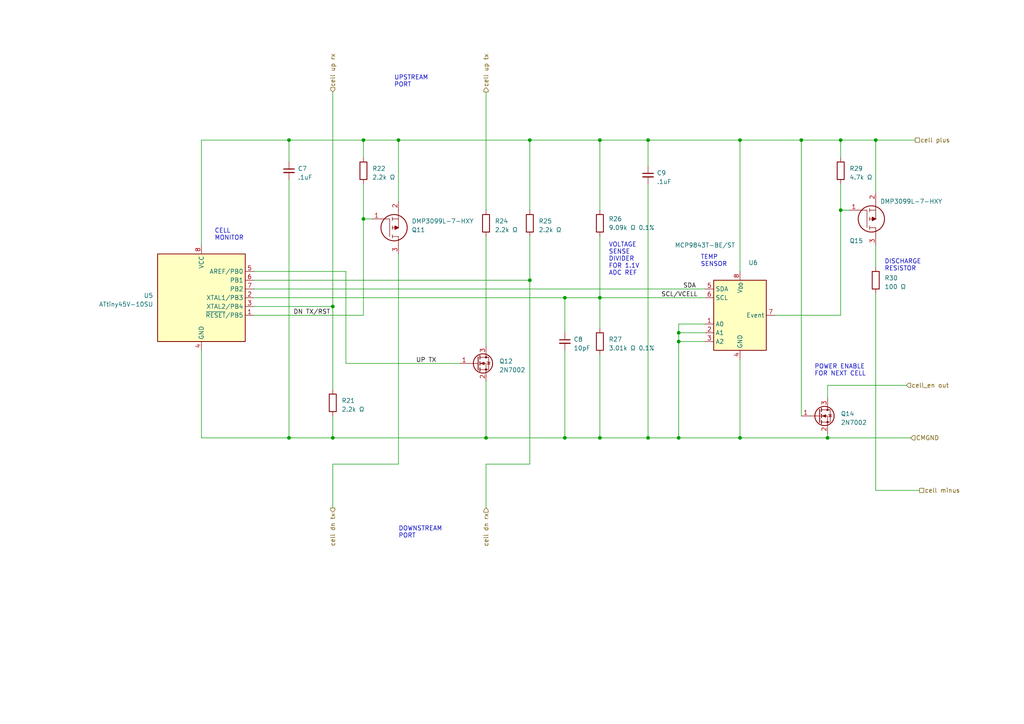
<source format=kicad_sch>
(kicad_sch (version 20250114) (generator "eeschema") (generator_version "9.0")
  (paper "A4")
  (title_block (title "94-CELL BOARD") (rev "A") (company "MODULAR BATTERY TECHNOLOGIES INC"))
  (text "TEMP\nSENSOR" (at 203.2 77.47 0) (effects (font (size 1.27 1.27)) (justify left bottom)))
  (text "DISCHARGE\nRESISTOR" (at 256.54 78.74 0) (effects (font (size 1.27 1.27)) (justify left bottom)))
  (text "VOLTAGE\nSENSE\nDIVIDER\nFOR 1.1V\nADC REF" (at 176.53 80.01 0) (effects (font (size 1.27 1.27)) (justify left bottom)))
  (text "DOWNSTREAM\nPORT" (at 115.57 156.21 0) (effects (font (size 1.27 1.27)) (justify left bottom)))
  (text "POWER ENABLE\nFOR NEXT CELL" (at 236.22 109.22 0) (effects (font (size 1.27 1.27)) (justify left bottom)))
  (text "UPSTREAM\nPORT" (at 114.3 25.4 0) (effects (font (size 1.27 1.27)) (justify left bottom)))
  (text "CELL\nMONITOR" (at 62.23 69.85 0) (effects (font (size 1.27 1.27)) (justify left bottom)))
  (junction (at 173.99 86.36))
  (junction (at 187.96 40.64))
  (junction (at 196.85 96.52))
  (junction (at 243.84 40.64))
  (junction (at 105.41 40.64))
  (junction (at 173.99 40.64))
  (junction (at 83.82 127))
  (junction (at 196.85 99.06))
  (junction (at 214.63 127))
  (junction (at 96.52 127))
  (junction (at 196.85 127))
  (junction (at 240.03 127))
  (junction (at 153.67 40.64))
  (junction (at 187.96 127))
  (junction (at 243.84 60.96))
  (junction (at 163.83 86.36))
  (junction (at 140.97 127))
  (junction (at 153.67 81.28))
  (junction (at 105.41 63.5))
  (junction (at 115.57 40.64))
  (junction (at 173.99 127))
  (junction (at 83.82 40.64))
  (junction (at 254 40.64))
  (junction (at 214.63 40.64))
  (junction (at 96.52 88.9))
  (junction (at 163.83 127))
  (junction (at 232.41 40.64))
  (wire (pts (xy 214.63 40.64) (xy 232.41 40.64)))
  (wire (pts (xy 115.57 134.62) (xy 96.52 134.62)))
  (wire (pts (xy 115.57 40.64) (xy 153.67 40.64)))
  (wire (pts (xy 196.85 99.06) (xy 204.47 99.06)))
  (wire (pts (xy 187.96 40.64) (xy 187.96 48.26)))
  (wire (pts (xy 214.63 127) (xy 240.03 127)))
  (wire (pts (xy 204.47 93.98) (xy 196.85 93.98)))
  (wire (pts (xy 140.97 127) (xy 163.83 127)))
  (wire (pts (xy 96.52 127) (xy 140.97 127)))
  (wire (pts (xy 105.41 53.34) (xy 105.41 63.5)))
  (wire (pts (xy 58.42 127) (xy 83.82 127)))
  (wire (pts (xy 187.96 127) (xy 196.85 127)))
  (wire (pts (xy 254 142.24) (xy 266.7 142.24)))
  (wire (pts (xy 243.84 60.96) (xy 243.84 53.34)))
  (wire (pts (xy 163.83 127) (xy 173.99 127)))
  (wire (pts (xy 153.67 81.28) (xy 153.67 68.58)))
  (wire (pts (xy 173.99 102.87) (xy 173.99 127)))
  (wire (pts (xy 254 40.64) (xy 254 55.88)))
  (wire (pts (xy 58.42 101.6) (xy 58.42 127)))
  (wire (pts (xy 105.41 40.64) (xy 105.41 45.72)))
  (wire (pts (xy 73.66 91.44) (xy 105.41 91.44)))
  (wire (pts (xy 140.97 68.58) (xy 140.97 100.33)))
  (wire (pts (xy 196.85 93.98) (xy 196.85 96.52)))
  (wire (pts (xy 96.52 134.62) (xy 96.52 147.32)))
  (wire (pts (xy 173.99 68.58) (xy 173.99 86.36)))
  (wire (pts (xy 254 85.09) (xy 254 142.24)))
  (wire (pts (xy 153.67 40.64) (xy 153.67 60.96)))
  (wire (pts (xy 140.97 134.62) (xy 140.97 147.32)))
  (wire (pts (xy 140.97 26.67) (xy 140.97 60.96)))
  (wire (pts (xy 153.67 134.62) (xy 140.97 134.62)))
  (wire (pts (xy 173.99 40.64) (xy 173.99 60.96)))
  (wire (pts (xy 96.52 120.65) (xy 96.52 127)))
  (wire (pts (xy 196.85 96.52) (xy 196.85 99.06)))
  (wire (pts (xy 243.84 40.64) (xy 243.84 45.72)))
  (wire (pts (xy 254 40.64) (xy 265.43 40.64)))
  (wire (pts (xy 105.41 63.5) (xy 105.41 91.44)))
  (wire (pts (xy 254 71.12) (xy 254 77.47)))
  (wire (pts (xy 196.85 96.52) (xy 204.47 96.52)))
  (wire (pts (xy 73.66 88.9) (xy 96.52 88.9)))
  (wire (pts (xy 173.99 40.64) (xy 187.96 40.64)))
  (wire (pts (xy 240.03 127) (xy 240.03 125.73)))
  (wire (pts (xy 83.82 40.64) (xy 105.41 40.64)))
  (wire (pts (xy 187.96 40.64) (xy 214.63 40.64)))
  (wire (pts (xy 243.84 91.44) (xy 243.84 60.96)))
  (wire (pts (xy 163.83 86.36) (xy 163.83 96.52)))
  (wire (pts (xy 96.52 26.67) (xy 96.52 88.9)))
  (wire (pts (xy 83.82 52.07) (xy 83.82 127)))
  (wire (pts (xy 240.03 111.76) (xy 262.89 111.76)))
  (wire (pts (xy 214.63 40.64) (xy 214.63 78.74)))
  (wire (pts (xy 105.41 40.64) (xy 115.57 40.64)))
  (wire (pts (xy 96.52 88.9) (xy 96.52 113.03)))
  (wire (pts (xy 115.57 73.66) (xy 115.57 134.62)))
  (wire (pts (xy 153.67 81.28) (xy 153.67 134.62)))
  (wire (pts (xy 83.82 127) (xy 96.52 127)))
  (wire (pts (xy 173.99 86.36) (xy 204.47 86.36)))
  (wire (pts (xy 83.82 40.64) (xy 83.82 46.99)))
  (wire (pts (xy 105.41 63.5) (xy 107.95 63.5)))
  (wire (pts (xy 73.66 86.36) (xy 163.83 86.36)))
  (wire (pts (xy 224.79 91.44) (xy 243.84 91.44)))
  (wire (pts (xy 115.57 40.64) (xy 115.57 58.42)))
  (wire (pts (xy 100.33 78.74) (xy 100.33 105.41)))
  (wire (pts (xy 100.33 105.41) (xy 133.35 105.41)))
  (wire (pts (xy 153.67 40.64) (xy 173.99 40.64)))
  (wire (pts (xy 163.83 101.6) (xy 163.83 127)))
  (wire (pts (xy 73.66 78.74) (xy 100.33 78.74)))
  (wire (pts (xy 243.84 40.64) (xy 254 40.64)))
  (wire (pts (xy 196.85 127) (xy 214.63 127)))
  (wire (pts (xy 163.83 86.36) (xy 173.99 86.36)))
  (wire (pts (xy 173.99 127) (xy 187.96 127)))
  (wire (pts (xy 58.42 40.64) (xy 58.42 71.12)))
  (wire (pts (xy 73.66 83.82) (xy 204.47 83.82)))
  (wire (pts (xy 58.42 40.64) (xy 83.82 40.64)))
  (wire (pts (xy 187.96 53.34) (xy 187.96 127)))
  (wire (pts (xy 240.03 115.57) (xy 240.03 111.76)))
  (wire (pts (xy 243.84 60.96) (xy 246.38 60.96)))
  (wire (pts (xy 214.63 127) (xy 214.63 104.14)))
  (wire (pts (xy 232.41 40.64) (xy 243.84 40.64)))
  (wire (pts (xy 73.66 81.28) (xy 153.67 81.28)))
  (wire (pts (xy 173.99 86.36) (xy 173.99 95.25)))
  (wire (pts (xy 264.16 127) (xy 240.03 127)))
  (wire (pts (xy 232.41 40.64) (xy 232.41 120.65)))
  (wire (pts (xy 140.97 110.49) (xy 140.97 127)))
  (wire (pts (xy 196.85 99.06) (xy 196.85 127)))
  (label "DN TX{slash}RST" (at 85.09 91.44 0))
  (label "UP TX" (at 120.65 105.41 0))
  (label "SDA" (at 198.12 83.82 0))
  (label "SCL{slash}VCELL" (at 191.77 86.36 0))
  (hierarchical_label "cell plus" (shape passive) (at 265.43 40.64 0))
  (hierarchical_label "cell up rx" (shape input) (at 96.52 26.67 90))
  (hierarchical_label "cell minus" (shape passive) (at 266.7 142.24 0))
  (hierarchical_label "cell dn rx" (shape input) (at 140.97 147.32 270))
  (hierarchical_label "cell dn tx" (shape output) (at 96.52 147.32 270))
  (hierarchical_label "CMGND" (shape input) (at 264.16 127 0))
  (hierarchical_label "cell up tx" (shape output) (at 140.97 26.67 90))
  (hierarchical_label "cell_en out" (shape input) (at 262.89 111.76 0))
  (symbol (lib_id "CMC PROTO:MCP9844x-xMN") (at 214.63 91.44 0) (unit 1)
    (property "Reference" "U6" (at 218.44 76.2 0))
    (property "Value" "MCP9843T-BE/ST" (at 204.47 71.12 0))
    (property "Footprint" "modbatt footprints:DFN-8-1EP_3x2mm_P0.5mm_EP1.36x1.46mm" (effects (hide yes)))
    (property "Datasheet" "http://ww1.microchip.com/downloads/en/DeviceDoc/20005192B.pdf" (effects (hide yes)))
    (property "Description" "Board Mount Temperature Sensors JEDEC Serial output temp sensor, +/-1 deg C max accy" (effects (hide yes)))
    (property "Manufacturer_Name" "Microchip Technology" (effects (hide yes)))
    (property "Manufacturer_Part_Number" "MCP9843T-BE/ST " (effects (hide yes)))
    (property "MB p/n" "9042024" (effects (hide yes)))
    (instances (project "cell string" (path "" (reference "U6") (unit 1))) (project "Cell Monitor Proto 2" (path "" (reference "U8") (unit 1)) (path "" (reference "U6") (unit 1)) (path "" (reference "U4") (unit 1)) (path "" (reference "U8") (unit 1)) (path "" (reference "U2") (unit 1)) (path "" (reference "U18") (unit 1))) (project "VEHICLE ARCHITECTURE" (path "" (reference "U59") (unit 1)) (path "" (reference "U87") (unit 1)) (path "" (reference "U46") (unit 1)) (path "" (reference "U44") (unit 1)) (path "" (reference "U157") (unit 1)) (path "" (reference "U34") (unit 1)) (path "" (reference "U179") (unit 1)) (path "" (reference "U123") (unit 1)) (path "" (reference "U40") (unit 1)) (path "" (reference "U111") (unit 1)) (path "" (reference "U125") (unit 1)) (path "" (reference "U211") (unit 1)) (path "" (reference "U129") (unit 1)) (path "" (reference "U200") (unit 1)) (path "" (reference "U5") (unit 1)) (path "" (reference "U198") (unit 1)) (path "" (reference "U177") (unit 1)) (path "" (reference "U194") (unit 1)) (path "" (reference "U97") (unit 1)) (path "" (reference "U131") (unit 1)) (path "" (reference "U143") (unit 1)) (path "" (reference "U32") (unit 1)) (path "" (reference "U219") (unit 1)) (path "" (reference "U65") (unit 1)) (path "" (reference "U147") (unit 1)) (path "" (reference "U61") (unit 1)) (path "" (reference "U38") (unit 1)) (path "" (reference "U103") (unit 1)) (path "" (reference "U28") (unit 1)) (path "" (reference "U121") (unit 1)) (path "" (reference "U175") (unit 1)) (path "" (reference "U63") (unit 1)) (path "" (reference "U113") (unit 1)) (path "" (reference "U48") (unit 1)) (path "" (reference "U42") (unit 1)) (path "" (reference "U145") (unit 1)) (path "" (reference "U151") (unit 1)) (path "" (reference "U202") (unit 1)) (path "" (reference "U105") (unit 1)) (path "" (reference "U16") (unit 1)) (path "" (reference "U149") (unit 1)) (path "" (reference "U167") (unit 1)) (path "" (reference "U153") (unit 1)) (path "" (reference "U127") (unit 1)) (path "" (reference "U183") (unit 1)) (path "" (reference "U165") (unit 1)) (path "" (reference "U73") (unit 1)) (path "" (reference "U101") (unit 1)) (path "" (reference "U69") (unit 1)) (path "" (reference "U79") (unit 1)) (path "" (reference "U85") (unit 1)) (path "" (reference "U192") (unit 1)) (path "" (reference "U190") (unit 1)) (path "" (reference "U117") (unit 1)) (path "" (reference "U67") (unit 1)) (path "" (reference "U213") (unit 1)) (path "" (reference "U135") (unit 1)) (path "" (reference "U81") (unit 1)) (path "" (reference "U161") (unit 1)) (path "" (reference "U30") (unit 1)) (path "" (reference "U77") (unit 1)) (path "" (reference "U196") (unit 1)) (path "" (reference "U173") (unit 1)) (path "" (reference "U159") (unit 1)) (path "" (reference "U93") (unit 1)) (path "" (reference "U169") (unit 1)) (path "" (reference "U75") (unit 1)) (path "" (reference "U99") (unit 1)) (path "" (reference "U95") (unit 1)) (path "" (reference "U221") (unit 1)) (path "" (reference "U115") (unit 1)) (path "" (reference "U133") (unit 1)) (path "" (reference "U137") (unit 1)) (path "" (reference "U171") (unit 1)) (path "" (reference "U52") (unit 1)) (path "" (reference "U181") (unit 1)) (path "" (reference "U89") (unit 1)) (path "" (reference "U71") (unit 1)) (path "" (reference "U55") (unit 1)) (path "" (reference "U163") (unit 1)) (path "" (reference "U141") (unit 1)) (path "" (reference "U109") (unit 1)) (path "" (reference "U36") (unit 1)) (path "" (reference "U107") (unit 1)) (path "" (reference "U185") (unit 1)) (path "" (reference "U217") (unit 1)) (path "" (reference "U83") (unit 1)) (path "" (reference "U155") (unit 1)) (path "" (reference "U91") (unit 1)) (path "" (reference "U139") (unit 1)) (path "" (reference "U215") (unit 1)) (path "" (reference "U119") (unit 1)) (path "" (reference "U57") (unit 1)) (path "" (reference "U50") (unit 1)) (path "" (reference "U2") (unit 1)) (path "" (reference "U2") (unit 1)) (path "" (reference "U2") (unit 1)) (path "" (reference "U2") (unit 1)) (path "" (reference "U2") (unit 1)) (path "" (reference "U2") (unit 1)) (path "" (reference "U2") (unit 1)) (path "" (reference "U2") (unit 1)) (path "" (reference "U2") (unit 1)) (path "" (reference "U2") (unit 1)) (path "" (reference "U2") (unit 1)) (path "" (reference "U2") (unit 1)) (path "" (reference "U2") (unit 1)) (path "" (reference "U2") (unit 1)) (path "" (reference "U2") (unit 1)) (path "" (reference "U2") (unit 1)) (path "" (reference "U2") (unit 1)) (path "" (reference "U2") (unit 1)) (path "" (reference "U2") (unit 1)) (path "" (reference "U2") (unit 1)) (path "" (reference "U2") (unit 1)) (path "" (reference "U2") (unit 1)) (path "" (reference "U2") (unit 1)) (path "" (reference "U2") (unit 1)) (path "" (reference "U2") (unit 1)) (path "" (reference "U2") (unit 1)) (path "" (reference "U2") (unit 1)) (path "" (reference "U2") (unit 1)) (path "" (reference "U2") (unit 1)) (path "" (reference "U2") (unit 1)) (path "" (reference "U2") (unit 1)) (path "" (reference "U2") (unit 1)) (path "" (reference "U2") (unit 1)) (path "" (reference "U2") (unit 1)) (path "" (reference "U2") (unit 1)) (path "" (reference "U2") (unit 1)) (path "" (reference "U2") (unit 1)) (path "" (reference "U2") (unit 1)) (path "" (reference "U2") (unit 1)) (path "" (reference "U2") (unit 1)) (path "" (reference "U2") (unit 1)) (path "" (reference "U2") (unit 1)) (path "" (reference "U2") (unit 1)) (path "" (reference "U2") (unit 1)) (path "" (reference "U2") (unit 1)) (path "" (reference "U2") (unit 1)) (path "" (reference "U2") (unit 1)) (path "" (reference "U2") (unit 1)) (path "" (reference "U2") (unit 1)) (path "" (reference "U2") (unit 1)) (path "" (reference "U2") (unit 1)) (path "" (reference "U2") (unit 1)) (path "" (reference "U2") (unit 1)) (path "" (reference "U2") (unit 1)) (path "" (reference "U2") (unit 1)) (path "" (reference "U2") (unit 1)) (path "" (reference "U2") (unit 1)) (path "" (reference "U2") (unit 1)) (path "" (reference "U2") (unit 1)) (path "" (reference "U2") (unit 1)) (path "" (reference "U2") (unit 1)) (path "" (reference "U2") (unit 1)) (path "" (reference "U2") (unit 1)) (path "" (reference "U2") (unit 1)) (path "" (reference "U2") (unit 1)) (path "" (reference "U2") (unit 1)) (path "" (reference "U2") (unit 1)) (path "" (reference "U2") (unit 1)) (path "" (reference "U2") (unit 1)) (path "" (reference "U2") (unit 1)) (path "" (reference "U2") (unit 1)) (path "" (reference "U2") (unit 1)) (path "" (reference "U2") (unit 1)) (path "" (reference "U2") (unit 1)) (path "" (reference "U2") (unit 1)) (path "" (reference "U2") (unit 1)) (path "" (reference "U2") (unit 1)) (path "" (reference "U2") (unit 1)) (path "" (reference "U2") (unit 1)) (path "" (reference "U2") (unit 1)) (path "" (reference "U2") (unit 1)) (path "" (reference "U2") (unit 1)) (path "" (reference "U2") (unit 1)) (path "" (reference "U2") (unit 1)) (path "" (reference "U2") (unit 1)) (path "" (reference "U2") (unit 1)) (path "" (reference "U2") (unit 1)) (path "" (reference "U2") (unit 1)) (path "" (reference "U2") (unit 1)) (path "" (reference "U2") (unit 1)) (path "" (reference "U2") (unit 1)) (path "" (reference "U2") (unit 1)) (path "" (reference "U2") (unit 1)) (path "" (reference "U2") (unit 1)) (path "" (reference "U304") (unit 1)) (path "" (reference "U245") (unit 1)) (path "" (reference "U399") (unit 1)) (path "" (reference "U389") (unit 1)) (path "" (reference "U286") (unit 1)) (path "" (reference "U336") (unit 1)) (path "" (reference "U225") (unit 1)) (path "" (reference "U265") (unit 1)) (path "" (reference "U223") (unit 1)) (path "" (reference "U395") (unit 1)) (path "" (reference "U405") (unit 1)) (path "" (reference "U251") (unit 1)) (path "" (reference "U292") (unit 1)) (path "" (reference "U397") (unit 1)) (path "" (reference "U235") (unit 1)) (path "" (reference "U362") (unit 1)) (path "" (reference "U364") (unit 1)) (path "" (reference "U282") (unit 1)) (path "" (reference "U418") (unit 1)) (path "" (reference "U294") (unit 1)) (path "" (reference "U298") (unit 1)) (path "" (reference "U312") (unit 1)) (path "" (reference "U263") (unit 1)) (path "" (reference "U229") (unit 1)) (path "" (reference "U366") (unit 1)) (path "" (reference "U420") (unit 1)) (path "" (reference "U358") (unit 1)) (path "" (reference "U414") (unit 1)) (path "" (reference "U370") (unit 1)) (path "" (reference "U409") (unit 1)) (path "" (reference "U320") (unit 1)) (path "" (reference "U322") (unit 1)) (path "" (reference "U308") (unit 1)) (path "" (reference "U255") (unit 1)) (path "" (reference "U249") (unit 1)) (path "" (reference "U354") (unit 1)) (path "" (reference "U310") (unit 1)) (path "" (reference "U284") (unit 1)) (path "" (reference "U280") (unit 1)) (path "" (reference "U269") (unit 1)) (path "" (reference "U348") (unit 1)) (path "" (reference "U318") (unit 1)) (path "" (reference "U334") (unit 1)) (path "" (reference "U314") (unit 1)) (path "" (reference "U296") (unit 1)) (path "" (reference "U326") (unit 1)) (path "" (reference "U372") (unit 1)) (path "" (reference "U340") (unit 1)) (path "" (reference "U267") (unit 1)) (path "" (reference "U385") (unit 1)) (path "" (reference "U344") (unit 1)) (path "" (reference "U352") (unit 1)) (path "" (reference "U338") (unit 1)) (path "" (reference "U376") (unit 1)) (path "" (reference "U233") (unit 1)) (path "" (reference "U316") (unit 1)) (path "" (reference "U259") (unit 1)) (path "" (reference "U247") (unit 1)) (path "" (reference "U330") (unit 1)) (path "" (reference "U231") (unit 1)) (path "" (reference "U342") (unit 1)) (path "" (reference "U288") (unit 1)) (path "" (reference "U380") (unit 1)) (path "" (reference "U328") (unit 1)) (path "" (reference "U306") (unit 1)) (path "" (reference "U243") (unit 1)) (path "" (reference "U403") (unit 1)) (path "" (reference "U356") (unit 1)) (path "" (reference "U257") (unit 1)) (path "" (reference "U401") (unit 1)) (path "" (reference "U227") (unit 1)) (path "" (reference "U391") (unit 1)) (path "" (reference "U393") (unit 1)) (path "" (reference "U374") (unit 1)) (path "" (reference "U300") (unit 1)) (path "" (reference "U383") (unit 1)) (path "" (reference "U416") (unit 1)) (path "" (reference "U253") (unit 1)) (path "" (reference "U290") (unit 1)) (path "" (reference "U378") (unit 1)) (path "" (reference "U368") (unit 1)) (path "" (reference "U302") (unit 1)) (path "" (reference "U241") (unit 1)) (path "" (reference "U360") (unit 1)) (path "" (reference "U350") (unit 1)) (path "" (reference "U324") (unit 1)) (path "" (reference "U239") (unit 1)) (path "" (reference "U346") (unit 1)) (path "" (reference "U278") (unit 1)) (path "" (reference "U332") (unit 1)) (path "" (reference "U407") (unit 1)) (path "" (reference "U237") (unit 1)) (path "" (reference "U261") (unit 1)) (path "" (reference "U387") (unit 1)) (path "" (reference "U2") (unit 1)) (path "" (reference "U2") (unit 1)) (path "" (reference "U2") (unit 1)) (path "" (reference "U2") (unit 1)) (path "" (reference "U2") (unit 1)) (path "" (reference "U2") (unit 1)) (path "" (reference "U2") (unit 1)) (path "" (reference "U2") (unit 1)) (path "" (reference "U2") (unit 1)) (path "" (reference "U2") (unit 1)) (path "" (reference "U2") (unit 1)) (path "" (reference "U2") (unit 1)) (path "" (reference "U2") (unit 1)) (path "" (reference "U2") (unit 1)) (path "" (reference "U2") (unit 1)) (path "" (reference "U2") (unit 1)) (path "" (reference "U2") (unit 1)) (path "" (reference "U2") (unit 1)) (path "" (reference "U2") (unit 1)) (path "" (reference "U2") (unit 1)) (path "" (reference "U2") (unit 1)) (path "" (reference "U2") (unit 1)) (path "" (reference "U2") (unit 1)) (path "" (reference "U2") (unit 1)) (path "" (reference "U2") (unit 1)) (path "" (reference "U2") (unit 1)) (path "" (reference "U2") (unit 1)) (path "" (reference "U2") (unit 1)) (path "" (reference "U2") (unit 1)) (path "" (reference "U2") (unit 1)) (path "" (reference "U2") (unit 1)) (path "" (reference "U2") (unit 1)) (path "" (reference "U2") (unit 1)) (path "" (reference "U2") (unit 1)) (path "" (reference "U2") (unit 1)) (path "" (reference "U2") (unit 1)) (path "" (reference "U2") (unit 1)) (path "" (reference "U2") (unit 1)) (path "" (reference "U2") (unit 1)) (path "" (reference "U2") (unit 1)) (path "" (reference "U2") (unit 1)) (path "" (reference "U2") (unit 1)) (path "" (reference "U2") (unit 1)) (path "" (reference "U2") (unit 1)) (path "" (reference "U2") (unit 1)) (path "" (reference "U2") (unit 1)) (path "" (reference "U2") (unit 1)) (path "" (reference "U2") (unit 1)) (path "" (reference "U2") (unit 1)) (path "" (reference "U2") (unit 1)) (path "" (reference "U2") (unit 1)) (path "" (reference "U2") (unit 1)) (path "" (reference "U2") (unit 1)) (path "" (reference "U2") (unit 1)) (path "" (reference "U2") (unit 1)) (path "" (reference "U2") (unit 1)) (path "" (reference "U2") (unit 1)) (path "" (reference "U2") (unit 1)) (path "" (reference "U2") (unit 1)) (path "" (reference "U2") (unit 1)) (path "" (reference "U2") (unit 1)) (path "" (reference "U2") (unit 1)) (path "" (reference "U2") (unit 1)) (path "" (reference "U2") (unit 1)) (path "" (reference "U2") (unit 1)) (path "" (reference "U2") (unit 1)) (path "" (reference "U2") (unit 1)) (path "" (reference "U2") (unit 1)) (path "" (reference "U2") (unit 1)) (path "" (reference "U2") (unit 1)) (path "" (reference "U2") (unit 1)) (path "" (reference "U2") (unit 1)) (path "" (reference "U2") (unit 1)) (path "" (reference "U2") (unit 1)) (path "" (reference "U2") (unit 1)) (path "" (reference "U2") (unit 1)) (path "" (reference "U2") (unit 1)) (path "" (reference "U2") (unit 1)) (path "" (reference "U2") (unit 1)) (path "" (reference "U2") (unit 1)) (path "" (reference "U2") (unit 1)) (path "" (reference "U2") (unit 1)) (path "" (reference "U2") (unit 1)) (path "" (reference "U2") (unit 1)) (path "" (reference "U2") (unit 1)) (path "" (reference "U2") (unit 1)) (path "" (reference "U2") (unit 1)) (path "" (reference "U2") (unit 1)) (path "" (reference "U2") (unit 1)) (path "" (reference "U2") (unit 1)) (path "" (reference "U2") (unit 1)) (path "" (reference "U2") (unit 1)) (path "" (reference "U2") (unit 1)) (path "" (reference "U2") (unit 1))))
  )
  (symbol (lib_id "Modbatt_Extracted:2N7002") (at 138.43 105.41 0) (unit 1)
    (property "Reference" "Q12" (at 144.78 104.775 0) (effects (justify left)))
    (property "Value" "2N7002" (at 144.78 107.315 0) (effects (justify left)))
    (property "Footprint" "modbatt footprints:SOT-323_SC-70" (effects (hide yes)))
    (property "Datasheet" "https://www.onsemi.com/pub/Collateral/NDS7002A-D.PDF" (effects (hide yes)))
    (property "Description" "MOSFET SOT23 N 60V 5OHM 150C" (effects (hide yes)))
    (property "MB p/n" "9042001" (effects (hide yes)))
    (property "Manufacturer_Name" "onsemi" (effects (hide yes)))
    (property "Manufacturer_Part_Number" "2N7002KW-AU_R1_000A1" (effects (hide yes)))
    (instances (project "cell string" (path "" (reference "Q12") (unit 1))) (project "Cell Monitor Proto 2" (path "" (reference "Q?") (unit 1)) (path "" (reference "Q8") (unit 1)) (path "" (reference "Q5") (unit 1)) (path "" (reference "Q11") (unit 1)) (path "" (reference "Q2") (unit 1)) (path "" (reference "Q17") (unit 1))) (project "VEHICLE ARCHITECTURE" (path "" (reference "Q84") (unit 1)) (path "" (reference "Q140") (unit 1)) (path "" (reference "Q57") (unit 1)) (path "" (reference "Q53") (unit 1)) (path "" (reference "Q281") (unit 1)) (path "" (reference "Q33") (unit 1)) (path "" (reference "Q325") (unit 1)) (path "" (reference "Q213") (unit 1)) (path "" (reference "Q45") (unit 1)) (path "" (reference "Q189") (unit 1)) (path "" (reference "Q217") (unit 1)) (path "" (reference "Q370") (unit 1)) (path "" (reference "Q225") (unit 1)) (path "" (reference "Q362") (unit 1)) (path "" (reference "Q9") (unit 1)) (path "" (reference "Q358") (unit 1)) (path "" (reference "Q321") (unit 1)) (path "" (reference "Q350") (unit 1)) (path "" (reference "Q161") (unit 1)) (path "" (reference "Q229") (unit 1)) (path "" (reference "Q253") (unit 1)) (path "" (reference "Q29") (unit 1)) (path "" (reference "Q386") (unit 1)) (path "" (reference "Q96") (unit 1)) (path "" (reference "Q261") (unit 1)) (path "" (reference "Q88") (unit 1)) (path "" (reference "Q41") (unit 1)) (path "" (reference "Q173") (unit 1)) (path "" (reference "Q20") (unit 1)) (path "" (reference "Q209") (unit 1)) (path "" (reference "Q317") (unit 1)) (path "" (reference "Q92") (unit 1)) (path "" (reference "Q193") (unit 1)) (path "" (reference "Q61") (unit 1)) (path "" (reference "Q49") (unit 1)) (path "" (reference "Q257") (unit 1)) (path "" (reference "Q269") (unit 1)) (path "" (reference "Q366") (unit 1)) (path "" (reference "Q177") (unit 1)) (path "" (reference "Q16") (unit 1)) (path "" (reference "Q265") (unit 1)) (path "" (reference "Q301") (unit 1)) (path "" (reference "Q273") (unit 1)) (path "" (reference "Q221") (unit 1)) (path "" (reference "Q333") (unit 1)) (path "" (reference "Q297") (unit 1)) (path "" (reference "Q112") (unit 1)) (path "" (reference "Q169") (unit 1)) (path "" (reference "Q104") (unit 1)) (path "" (reference "Q124") (unit 1)) (path "" (reference "Q136") (unit 1)) (path "" (reference "Q346") (unit 1)) (path "" (reference "Q342") (unit 1)) (path "" (reference "Q201") (unit 1)) (path "" (reference "Q100") (unit 1)) (path "" (reference "Q374") (unit 1)) (path "" (reference "Q237") (unit 1)) (path "" (reference "Q128") (unit 1)) (path "" (reference "Q289") (unit 1)) (path "" (reference "Q25") (unit 1)) (path "" (reference "Q120") (unit 1)) (path "" (reference "Q354") (unit 1)) (path "" (reference "Q313") (unit 1)) (path "" (reference "Q285") (unit 1)) (path "" (reference "Q152") (unit 1)) (path "" (reference "Q305") (unit 1)) (path "" (reference "Q116") (unit 1)) (path "" (reference "Q165") (unit 1)) (path "" (reference "Q156") (unit 1)) (path "" (reference "Q390") (unit 1)) (path "" (reference "Q197") (unit 1)) (path "" (reference "Q233") (unit 1)) (path "" (reference "Q241") (unit 1)) (path "" (reference "Q309") (unit 1)) (path "" (reference "Q69") (unit 1)) (path "" (reference "Q329") (unit 1)) (path "" (reference "Q144") (unit 1)) (path "" (reference "Q108") (unit 1)) (path "" (reference "Q76") (unit 1)) (path "" (reference "Q293") (unit 1)) (path "" (reference "Q249") (unit 1)) (path "" (reference "Q185") (unit 1)) (path "" (reference "Q37") (unit 1)) (path "" (reference "Q181") (unit 1)) (path "" (reference "Q337") (unit 1)) (path "" (reference "Q382") (unit 1)) (path "" (reference "Q132") (unit 1)) (path "" (reference "Q277") (unit 1)) (path "" (reference "Q148") (unit 1)) (path "" (reference "Q245") (unit 1)) (path "" (reference "Q378") (unit 1)) (path "" (reference "Q205") (unit 1)) (path "" (reference "Q80") (unit 1)) (path "" (reference "Q65") (unit 1)) (path "" (reference "Q2") (unit 1)) (path "" (reference "Q2") (unit 1)) (path "" (reference "Q2") (unit 1)) (path "" (reference "Q2") (unit 1)) (path "" (reference "Q2") (unit 1)) (path "" (reference "Q2") (unit 1)) (path "" (reference "Q2") (unit 1)) (path "" (reference "Q2") (unit 1)) (path "" (reference "Q2") (unit 1)) (path "" (reference "Q2") (unit 1)) (path "" (reference "Q2") (unit 1)) (path "" (reference "Q2") (unit 1)) (path "" (reference "Q2") (unit 1)) (path "" (reference "Q2") (unit 1)) (path "" (reference "Q2") (unit 1)) (path "" (reference "Q2") (unit 1)) (path "" (reference "Q2") (unit 1)) (path "" (reference "Q2") (unit 1)) (path "" (reference "Q2") (unit 1)) (path "" (reference "Q2") (unit 1)) (path "" (reference "Q2") (unit 1)) (path "" (reference "Q2") (unit 1)) (path "" (reference "Q2") (unit 1)) (path "" (reference "Q2") (unit 1)) (path "" (reference "Q2") (unit 1)) (path "" (reference "Q2") (unit 1)) (path "" (reference "Q2") (unit 1)) (path "" (reference "Q2") (unit 1)) (path "" (reference "Q2") (unit 1)) (path "" (reference "Q2") (unit 1)) (path "" (reference "Q2") (unit 1)) (path "" (reference "Q2") (unit 1)) (path "" (reference "Q2") (unit 1)) (path "" (reference "Q2") (unit 1)) (path "" (reference "Q2") (unit 1)) (path "" (reference "Q2") (unit 1)) (path "" (reference "Q2") (unit 1)) (path "" (reference "Q2") (unit 1)) (path "" (reference "Q2") (unit 1)) (path "" (reference "Q2") (unit 1)) (path "" (reference "Q2") (unit 1)) (path "" (reference "Q2") (unit 1)) (path "" (reference "Q2") (unit 1)) (path "" (reference "Q2") (unit 1)) (path "" (reference "Q2") (unit 1)) (path "" (reference "Q2") (unit 1)) (path "" (reference "Q2") (unit 1)) (path "" (reference "Q2") (unit 1)) (path "" (reference "Q2") (unit 1)) (path "" (reference "Q2") (unit 1)) (path "" (reference "Q2") (unit 1)) (path "" (reference "Q2") (unit 1)) (path "" (reference "Q2") (unit 1)) (path "" (reference "Q2") (unit 1)) (path "" (reference "Q2") (unit 1)) (path "" (reference "Q2") (unit 1)) (path "" (reference "Q2") (unit 1)) (path "" (reference "Q2") (unit 1)) (path "" (reference "Q2") (unit 1)) (path "" (reference "Q2") (unit 1)) (path "" (reference "Q2") (unit 1)) (path "" (reference "Q2") (unit 1)) (path "" (reference "Q2") (unit 1)) (path "" (reference "Q2") (unit 1)) (path "" (reference "Q2") (unit 1)) (path "" (reference "Q2") (unit 1)) (path "" (reference "Q2") (unit 1)) (path "" (reference "Q2") (unit 1)) (path "" (reference "Q2") (unit 1)) (path "" (reference "Q2") (unit 1)) (path "" (reference "Q2") (unit 1)) (path "" (reference "Q2") (unit 1)) (path "" (reference "Q2") (unit 1)) (path "" (reference "Q2") (unit 1)) (path "" (reference "Q2") (unit 1)) (path "" (reference "Q2") (unit 1)) (path "" (reference "Q2") (unit 1)) (path "" (reference "Q2") (unit 1)) (path "" (reference "Q2") (unit 1)) (path "" (reference "Q2") (unit 1)) (path "" (reference "Q2") (unit 1)) (path "" (reference "Q2") (unit 1)) (path "" (reference "Q2") (unit 1)) (path "" (reference "Q2") (unit 1)) (path "" (reference "Q2") (unit 1)) (path "" (reference "Q2") (unit 1)) (path "" (reference "Q2") (unit 1)) (path "" (reference "Q2") (unit 1)) (path "" (reference "Q2") (unit 1)) (path "" (reference "Q2") (unit 1)) (path "" (reference "Q2") (unit 1)) (path "" (reference "Q2") (unit 1)) (path "" (reference "Q2") (unit 1)) (path "" (reference "Q2") (unit 1)) (path "" (reference "Q543") (unit 1)) (path "" (reference "Q438") (unit 1)) (path "" (reference "Q734") (unit 1)) (path "" (reference "Q714") (unit 1)) (path "" (reference "Q507") (unit 1)) (path "" (reference "Q607") (unit 1)) (path "" (reference "Q398") (unit 1)) (path "" (reference "Q479") (unit 1)) (path "" (reference "Q394") (unit 1)) (path "" (reference "Q726") (unit 1)) (path "" (reference "Q746") (unit 1)) (path "" (reference "Q450") (unit 1)) (path "" (reference "Q519") (unit 1)) (path "" (reference "Q730") (unit 1)) (path "" (reference "Q418") (unit 1)) (path "" (reference "Q659") (unit 1)) (path "" (reference "Q663") (unit 1)) (path "" (reference "Q499") (unit 1)) (path "" (reference "Q767") (unit 1)) (path "" (reference "Q523") (unit 1)) (path "" (reference "Q531") (unit 1)) (path "" (reference "Q559") (unit 1)) (path "" (reference "Q475") (unit 1)) (path "" (reference "Q406") (unit 1)) (path "" (reference "Q667") (unit 1)) (path "" (reference "Q771") (unit 1)) (path "" (reference "Q651") (unit 1)) (path "" (reference "Q759") (unit 1)) (path "" (reference "Q675") (unit 1)) (path "" (reference "Q754") (unit 1)) (path "" (reference "Q575") (unit 1)) (path "" (reference "Q579") (unit 1)) (path "" (reference "Q551") (unit 1)) (path "" (reference "Q458") (unit 1)) (path "" (reference "Q446") (unit 1)) (path "" (reference "Q643") (unit 1)) (path "" (reference "Q555") (unit 1)) (path "" (reference "Q503") (unit 1)) (path "" (reference "Q495") (unit 1)) (path "" (reference "Q487") (unit 1)) (path "" (reference "Q631") (unit 1)) (path "" (reference "Q571") (unit 1)) (path "" (reference "Q603") (unit 1)) (path "" (reference "Q563") (unit 1)) (path "" (reference "Q527") (unit 1)) (path "" (reference "Q587") (unit 1)) (path "" (reference "Q679") (unit 1)) (path "" (reference "Q615") (unit 1)) (path "" (reference "Q483") (unit 1)) (path "" (reference "Q706") (unit 1)) (path "" (reference "Q623") (unit 1)) (path "" (reference "Q639") (unit 1)) (path "" (reference "Q611") (unit 1)) (path "" (reference "Q687") (unit 1)) (path "" (reference "Q414") (unit 1)) (path "" (reference "Q567") (unit 1)) (path "" (reference "Q467") (unit 1)) (path "" (reference "Q442") (unit 1)) (path "" (reference "Q595") (unit 1)) (path "" (reference "Q410") (unit 1)) (path "" (reference "Q619") (unit 1)) (path "" (reference "Q511") (unit 1)) (path "" (reference "Q695") (unit 1)) (path "" (reference "Q591") (unit 1)) (path "" (reference "Q547") (unit 1)) (path "" (reference "Q434") (unit 1)) (path "" (reference "Q742") (unit 1)) (path "" (reference "Q647") (unit 1)) (path "" (reference "Q463") (unit 1)) (path "" (reference "Q738") (unit 1)) (path "" (reference "Q402") (unit 1)) (path "" (reference "Q718") (unit 1)) (path "" (reference "Q722") (unit 1)) (path "" (reference "Q683") (unit 1)) (path "" (reference "Q535") (unit 1)) (path "" (reference "Q702") (unit 1)) (path "" (reference "Q763") (unit 1)) (path "" (reference "Q454") (unit 1)) (path "" (reference "Q515") (unit 1)) (path "" (reference "Q691") (unit 1)) (path "" (reference "Q671") (unit 1)) (path "" (reference "Q539") (unit 1)) (path "" (reference "Q430") (unit 1)) (path "" (reference "Q655") (unit 1)) (path "" (reference "Q635") (unit 1)) (path "" (reference "Q583") (unit 1)) (path "" (reference "Q426") (unit 1)) (path "" (reference "Q627") (unit 1)) (path "" (reference "Q491") (unit 1)) (path "" (reference "Q599") (unit 1)) (path "" (reference "Q750") (unit 1)) (path "" (reference "Q422") (unit 1)) (path "" (reference "Q471") (unit 1)) (path "" (reference "Q710") (unit 1)) (path "" (reference "Q2") (unit 1)) (path "" (reference "Q2") (unit 1)) (path "" (reference "Q2") (unit 1)) (path "" (reference "Q2") (unit 1)) (path "" (reference "Q2") (unit 1)) (path "" (reference "Q2") (unit 1)) (path "" (reference "Q2") (unit 1)) (path "" (reference "Q2") (unit 1)) (path "" (reference "Q2") (unit 1)) (path "" (reference "Q2") (unit 1)) (path "" (reference "Q2") (unit 1)) (path "" (reference "Q2") (unit 1)) (path "" (reference "Q2") (unit 1)) (path "" (reference "Q2") (unit 1)) (path "" (reference "Q2") (unit 1)) (path "" (reference "Q2") (unit 1)) (path "" (reference "Q2") (unit 1)) (path "" (reference "Q2") (unit 1)) (path "" (reference "Q2") (unit 1)) (path "" (reference "Q2") (unit 1)) (path "" (reference "Q2") (unit 1)) (path "" (reference "Q2") (unit 1)) (path "" (reference "Q2") (unit 1)) (path "" (reference "Q2") (unit 1)) (path "" (reference "Q2") (unit 1)) (path "" (reference "Q2") (unit 1)) (path "" (reference "Q2") (unit 1)) (path "" (reference "Q2") (unit 1)) (path "" (reference "Q2") (unit 1)) (path "" (reference "Q2") (unit 1)) (path "" (reference "Q2") (unit 1)) (path "" (reference "Q2") (unit 1)) (path "" (reference "Q2") (unit 1)) (path "" (reference "Q2") (unit 1)) (path "" (reference "Q2") (unit 1)) (path "" (reference "Q2") (unit 1)) (path "" (reference "Q2") (unit 1)) (path "" (reference "Q2") (unit 1)) (path "" (reference "Q2") (unit 1)) (path "" (reference "Q2") (unit 1)) (path "" (reference "Q2") (unit 1)) (path "" (reference "Q2") (unit 1)) (path "" (reference "Q2") (unit 1)) (path "" (reference "Q2") (unit 1)) (path "" (reference "Q2") (unit 1)) (path "" (reference "Q2") (unit 1)) (path "" (reference "Q2") (unit 1)) (path "" (reference "Q2") (unit 1)) (path "" (reference "Q2") (unit 1)) (path "" (reference "Q2") (unit 1)) (path "" (reference "Q2") (unit 1)) (path "" (reference "Q2") (unit 1)) (path "" (reference "Q2") (unit 1)) (path "" (reference "Q2") (unit 1)) (path "" (reference "Q2") (unit 1)) (path "" (reference "Q2") (unit 1)) (path "" (reference "Q2") (unit 1)) (path "" (reference "Q2") (unit 1)) (path "" (reference "Q2") (unit 1)) (path "" (reference "Q2") (unit 1)) (path "" (reference "Q2") (unit 1)) (path "" (reference "Q2") (unit 1)) (path "" (reference "Q2") (unit 1)) (path "" (reference "Q2") (unit 1)) (path "" (reference "Q2") (unit 1)) (path "" (reference "Q2") (unit 1)) (path "" (reference "Q2") (unit 1)) (path "" (reference "Q2") (unit 1)) (path "" (reference "Q2") (unit 1)) (path "" (reference "Q2") (unit 1)) (path "" (reference "Q2") (unit 1)) (path "" (reference "Q2") (unit 1)) (path "" (reference "Q2") (unit 1)) (path "" (reference "Q2") (unit 1)) (path "" (reference "Q2") (unit 1)) (path "" (reference "Q2") (unit 1)) (path "" (reference "Q2") (unit 1)) (path "" (reference "Q2") (unit 1)) (path "" (reference "Q2") (unit 1)) (path "" (reference "Q2") (unit 1)) (path "" (reference "Q2") (unit 1)) (path "" (reference "Q2") (unit 1)) (path "" (reference "Q2") (unit 1)) (path "" (reference "Q2") (unit 1)) (path "" (reference "Q2") (unit 1)) (path "" (reference "Q2") (unit 1)) (path "" (reference "Q2") (unit 1)) (path "" (reference "Q2") (unit 1)) (path "" (reference "Q2") (unit 1)) (path "" (reference "Q2") (unit 1)) (path "" (reference "Q2") (unit 1)) (path "" (reference "Q2") (unit 1)) (path "" (reference "Q2") (unit 1)) (path "" (reference "Q2") (unit 1))))
  )
  (symbol (lib_id "Modbatt_Extracted:R") (at 153.67 64.77 0) (unit 1)
    (property "Reference" "R25" (at 156.21 64.135 0) (effects (justify left)))
    (property "Value" "2.2k Ω" (at 156.21 66.675 0) (effects (justify left)))
    (property "Footprint" "modbatt footprints:R_0402_1005Metric_Pad0.72x0.64mm_HandSolder" (effects (hide yes)))
    (property "Description" "RES 2.2k OHM 1/16W 1% 0402" (effects (hide yes)))
    (property "MB p/n" "9042107" (effects (hide yes)))
    (property "Manufacturer_Name" "TT Electronics" (effects (hide yes)))
    (property "Manufacturer_Part_Number" "ASC0402-2K2FT10 " (effects (hide yes)))
    (instances (project "cell string" (path "" (reference "R25") (unit 1))) (project "Cell Monitor Proto 2" (path "" (reference "R?") (unit 1)) (path "" (reference "R25") (unit 1)) (path "" (reference "R15") (unit 1)) (path "" (reference "R38") (unit 1)) (path "" (reference "R5") (unit 1)) (path "" (reference "R61") (unit 1))) (project "VEHICLE ARCHITECTURE" (path "" (reference "R235") (unit 1)) (path "" (reference "R375") (unit 1)) (path "" (reference "R174") (unit 1)) (path "" (reference "R164") (unit 1)) (path "" (reference "R726") (unit 1)) (path "" (reference "R114") (unit 1)) (path "" (reference "R836") (unit 1)) (path "" (reference "R556") (unit 1)) (path "" (reference "R144") (unit 1)) (path "" (reference "R496") (unit 1)) (path "" (reference "R566") (unit 1)) (path "" (reference "R970") (unit 1)) (path "" (reference "R586") (unit 1)) (path "" (reference "R932") (unit 1)) (path "" (reference "R15") (unit 1)) (path "" (reference "R922") (unit 1)) (path "" (reference "R826") (unit 1)) (path "" (reference "R902") (unit 1)) (path "" (reference "R426") (unit 1)) (path "" (reference "R596") (unit 1)) (path "" (reference "R656") (unit 1)) (path "" (reference "R85") (unit 1)) (path "" (reference "R1010") (unit 1)) (path "" (reference "R265") (unit 1)) (path "" (reference "R676") (unit 1)) (path "" (reference "R245") (unit 1)) (path "" (reference "R134") (unit 1)) (path "" (reference "R456") (unit 1)) (path "" (reference "R65") (unit 1)) (path "" (reference "R546") (unit 1)) (path "" (reference "R816") (unit 1)) (path "" (reference "R255") (unit 1)) (path "" (reference "R506") (unit 1)) (path "" (reference "R184") (unit 1)) (path "" (reference "R154") (unit 1)) (path "" (reference "R666") (unit 1)) (path "" (reference "R696") (unit 1)) (path "" (reference "R942") (unit 1)) (path "" (reference "R466") (unit 1)) (path "" (reference "R37") (unit 1)) (path "" (reference "R686") (unit 1)) (path "" (reference "R776") (unit 1)) (path "" (reference "R706") (unit 1)) (path "" (reference "R576") (unit 1)) (path "" (reference "R856") (unit 1)) (path "" (reference "R766") (unit 1)) (path "" (reference "R305") (unit 1)) (path "" (reference "R446") (unit 1)) (path "" (reference "R285") (unit 1)) (path "" (reference "R335") (unit 1)) (path "" (reference "R365") (unit 1)) (path "" (reference "R892") (unit 1)) (path "" (reference "R882") (unit 1)) (path "" (reference "R526") (unit 1)) (path "" (reference "R275") (unit 1)) (path "" (reference "R980") (unit 1)) (path "" (reference "R616") (unit 1)) (path "" (reference "R345") (unit 1)) (path "" (reference "R746") (unit 1)) (path "" (reference "R75") (unit 1)) (path "" (reference "R325") (unit 1)) (path "" (reference "R912") (unit 1)) (path "" (reference "R806") (unit 1)) (path "" (reference "R736") (unit 1)) (path "" (reference "R405") (unit 1)) (path "" (reference "R786") (unit 1)) (path "" (reference "R315") (unit 1)) (path "" (reference "R436") (unit 1)) (path "" (reference "R415") (unit 1)) (path "" (reference "R1020") (unit 1)) (path "" (reference "R516") (unit 1)) (path "" (reference "R606") (unit 1)) (path "" (reference "R626") (unit 1)) (path "" (reference "R796") (unit 1)) (path "" (reference "R204") (unit 1)) (path "" (reference "R846") (unit 1)) (path "" (reference "R385") (unit 1)) (path "" (reference "R295") (unit 1)) (path "" (reference "R215") (unit 1)) (path "" (reference "R756") (unit 1)) (path "" (reference "R646") (unit 1)) (path "" (reference "R486") (unit 1)) (path "" (reference "R124") (unit 1)) (path "" (reference "R476") (unit 1)) (path "" (reference "R866") (unit 1)) (path "" (reference "R1000") (unit 1)) (path "" (reference "R355") (unit 1)) (path "" (reference "R716") (unit 1)) (path "" (reference "R395") (unit 1)) (path "" (reference "R636") (unit 1)) (path "" (reference "R990") (unit 1)) (path "" (reference "R536") (unit 1)) (path "" (reference "R225") (unit 1)) (path "" (reference "R194") (unit 1)) (path "" (reference "R5") (unit 1)) (path "" (reference "R5") (unit 1)) (path "" (reference "R5") (unit 1)) (path "" (reference "R5") (unit 1)) (path "" (reference "R5") (unit 1)) (path "" (reference "R5") (unit 1)) (path "" (reference "R5") (unit 1)) (path "" (reference "R5") (unit 1)) (path "" (reference "R5") (unit 1)) (path "" (reference "R5") (unit 1)) (path "" (reference "R5") (unit 1)) (path "" (reference "R5") (unit 1)) (path "" (reference "R5") (unit 1)) (path "" (reference "R5") (unit 1)) (path "" (reference "R5") (unit 1)) (path "" (reference "R5") (unit 1)) (path "" (reference "R5") (unit 1)) (path "" (reference "R5") (unit 1)) (path "" (reference "R5") (unit 1)) (path "" (reference "R5") (unit 1)) (path "" (reference "R5") (unit 1)) (path "" (reference "R5") (unit 1)) (path "" (reference "R5") (unit 1)) (path "" (reference "R5") (unit 1)) (path "" (reference "R5") (unit 1)) (path "" (reference "R5") (unit 1)) (path "" (reference "R5") (unit 1)) (path "" (reference "R5") (unit 1)) (path "" (reference "R5") (unit 1)) (path "" (reference "R5") (unit 1)) (path "" (reference "R5") (unit 1)) (path "" (reference "R5") (unit 1)) (path "" (reference "R5") (unit 1)) (path "" (reference "R5") (unit 1)) (path "" (reference "R5") (unit 1)) (path "" (reference "R5") (unit 1)) (path "" (reference "R5") (unit 1)) (path "" (reference "R5") (unit 1)) (path "" (reference "R5") (unit 1)) (path "" (reference "R5") (unit 1)) (path "" (reference "R5") (unit 1)) (path "" (reference "R5") (unit 1)) (path "" (reference "R5") (unit 1)) (path "" (reference "R5") (unit 1)) (path "" (reference "R5") (unit 1)) (path "" (reference "R5") (unit 1)) (path "" (reference "R5") (unit 1)) (path "" (reference "R5") (unit 1)) (path "" (reference "R5") (unit 1)) (path "" (reference "R5") (unit 1)) (path "" (reference "R5") (unit 1)) (path "" (reference "R5") (unit 1)) (path "" (reference "R5") (unit 1)) (path "" (reference "R5") (unit 1)) (path "" (reference "R5") (unit 1)) (path "" (reference "R5") (unit 1)) (path "" (reference "R5") (unit 1)) (path "" (reference "R5") (unit 1)) (path "" (reference "R5") (unit 1)) (path "" (reference "R5") (unit 1)) (path "" (reference "R5") (unit 1)) (path "" (reference "R5") (unit 1)) (path "" (reference "R5") (unit 1)) (path "" (reference "R5") (unit 1)) (path "" (reference "R5") (unit 1)) (path "" (reference "R5") (unit 1)) (path "" (reference "R5") (unit 1)) (path "" (reference "R5") (unit 1)) (path "" (reference "R5") (unit 1)) (path "" (reference "R5") (unit 1)) (path "" (reference "R5") (unit 1)) (path "" (reference "R5") (unit 1)) (path "" (reference "R5") (unit 1)) (path "" (reference "R5") (unit 1)) (path "" (reference "R5") (unit 1)) (path "" (reference "R5") (unit 1)) (path "" (reference "R5") (unit 1)) (path "" (reference "R5") (unit 1)) (path "" (reference "R5") (unit 1)) (path "" (reference "R5") (unit 1)) (path "" (reference "R5") (unit 1)) (path "" (reference "R5") (unit 1)) (path "" (reference "R5") (unit 1)) (path "" (reference "R5") (unit 1)) (path "" (reference "R5") (unit 1)) (path "" (reference "R5") (unit 1)) (path "" (reference "R5") (unit 1)) (path "" (reference "R5") (unit 1)) (path "" (reference "R5") (unit 1)) (path "" (reference "R5") (unit 1)) (path "" (reference "R5") (unit 1)) (path "" (reference "R5") (unit 1)) (path "" (reference "R5") (unit 1)) (path "" (reference "R5") (unit 1)) (path "" (reference "R1419") (unit 1)) (path "" (reference "R1140") (unit 1)) (path "" (reference "R1890") (unit 1)) (path "" (reference "R1840") (unit 1)) (path "" (reference "R1329") (unit 1)) (path "" (reference "R1579") (unit 1)) (path "" (reference "R1040") (unit 1)) (path "" (reference "R1241") (unit 1)) (path "" (reference "R1030") (unit 1)) (path "" (reference "R1870") (unit 1)) (path "" (reference "R1920") (unit 1)) (path "" (reference "R1170") (unit 1)) (path "" (reference "R1359") (unit 1)) (path "" (reference "R1880") (unit 1)) (path "" (reference "R1090") (unit 1)) (path "" (reference "R1709") (unit 1)) (path "" (reference "R1719") (unit 1)) (path "" (reference "R1309") (unit 1)) (path "" (reference "R1976") (unit 1)) (path "" (reference "R1369") (unit 1)) (path "" (reference "R1389") (unit 1)) (path "" (reference "R1459") (unit 1)) (path "" (reference "R1231") (unit 1)) (path "" (reference "R1060") (unit 1)) (path "" (reference "R1729") (unit 1)) (path "" (reference "R1986") (unit 1)) (path "" (reference "R1689") (unit 1)) (path "" (reference "R1956") (unit 1)) (path "" (reference "R1749") (unit 1)) (path "" (reference "R1940") (unit 1)) (path "" (reference "R1499") (unit 1)) (path "" (reference "R1509") (unit 1)) (path "" (reference "R1439") (unit 1)) (path "" (reference "R1190") (unit 1)) (path "" (reference "R1160") (unit 1)) (path "" (reference "R1669") (unit 1)) (path "" (reference "R1449") (unit 1)) (path "" (reference "R1319") (unit 1)) (path "" (reference "R1299") (unit 1)) (path "" (reference "R1261") (unit 1)) (path "" (reference "R1639") (unit 1)) (path "" (reference "R1489") (unit 1)) (path "" (reference "R1569") (unit 1)) (path "" (reference "R1469") (unit 1)) (path "" (reference "R1379") (unit 1)) (path "" (reference "R1529") (unit 1)) (path "" (reference "R1759") (unit 1)) (path "" (reference "R1599") (unit 1)) (path "" (reference "R1251") (unit 1)) (path "" (reference "R1820") (unit 1)) (path "" (reference "R1619") (unit 1)) (path "" (reference "R1659") (unit 1)) (path "" (reference "R1589") (unit 1)) (path "" (reference "R1779") (unit 1)) (path "" (reference "R1080") (unit 1)) (path "" (reference "R1479") (unit 1)) (path "" (reference "R1211") (unit 1)) (path "" (reference "R1150") (unit 1)) (path "" (reference "R1549") (unit 1)) (path "" (reference "R1070") (unit 1)) (path "" (reference "R1609") (unit 1)) (path "" (reference "R1339") (unit 1)) (path "" (reference "R1799") (unit 1)) (path "" (reference "R1539") (unit 1)) (path "" (reference "R1429") (unit 1)) (path "" (reference "R1130") (unit 1)) (path "" (reference "R1910") (unit 1)) (path "" (reference "R1679") (unit 1)) (path "" (reference "R1201") (unit 1)) (path "" (reference "R1900") (unit 1)) (path "" (reference "R1050") (unit 1)) (path "" (reference "R1850") (unit 1)) (path "" (reference "R1860") (unit 1)) (path "" (reference "R1769") (unit 1)) (path "" (reference "R1399") (unit 1)) (path "" (reference "R1810") (unit 1)) (path "" (reference "R1966") (unit 1)) (path "" (reference "R1180") (unit 1)) (path "" (reference "R1349") (unit 1)) (path "" (reference "R1789") (unit 1)) (path "" (reference "R1739") (unit 1)) (path "" (reference "R1409") (unit 1)) (path "" (reference "R1120") (unit 1)) (path "" (reference "R1699") (unit 1)) (path "" (reference "R1649") (unit 1)) (path "" (reference "R1519") (unit 1)) (path "" (reference "R1110") (unit 1)) (path "" (reference "R1629") (unit 1)) (path "" (reference "R1289") (unit 1)) (path "" (reference "R1559") (unit 1)) (path "" (reference "R1930") (unit 1)) (path "" (reference "R1100") (unit 1)) (path "" (reference "R1221") (unit 1)) (path "" (reference "R1830") (unit 1)) (path "" (reference "R5") (unit 1)) (path "" (reference "R5") (unit 1)) (path "" (reference "R5") (unit 1)) (path "" (reference "R5") (unit 1)) (path "" (reference "R5") (unit 1)) (path "" (reference "R5") (unit 1)) (path "" (reference "R5") (unit 1)) (path "" (reference "R5") (unit 1)) (path "" (reference "R5") (unit 1)) (path "" (reference "R5") (unit 1)) (path "" (reference "R5") (unit 1)) (path "" (reference "R5") (unit 1)) (path "" (reference "R5") (unit 1)) (path "" (reference "R5") (unit 1)) (path "" (reference "R5") (unit 1)) (path "" (reference "R5") (unit 1)) (path "" (reference "R5") (unit 1)) (path "" (reference "R5") (unit 1)) (path "" (reference "R5") (unit 1)) (path "" (reference "R5") (unit 1)) (path "" (reference "R5") (unit 1)) (path "" (reference "R5") (unit 1)) (path "" (reference "R5") (unit 1)) (path "" (reference "R5") (unit 1)) (path "" (reference "R5") (unit 1)) (path "" (reference "R5") (unit 1)) (path "" (reference "R5") (unit 1)) (path "" (reference "R5") (unit 1)) (path "" (reference "R5") (unit 1)) (path "" (reference "R5") (unit 1)) (path "" (reference "R5") (unit 1)) (path "" (reference "R5") (unit 1)) (path "" (reference "R5") (unit 1)) (path "" (reference "R5") (unit 1)) (path "" (reference "R5") (unit 1)) (path "" (reference "R5") (unit 1)) (path "" (reference "R5") (unit 1)) (path "" (reference "R5") (unit 1)) (path "" (reference "R5") (unit 1)) (path "" (reference "R5") (unit 1)) (path "" (reference "R5") (unit 1)) (path "" (reference "R5") (unit 1)) (path "" (reference "R5") (unit 1)) (path "" (reference "R5") (unit 1)) (path "" (reference "R5") (unit 1)) (path "" (reference "R5") (unit 1)) (path "" (reference "R5") (unit 1)) (path "" (reference "R5") (unit 1)) (path "" (reference "R5") (unit 1)) (path "" (reference "R5") (unit 1)) (path "" (reference "R5") (unit 1)) (path "" (reference "R5") (unit 1)) (path "" (reference "R5") (unit 1)) (path "" (reference "R5") (unit 1)) (path "" (reference "R5") (unit 1)) (path "" (reference "R5") (unit 1)) (path "" (reference "R5") (unit 1)) (path "" (reference "R5") (unit 1)) (path "" (reference "R5") (unit 1)) (path "" (reference "R5") (unit 1)) (path "" (reference "R5") (unit 1)) (path "" (reference "R5") (unit 1)) (path "" (reference "R5") (unit 1)) (path "" (reference "R5") (unit 1)) (path "" (reference "R5") (unit 1)) (path "" (reference "R5") (unit 1)) (path "" (reference "R5") (unit 1)) (path "" (reference "R5") (unit 1)) (path "" (reference "R5") (unit 1)) (path "" (reference "R5") (unit 1)) (path "" (reference "R5") (unit 1)) (path "" (reference "R5") (unit 1)) (path "" (reference "R5") (unit 1)) (path "" (reference "R5") (unit 1)) (path "" (reference "R5") (unit 1)) (path "" (reference "R5") (unit 1)) (path "" (reference "R5") (unit 1)) (path "" (reference "R5") (unit 1)) (path "" (reference "R5") (unit 1)) (path "" (reference "R5") (unit 1)) (path "" (reference "R5") (unit 1)) (path "" (reference "R5") (unit 1)) (path "" (reference "R5") (unit 1)) (path "" (reference "R5") (unit 1)) (path "" (reference "R5") (unit 1)) (path "" (reference "R5") (unit 1)) (path "" (reference "R5") (unit 1)) (path "" (reference "R5") (unit 1)) (path "" (reference "R5") (unit 1)) (path "" (reference "R5") (unit 1)) (path "" (reference "R5") (unit 1)) (path "" (reference "R5") (unit 1)) (path "" (reference "R5") (unit 1)) (path "" (reference "R5") (unit 1))))
  )
  (symbol (lib_id "Modbatt_Extracted:R") (at 173.99 99.06 0) (unit 1)
    (property "Reference" "R27" (at 176.53 98.425 0) (effects (justify left)))
    (property "Value" "3.01k Ω 0.1%" (at 176.53 100.965 0) (effects (justify left)))
    (property "Footprint" "modbatt footprints:R_0402_1005Metric_Pad0.72x0.64mm_HandSolder" (effects (hide yes)))
    (property "Description" "RES 3.01k OHM 1/16W 0.1% 0402" (effects (hide yes)))
    (property "MB p/n" "9042178" (effects (hide yes)))
    (property "Manufacturer_Name" "YAGEO" (effects (hide yes)))
    (property "Manufacturer_Part_Number" "RT0402BRD073K01L" (effects (hide yes)))
    (instances (project "cell string" (path "" (reference "R27") (unit 1))) (project "Cell Monitor Proto 2" (path "" (reference "R?") (unit 1)) (path "" (reference "R27") (unit 1)) (path "" (reference "R17") (unit 1)) (path "" (reference "R45") (unit 1)) (path "" (reference "R7") (unit 1)) (path "" (reference "R64") (unit 1))) (project "VEHICLE ARCHITECTURE" (path "" (reference "R237") (unit 1)) (path "" (reference "R377") (unit 1)) (path "" (reference "R176") (unit 1)) (path "" (reference "R166") (unit 1)) (path "" (reference "R728") (unit 1)) (path "" (reference "R116") (unit 1)) (path "" (reference "R838") (unit 1)) (path "" (reference "R558") (unit 1)) (path "" (reference "R146") (unit 1)) (path "" (reference "R498") (unit 1)) (path "" (reference "R568") (unit 1)) (path "" (reference "R972") (unit 1)) (path "" (reference "R588") (unit 1)) (path "" (reference "R934") (unit 1)) (path "" (reference "R17") (unit 1)) (path "" (reference "R924") (unit 1)) (path "" (reference "R828") (unit 1)) (path "" (reference "R904") (unit 1)) (path "" (reference "R428") (unit 1)) (path "" (reference "R598") (unit 1)) (path "" (reference "R658") (unit 1)) (path "" (reference "R106") (unit 1)) (path "" (reference "R1012") (unit 1)) (path "" (reference "R267") (unit 1)) (path "" (reference "R678") (unit 1)) (path "" (reference "R247") (unit 1)) (path "" (reference "R136") (unit 1)) (path "" (reference "R458") (unit 1)) (path "" (reference "R67") (unit 1)) (path "" (reference "R548") (unit 1)) (path "" (reference "R818") (unit 1)) (path "" (reference "R257") (unit 1)) (path "" (reference "R508") (unit 1)) (path "" (reference "R186") (unit 1)) (path "" (reference "R156") (unit 1)) (path "" (reference "R668") (unit 1)) (path "" (reference "R698") (unit 1)) (path "" (reference "R944") (unit 1)) (path "" (reference "R468") (unit 1)) (path "" (reference "R39") (unit 1)) (path "" (reference "R688") (unit 1)) (path "" (reference "R778") (unit 1)) (path "" (reference "R708") (unit 1)) (path "" (reference "R578") (unit 1)) (path "" (reference "R858") (unit 1)) (path "" (reference "R768") (unit 1)) (path "" (reference "R307") (unit 1)) (path "" (reference "R448") (unit 1)) (path "" (reference "R287") (unit 1)) (path "" (reference "R337") (unit 1)) (path "" (reference "R367") (unit 1)) (path "" (reference "R894") (unit 1)) (path "" (reference "R884") (unit 1)) (path "" (reference "R528") (unit 1)) (path "" (reference "R277") (unit 1)) (path "" (reference "R982") (unit 1)) (path "" (reference "R618") (unit 1)) (path "" (reference "R347") (unit 1)) (path "" (reference "R748") (unit 1)) (path "" (reference "R77") (unit 1)) (path "" (reference "R327") (unit 1)) (path "" (reference "R914") (unit 1)) (path "" (reference "R808") (unit 1)) (path "" (reference "R738") (unit 1)) (path "" (reference "R407") (unit 1)) (path "" (reference "R788") (unit 1)) (path "" (reference "R317") (unit 1)) (path "" (reference "R438") (unit 1)) (path "" (reference "R417") (unit 1)) (path "" (reference "R1022") (unit 1)) (path "" (reference "R518") (unit 1)) (path "" (reference "R608") (unit 1)) (path "" (reference "R628") (unit 1)) (path "" (reference "R798") (unit 1)) (path "" (reference "R206") (unit 1)) (path "" (reference "R848") (unit 1)) (path "" (reference "R387") (unit 1)) (path "" (reference "R297") (unit 1)) (path "" (reference "R217") (unit 1)) (path "" (reference "R758") (unit 1)) (path "" (reference "R648") (unit 1)) (path "" (reference "R488") (unit 1)) (path "" (reference "R126") (unit 1)) (path "" (reference "R478") (unit 1)) (path "" (reference "R868") (unit 1)) (path "" (reference "R1002") (unit 1)) (path "" (reference "R357") (unit 1)) (path "" (reference "R718") (unit 1)) (path "" (reference "R397") (unit 1)) (path "" (reference "R638") (unit 1)) (path "" (reference "R992") (unit 1)) (path "" (reference "R538") (unit 1)) (path "" (reference "R227") (unit 1)) (path "" (reference "R196") (unit 1)) (path "" (reference "R7") (unit 1)) (path "" (reference "R7") (unit 1)) (path "" (reference "R7") (unit 1)) (path "" (reference "R7") (unit 1)) (path "" (reference "R7") (unit 1)) (path "" (reference "R7") (unit 1)) (path "" (reference "R7") (unit 1)) (path "" (reference "R7") (unit 1)) (path "" (reference "R7") (unit 1)) (path "" (reference "R7") (unit 1)) (path "" (reference "R7") (unit 1)) (path "" (reference "R7") (unit 1)) (path "" (reference "R7") (unit 1)) (path "" (reference "R7") (unit 1)) (path "" (reference "R7") (unit 1)) (path "" (reference "R7") (unit 1)) (path "" (reference "R7") (unit 1)) (path "" (reference "R7") (unit 1)) (path "" (reference "R7") (unit 1)) (path "" (reference "R7") (unit 1)) (path "" (reference "R7") (unit 1)) (path "" (reference "R7") (unit 1)) (path "" (reference "R7") (unit 1)) (path "" (reference "R7") (unit 1)) (path "" (reference "R7") (unit 1)) (path "" (reference "R7") (unit 1)) (path "" (reference "R7") (unit 1)) (path "" (reference "R7") (unit 1)) (path "" (reference "R7") (unit 1)) (path "" (reference "R7") (unit 1)) (path "" (reference "R7") (unit 1)) (path "" (reference "R7") (unit 1)) (path "" (reference "R7") (unit 1)) (path "" (reference "R7") (unit 1)) (path "" (reference "R7") (unit 1)) (path "" (reference "R7") (unit 1)) (path "" (reference "R7") (unit 1)) (path "" (reference "R7") (unit 1)) (path "" (reference "R7") (unit 1)) (path "" (reference "R7") (unit 1)) (path "" (reference "R7") (unit 1)) (path "" (reference "R7") (unit 1)) (path "" (reference "R7") (unit 1)) (path "" (reference "R7") (unit 1)) (path "" (reference "R7") (unit 1)) (path "" (reference "R7") (unit 1)) (path "" (reference "R7") (unit 1)) (path "" (reference "R7") (unit 1)) (path "" (reference "R7") (unit 1)) (path "" (reference "R7") (unit 1)) (path "" (reference "R7") (unit 1)) (path "" (reference "R7") (unit 1)) (path "" (reference "R7") (unit 1)) (path "" (reference "R7") (unit 1)) (path "" (reference "R7") (unit 1)) (path "" (reference "R7") (unit 1)) (path "" (reference "R7") (unit 1)) (path "" (reference "R7") (unit 1)) (path "" (reference "R7") (unit 1)) (path "" (reference "R7") (unit 1)) (path "" (reference "R7") (unit 1)) (path "" (reference "R7") (unit 1)) (path "" (reference "R7") (unit 1)) (path "" (reference "R7") (unit 1)) (path "" (reference "R7") (unit 1)) (path "" (reference "R7") (unit 1)) (path "" (reference "R7") (unit 1)) (path "" (reference "R7") (unit 1)) (path "" (reference "R7") (unit 1)) (path "" (reference "R7") (unit 1)) (path "" (reference "R7") (unit 1)) (path "" (reference "R7") (unit 1)) (path "" (reference "R7") (unit 1)) (path "" (reference "R7") (unit 1)) (path "" (reference "R7") (unit 1)) (path "" (reference "R7") (unit 1)) (path "" (reference "R7") (unit 1)) (path "" (reference "R7") (unit 1)) (path "" (reference "R7") (unit 1)) (path "" (reference "R7") (unit 1)) (path "" (reference "R7") (unit 1)) (path "" (reference "R7") (unit 1)) (path "" (reference "R7") (unit 1)) (path "" (reference "R7") (unit 1)) (path "" (reference "R7") (unit 1)) (path "" (reference "R7") (unit 1)) (path "" (reference "R7") (unit 1)) (path "" (reference "R7") (unit 1)) (path "" (reference "R7") (unit 1)) (path "" (reference "R7") (unit 1)) (path "" (reference "R7") (unit 1)) (path "" (reference "R7") (unit 1)) (path "" (reference "R7") (unit 1)) (path "" (reference "R7") (unit 1)) (path "" (reference "R1421") (unit 1)) (path "" (reference "R1142") (unit 1)) (path "" (reference "R1892") (unit 1)) (path "" (reference "R1842") (unit 1)) (path "" (reference "R1331") (unit 1)) (path "" (reference "R1581") (unit 1)) (path "" (reference "R1042") (unit 1)) (path "" (reference "R1243") (unit 1)) (path "" (reference "R1032") (unit 1)) (path "" (reference "R1872") (unit 1)) (path "" (reference "R1922") (unit 1)) (path "" (reference "R1172") (unit 1)) (path "" (reference "R1361") (unit 1)) (path "" (reference "R1882") (unit 1)) (path "" (reference "R1092") (unit 1)) (path "" (reference "R1711") (unit 1)) (path "" (reference "R1721") (unit 1)) (path "" (reference "R1311") (unit 1)) (path "" (reference "R1978") (unit 1)) (path "" (reference "R1371") (unit 1)) (path "" (reference "R1391") (unit 1)) (path "" (reference "R1461") (unit 1)) (path "" (reference "R1233") (unit 1)) (path "" (reference "R1062") (unit 1)) (path "" (reference "R1731") (unit 1)) (path "" (reference "R1988") (unit 1)) (path "" (reference "R1691") (unit 1)) (path "" (reference "R1958") (unit 1)) (path "" (reference "R1751") (unit 1)) (path "" (reference "R1942") (unit 1)) (path "" (reference "R1501") (unit 1)) (path "" (reference "R1511") (unit 1)) (path "" (reference "R1441") (unit 1)) (path "" (reference "R1192") (unit 1)) (path "" (reference "R1162") (unit 1)) (path "" (reference "R1671") (unit 1)) (path "" (reference "R1451") (unit 1)) (path "" (reference "R1321") (unit 1)) (path "" (reference "R1301") (unit 1)) (path "" (reference "R1263") (unit 1)) (path "" (reference "R1641") (unit 1)) (path "" (reference "R1491") (unit 1)) (path "" (reference "R1571") (unit 1)) (path "" (reference "R1471") (unit 1)) (path "" (reference "R1381") (unit 1)) (path "" (reference "R1531") (unit 1)) (path "" (reference "R1761") (unit 1)) (path "" (reference "R1601") (unit 1)) (path "" (reference "R1253") (unit 1)) (path "" (reference "R1822") (unit 1)) (path "" (reference "R1621") (unit 1)) (path "" (reference "R1661") (unit 1)) (path "" (reference "R1591") (unit 1)) (path "" (reference "R1781") (unit 1)) (path "" (reference "R1082") (unit 1)) (path "" (reference "R1481") (unit 1)) (path "" (reference "R1213") (unit 1)) (path "" (reference "R1152") (unit 1)) (path "" (reference "R1551") (unit 1)) (path "" (reference "R1072") (unit 1)) (path "" (reference "R1611") (unit 1)) (path "" (reference "R1341") (unit 1)) (path "" (reference "R1801") (unit 1)) (path "" (reference "R1541") (unit 1)) (path "" (reference "R1431") (unit 1)) (path "" (reference "R1132") (unit 1)) (path "" (reference "R1912") (unit 1)) (path "" (reference "R1681") (unit 1)) (path "" (reference "R1203") (unit 1)) (path "" (reference "R1902") (unit 1)) (path "" (reference "R1052") (unit 1)) (path "" (reference "R1852") (unit 1)) (path "" (reference "R1862") (unit 1)) (path "" (reference "R1771") (unit 1)) (path "" (reference "R1401") (unit 1)) (path "" (reference "R1812") (unit 1)) (path "" (reference "R1968") (unit 1)) (path "" (reference "R1182") (unit 1)) (path "" (reference "R1351") (unit 1)) (path "" (reference "R1791") (unit 1)) (path "" (reference "R1741") (unit 1)) (path "" (reference "R1411") (unit 1)) (path "" (reference "R1122") (unit 1)) (path "" (reference "R1701") (unit 1)) (path "" (reference "R1651") (unit 1)) (path "" (reference "R1521") (unit 1)) (path "" (reference "R1112") (unit 1)) (path "" (reference "R1631") (unit 1)) (path "" (reference "R1291") (unit 1)) (path "" (reference "R1561") (unit 1)) (path "" (reference "R1932") (unit 1)) (path "" (reference "R1102") (unit 1)) (path "" (reference "R1223") (unit 1)) (path "" (reference "R1832") (unit 1)) (path "" (reference "R7") (unit 1)) (path "" (reference "R7") (unit 1)) (path "" (reference "R7") (unit 1)) (path "" (reference "R7") (unit 1)) (path "" (reference "R7") (unit 1)) (path "" (reference "R7") (unit 1)) (path "" (reference "R7") (unit 1)) (path "" (reference "R7") (unit 1)) (path "" (reference "R7") (unit 1)) (path "" (reference "R7") (unit 1)) (path "" (reference "R7") (unit 1)) (path "" (reference "R7") (unit 1)) (path "" (reference "R7") (unit 1)) (path "" (reference "R7") (unit 1)) (path "" (reference "R7") (unit 1)) (path "" (reference "R7") (unit 1)) (path "" (reference "R7") (unit 1)) (path "" (reference "R7") (unit 1)) (path "" (reference "R7") (unit 1)) (path "" (reference "R7") (unit 1)) (path "" (reference "R7") (unit 1)) (path "" (reference "R7") (unit 1)) (path "" (reference "R7") (unit 1)) (path "" (reference "R7") (unit 1)) (path "" (reference "R7") (unit 1)) (path "" (reference "R7") (unit 1)) (path "" (reference "R7") (unit 1)) (path "" (reference "R7") (unit 1)) (path "" (reference "R7") (unit 1)) (path "" (reference "R7") (unit 1)) (path "" (reference "R7") (unit 1)) (path "" (reference "R7") (unit 1)) (path "" (reference "R7") (unit 1)) (path "" (reference "R7") (unit 1)) (path "" (reference "R7") (unit 1)) (path "" (reference "R7") (unit 1)) (path "" (reference "R7") (unit 1)) (path "" (reference "R7") (unit 1)) (path "" (reference "R7") (unit 1)) (path "" (reference "R7") (unit 1)) (path "" (reference "R7") (unit 1)) (path "" (reference "R7") (unit 1)) (path "" (reference "R7") (unit 1)) (path "" (reference "R7") (unit 1)) (path "" (reference "R7") (unit 1)) (path "" (reference "R7") (unit 1)) (path "" (reference "R7") (unit 1)) (path "" (reference "R7") (unit 1)) (path "" (reference "R7") (unit 1)) (path "" (reference "R7") (unit 1)) (path "" (reference "R7") (unit 1)) (path "" (reference "R7") (unit 1)) (path "" (reference "R7") (unit 1)) (path "" (reference "R7") (unit 1)) (path "" (reference "R7") (unit 1)) (path "" (reference "R7") (unit 1)) (path "" (reference "R7") (unit 1)) (path "" (reference "R7") (unit 1)) (path "" (reference "R7") (unit 1)) (path "" (reference "R7") (unit 1)) (path "" (reference "R7") (unit 1)) (path "" (reference "R7") (unit 1)) (path "" (reference "R7") (unit 1)) (path "" (reference "R7") (unit 1)) (path "" (reference "R7") (unit 1)) (path "" (reference "R7") (unit 1)) (path "" (reference "R7") (unit 1)) (path "" (reference "R7") (unit 1)) (path "" (reference "R7") (unit 1)) (path "" (reference "R7") (unit 1)) (path "" (reference "R7") (unit 1)) (path "" (reference "R7") (unit 1)) (path "" (reference "R7") (unit 1)) (path "" (reference "R7") (unit 1)) (path "" (reference "R7") (unit 1)) (path "" (reference "R7") (unit 1)) (path "" (reference "R7") (unit 1)) (path "" (reference "R7") (unit 1)) (path "" (reference "R7") (unit 1)) (path "" (reference "R7") (unit 1)) (path "" (reference "R7") (unit 1)) (path "" (reference "R7") (unit 1)) (path "" (reference "R7") (unit 1)) (path "" (reference "R7") (unit 1)) (path "" (reference "R7") (unit 1)) (path "" (reference "R7") (unit 1)) (path "" (reference "R7") (unit 1)) (path "" (reference "R7") (unit 1)) (path "" (reference "R7") (unit 1)) (path "" (reference "R7") (unit 1)) (path "" (reference "R7") (unit 1)) (path "" (reference "R7") (unit 1)) (path "" (reference "R7") (unit 1)) (path "" (reference "R7") (unit 1))))
  )
  (symbol (lib_id "Modbatt_Extracted:R") (at 105.41 49.53 0) (unit 1)
    (property "Reference" "R22" (at 107.95 48.895 0) (effects (justify left)))
    (property "Value" "2.2k Ω" (at 107.95 51.435 0) (effects (justify left)))
    (property "Footprint" "modbatt footprints:R_0402_1005Metric_Pad0.72x0.64mm_HandSolder" (effects (hide yes)))
    (property "Description" "RES 2.2k OHM 1/16W 1% 0402" (effects (hide yes)))
    (property "MB p/n" "9042107" (effects (hide yes)))
    (property "Manufacturer_Name" "TT Electronics" (effects (hide yes)))
    (property "Manufacturer_Part_Number" "ASC0402-2K2FT10 " (effects (hide yes)))
    (instances (project "cell string" (path "" (reference "R22") (unit 1))) (project "Cell Monitor Proto 2" (path "" (reference "R?") (unit 1)) (path "" (reference "R22") (unit 1)) (path "" (reference "R12") (unit 1)) (path "" (reference "R35") (unit 1)) (path "" (reference "R2") (unit 1)) (path "" (reference "R58") (unit 1))) (project "VEHICLE ARCHITECTURE" (path "" (reference "R232") (unit 1)) (path "" (reference "R372") (unit 1)) (path "" (reference "R171") (unit 1)) (path "" (reference "R161") (unit 1)) (path "" (reference "R723") (unit 1)) (path "" (reference "R111") (unit 1)) (path "" (reference "R833") (unit 1)) (path "" (reference "R553") (unit 1)) (path "" (reference "R141") (unit 1)) (path "" (reference "R493") (unit 1)) (path "" (reference "R563") (unit 1)) (path "" (reference "R967") (unit 1)) (path "" (reference "R583") (unit 1)) (path "" (reference "R929") (unit 1)) (path "" (reference "R12") (unit 1)) (path "" (reference "R919") (unit 1)) (path "" (reference "R823") (unit 1)) (path "" (reference "R899") (unit 1)) (path "" (reference "R423") (unit 1)) (path "" (reference "R593") (unit 1)) (path "" (reference "R653") (unit 1)) (path "" (reference "R82") (unit 1)) (path "" (reference "R1007") (unit 1)) (path "" (reference "R262") (unit 1)) (path "" (reference "R673") (unit 1)) (path "" (reference "R242") (unit 1)) (path "" (reference "R131") (unit 1)) (path "" (reference "R453") (unit 1)) (path "" (reference "R44") (unit 1)) (path "" (reference "R543") (unit 1)) (path "" (reference "R813") (unit 1)) (path "" (reference "R252") (unit 1)) (path "" (reference "R503") (unit 1)) (path "" (reference "R181") (unit 1)) (path "" (reference "R151") (unit 1)) (path "" (reference "R663") (unit 1)) (path "" (reference "R693") (unit 1)) (path "" (reference "R939") (unit 1)) (path "" (reference "R463") (unit 1)) (path "" (reference "R27") (unit 1)) (path "" (reference "R683") (unit 1)) (path "" (reference "R773") (unit 1)) (path "" (reference "R703") (unit 1)) (path "" (reference "R573") (unit 1)) (path "" (reference "R853") (unit 1)) (path "" (reference "R763") (unit 1)) (path "" (reference "R302") (unit 1)) (path "" (reference "R443") (unit 1)) (path "" (reference "R282") (unit 1)) (path "" (reference "R332") (unit 1)) (path "" (reference "R362") (unit 1)) (path "" (reference "R889") (unit 1)) (path "" (reference "R879") (unit 1)) (path "" (reference "R523") (unit 1)) (path "" (reference "R272") (unit 1)) (path "" (reference "R977") (unit 1)) (path "" (reference "R613") (unit 1)) (path "" (reference "R342") (unit 1)) (path "" (reference "R743") (unit 1)) (path "" (reference "R72") (unit 1)) (path "" (reference "R322") (unit 1)) (path "" (reference "R909") (unit 1)) (path "" (reference "R803") (unit 1)) (path "" (reference "R733") (unit 1)) (path "" (reference "R402") (unit 1)) (path "" (reference "R783") (unit 1)) (path "" (reference "R312") (unit 1)) (path "" (reference "R433") (unit 1)) (path "" (reference "R412") (unit 1)) (path "" (reference "R1017") (unit 1)) (path "" (reference "R513") (unit 1)) (path "" (reference "R603") (unit 1)) (path "" (reference "R623") (unit 1)) (path "" (reference "R793") (unit 1)) (path "" (reference "R201") (unit 1)) (path "" (reference "R843") (unit 1)) (path "" (reference "R382") (unit 1)) (path "" (reference "R292") (unit 1)) (path "" (reference "R212") (unit 1)) (path "" (reference "R753") (unit 1)) (path "" (reference "R643") (unit 1)) (path "" (reference "R483") (unit 1)) (path "" (reference "R121") (unit 1)) (path "" (reference "R473") (unit 1)) (path "" (reference "R863") (unit 1)) (path "" (reference "R997") (unit 1)) (path "" (reference "R352") (unit 1)) (path "" (reference "R713") (unit 1)) (path "" (reference "R392") (unit 1)) (path "" (reference "R633") (unit 1)) (path "" (reference "R987") (unit 1)) (path "" (reference "R533") (unit 1)) (path "" (reference "R222") (unit 1)) (path "" (reference "R191") (unit 1)) (path "" (reference "R2") (unit 1)) (path "" (reference "R2") (unit 1)) (path "" (reference "R2") (unit 1)) (path "" (reference "R2") (unit 1)) (path "" (reference "R2") (unit 1)) (path "" (reference "R2") (unit 1)) (path "" (reference "R2") (unit 1)) (path "" (reference "R2") (unit 1)) (path "" (reference "R2") (unit 1)) (path "" (reference "R2") (unit 1)) (path "" (reference "R2") (unit 1)) (path "" (reference "R2") (unit 1)) (path "" (reference "R2") (unit 1)) (path "" (reference "R2") (unit 1)) (path "" (reference "R2") (unit 1)) (path "" (reference "R2") (unit 1)) (path "" (reference "R2") (unit 1)) (path "" (reference "R2") (unit 1)) (path "" (reference "R2") (unit 1)) (path "" (reference "R2") (unit 1)) (path "" (reference "R2") (unit 1)) (path "" (reference "R2") (unit 1)) (path "" (reference "R2") (unit 1)) (path "" (reference "R2") (unit 1)) (path "" (reference "R2") (unit 1)) (path "" (reference "R2") (unit 1)) (path "" (reference "R2") (unit 1)) (path "" (reference "R2") (unit 1)) (path "" (reference "R2") (unit 1)) (path "" (reference "R2") (unit 1)) (path "" (reference "R2") (unit 1)) (path "" (reference "R2") (unit 1)) (path "" (reference "R2") (unit 1)) (path "" (reference "R2") (unit 1)) (path "" (reference "R2") (unit 1)) (path "" (reference "R2") (unit 1)) (path "" (reference "R2") (unit 1)) (path "" (reference "R2") (unit 1)) (path "" (reference "R2") (unit 1)) (path "" (reference "R2") (unit 1)) (path "" (reference "R2") (unit 1)) (path "" (reference "R2") (unit 1)) (path "" (reference "R2") (unit 1)) (path "" (reference "R2") (unit 1)) (path "" (reference "R2") (unit 1)) (path "" (reference "R2") (unit 1)) (path "" (reference "R2") (unit 1)) (path "" (reference "R2") (unit 1)) (path "" (reference "R2") (unit 1)) (path "" (reference "R2") (unit 1)) (path "" (reference "R2") (unit 1)) (path "" (reference "R2") (unit 1)) (path "" (reference "R2") (unit 1)) (path "" (reference "R2") (unit 1)) (path "" (reference "R2") (unit 1)) (path "" (reference "R2") (unit 1)) (path "" (reference "R2") (unit 1)) (path "" (reference "R2") (unit 1)) (path "" (reference "R2") (unit 1)) (path "" (reference "R2") (unit 1)) (path "" (reference "R2") (unit 1)) (path "" (reference "R2") (unit 1)) (path "" (reference "R2") (unit 1)) (path "" (reference "R2") (unit 1)) (path "" (reference "R2") (unit 1)) (path "" (reference "R2") (unit 1)) (path "" (reference "R2") (unit 1)) (path "" (reference "R2") (unit 1)) (path "" (reference "R2") (unit 1)) (path "" (reference "R2") (unit 1)) (path "" (reference "R2") (unit 1)) (path "" (reference "R2") (unit 1)) (path "" (reference "R2") (unit 1)) (path "" (reference "R2") (unit 1)) (path "" (reference "R2") (unit 1)) (path "" (reference "R2") (unit 1)) (path "" (reference "R2") (unit 1)) (path "" (reference "R2") (unit 1)) (path "" (reference "R2") (unit 1)) (path "" (reference "R2") (unit 1)) (path "" (reference "R2") (unit 1)) (path "" (reference "R2") (unit 1)) (path "" (reference "R2") (unit 1)) (path "" (reference "R2") (unit 1)) (path "" (reference "R2") (unit 1)) (path "" (reference "R2") (unit 1)) (path "" (reference "R2") (unit 1)) (path "" (reference "R2") (unit 1)) (path "" (reference "R2") (unit 1)) (path "" (reference "R2") (unit 1)) (path "" (reference "R2") (unit 1)) (path "" (reference "R2") (unit 1)) (path "" (reference "R2") (unit 1)) (path "" (reference "R2") (unit 1)) (path "" (reference "R1416") (unit 1)) (path "" (reference "R1137") (unit 1)) (path "" (reference "R1887") (unit 1)) (path "" (reference "R1837") (unit 1)) (path "" (reference "R1326") (unit 1)) (path "" (reference "R1576") (unit 1)) (path "" (reference "R1037") (unit 1)) (path "" (reference "R1238") (unit 1)) (path "" (reference "R1027") (unit 1)) (path "" (reference "R1867") (unit 1)) (path "" (reference "R1917") (unit 1)) (path "" (reference "R1167") (unit 1)) (path "" (reference "R1356") (unit 1)) (path "" (reference "R1877") (unit 1)) (path "" (reference "R1087") (unit 1)) (path "" (reference "R1706") (unit 1)) (path "" (reference "R1716") (unit 1)) (path "" (reference "R1306") (unit 1)) (path "" (reference "R1973") (unit 1)) (path "" (reference "R1366") (unit 1)) (path "" (reference "R1386") (unit 1)) (path "" (reference "R1456") (unit 1)) (path "" (reference "R1228") (unit 1)) (path "" (reference "R1057") (unit 1)) (path "" (reference "R1726") (unit 1)) (path "" (reference "R1983") (unit 1)) (path "" (reference "R1686") (unit 1)) (path "" (reference "R1953") (unit 1)) (path "" (reference "R1746") (unit 1)) (path "" (reference "R1937") (unit 1)) (path "" (reference "R1496") (unit 1)) (path "" (reference "R1506") (unit 1)) (path "" (reference "R1436") (unit 1)) (path "" (reference "R1187") (unit 1)) (path "" (reference "R1157") (unit 1)) (path "" (reference "R1666") (unit 1)) (path "" (reference "R1446") (unit 1)) (path "" (reference "R1316") (unit 1)) (path "" (reference "R1296") (unit 1)) (path "" (reference "R1258") (unit 1)) (path "" (reference "R1636") (unit 1)) (path "" (reference "R1486") (unit 1)) (path "" (reference "R1566") (unit 1)) (path "" (reference "R1466") (unit 1)) (path "" (reference "R1376") (unit 1)) (path "" (reference "R1526") (unit 1)) (path "" (reference "R1756") (unit 1)) (path "" (reference "R1596") (unit 1)) (path "" (reference "R1248") (unit 1)) (path "" (reference "R1817") (unit 1)) (path "" (reference "R1616") (unit 1)) (path "" (reference "R1656") (unit 1)) (path "" (reference "R1586") (unit 1)) (path "" (reference "R1776") (unit 1)) (path "" (reference "R1077") (unit 1)) (path "" (reference "R1476") (unit 1)) (path "" (reference "R1208") (unit 1)) (path "" (reference "R1147") (unit 1)) (path "" (reference "R1546") (unit 1)) (path "" (reference "R1067") (unit 1)) (path "" (reference "R1606") (unit 1)) (path "" (reference "R1336") (unit 1)) (path "" (reference "R1796") (unit 1)) (path "" (reference "R1536") (unit 1)) (path "" (reference "R1426") (unit 1)) (path "" (reference "R1127") (unit 1)) (path "" (reference "R1907") (unit 1)) (path "" (reference "R1676") (unit 1)) (path "" (reference "R1198") (unit 1)) (path "" (reference "R1897") (unit 1)) (path "" (reference "R1047") (unit 1)) (path "" (reference "R1847") (unit 1)) (path "" (reference "R1857") (unit 1)) (path "" (reference "R1766") (unit 1)) (path "" (reference "R1396") (unit 1)) (path "" (reference "R1807") (unit 1)) (path "" (reference "R1963") (unit 1)) (path "" (reference "R1177") (unit 1)) (path "" (reference "R1346") (unit 1)) (path "" (reference "R1786") (unit 1)) (path "" (reference "R1736") (unit 1)) (path "" (reference "R1406") (unit 1)) (path "" (reference "R1117") (unit 1)) (path "" (reference "R1696") (unit 1)) (path "" (reference "R1646") (unit 1)) (path "" (reference "R1516") (unit 1)) (path "" (reference "R1107") (unit 1)) (path "" (reference "R1626") (unit 1)) (path "" (reference "R1286") (unit 1)) (path "" (reference "R1556") (unit 1)) (path "" (reference "R1927") (unit 1)) (path "" (reference "R1097") (unit 1)) (path "" (reference "R1218") (unit 1)) (path "" (reference "R1827") (unit 1)) (path "" (reference "R2") (unit 1)) (path "" (reference "R2") (unit 1)) (path "" (reference "R2") (unit 1)) (path "" (reference "R2") (unit 1)) (path "" (reference "R2") (unit 1)) (path "" (reference "R2") (unit 1)) (path "" (reference "R2") (unit 1)) (path "" (reference "R2") (unit 1)) (path "" (reference "R2") (unit 1)) (path "" (reference "R2") (unit 1)) (path "" (reference "R2") (unit 1)) (path "" (reference "R2") (unit 1)) (path "" (reference "R2") (unit 1)) (path "" (reference "R2") (unit 1)) (path "" (reference "R2") (unit 1)) (path "" (reference "R2") (unit 1)) (path "" (reference "R2") (unit 1)) (path "" (reference "R2") (unit 1)) (path "" (reference "R2") (unit 1)) (path "" (reference "R2") (unit 1)) (path "" (reference "R2") (unit 1)) (path "" (reference "R2") (unit 1)) (path "" (reference "R2") (unit 1)) (path "" (reference "R2") (unit 1)) (path "" (reference "R2") (unit 1)) (path "" (reference "R2") (unit 1)) (path "" (reference "R2") (unit 1)) (path "" (reference "R2") (unit 1)) (path "" (reference "R2") (unit 1)) (path "" (reference "R2") (unit 1)) (path "" (reference "R2") (unit 1)) (path "" (reference "R2") (unit 1)) (path "" (reference "R2") (unit 1)) (path "" (reference "R2") (unit 1)) (path "" (reference "R2") (unit 1)) (path "" (reference "R2") (unit 1)) (path "" (reference "R2") (unit 1)) (path "" (reference "R2") (unit 1)) (path "" (reference "R2") (unit 1)) (path "" (reference "R2") (unit 1)) (path "" (reference "R2") (unit 1)) (path "" (reference "R2") (unit 1)) (path "" (reference "R2") (unit 1)) (path "" (reference "R2") (unit 1)) (path "" (reference "R2") (unit 1)) (path "" (reference "R2") (unit 1)) (path "" (reference "R2") (unit 1)) (path "" (reference "R2") (unit 1)) (path "" (reference "R2") (unit 1)) (path "" (reference "R2") (unit 1)) (path "" (reference "R2") (unit 1)) (path "" (reference "R2") (unit 1)) (path "" (reference "R2") (unit 1)) (path "" (reference "R2") (unit 1)) (path "" (reference "R2") (unit 1)) (path "" (reference "R2") (unit 1)) (path "" (reference "R2") (unit 1)) (path "" (reference "R2") (unit 1)) (path "" (reference "R2") (unit 1)) (path "" (reference "R2") (unit 1)) (path "" (reference "R2") (unit 1)) (path "" (reference "R2") (unit 1)) (path "" (reference "R2") (unit 1)) (path "" (reference "R2") (unit 1)) (path "" (reference "R2") (unit 1)) (path "" (reference "R2") (unit 1)) (path "" (reference "R2") (unit 1)) (path "" (reference "R2") (unit 1)) (path "" (reference "R2") (unit 1)) (path "" (reference "R2") (unit 1)) (path "" (reference "R2") (unit 1)) (path "" (reference "R2") (unit 1)) (path "" (reference "R2") (unit 1)) (path "" (reference "R2") (unit 1)) (path "" (reference "R2") (unit 1)) (path "" (reference "R2") (unit 1)) (path "" (reference "R2") (unit 1)) (path "" (reference "R2") (unit 1)) (path "" (reference "R2") (unit 1)) (path "" (reference "R2") (unit 1)) (path "" (reference "R2") (unit 1)) (path "" (reference "R2") (unit 1)) (path "" (reference "R2") (unit 1)) (path "" (reference "R2") (unit 1)) (path "" (reference "R2") (unit 1)) (path "" (reference "R2") (unit 1)) (path "" (reference "R2") (unit 1)) (path "" (reference "R2") (unit 1)) (path "" (reference "R2") (unit 1)) (path "" (reference "R2") (unit 1)) (path "" (reference "R2") (unit 1)) (path "" (reference "R2") (unit 1)) (path "" (reference "R2") (unit 1)) (path "" (reference "R2") (unit 1))))
  )
  (symbol (lib_id "Modbatt_Common:DMP3099L-7") (at 107.95 63.5 0) (mirror x) (unit 1)
    (property "Reference" "Q11" (at 119.38 66.675 0) (effects (justify left)))
    (property "Value" "DMP3099L-7-HXY" (at 119.38 64.135 0) (effects (justify left)))
    (property "Footprint" "modbatt footprints:SOT-23" (effects (hide yes)))
    (property "Datasheet" "https://www.mouser.com/datasheet/3/175/1/DMP3099L.pdf" (effects (hide yes)))
    (property "Description" "P-Ch ENH FET -30V 65" (effects (hide yes)))
    (property "Height" "0.55" (effects (hide yes)))
    (property "Mouser Part Number" "621-DMP3099L-7 " (effects (hide yes)))
    (property "Mouser Price/Stock" "https://www.mouser.com/ProductDetail/Diodes-Incorporated/DMP3099L-7?qs=L1DZKBg7t5HhdiZT7qYxFw%3D%3D" (effects (hide yes)))
    (property "Manufacturer_Name" "Diodes Inc" (effects (hide yes)))
    (property "Manufacturer_Part_Number" "DMP3099L-7" (effects (hide yes)))
    (property "MB p/n" "9042164" (effects (hide yes)))
    (instances (project "cell string" (path "" (reference "Q11") (unit 1))) (project "Cell Monitor Proto 2" (path "" (reference "Q?") (unit 1)) (path "" (reference "Q7") (unit 1)) (path "" (reference "Q4") (unit 1)) (path "" (reference "Q10") (unit 1)) (path "" (reference "Q1") (unit 1)) (path "" (reference "Q16") (unit 1))) (project "VEHICLE ARCHITECTURE" (path "" (reference "Q83") (unit 1)) (path "" (reference "Q139") (unit 1)) (path "" (reference "Q56") (unit 1)) (path "" (reference "Q52") (unit 1)) (path "" (reference "Q280") (unit 1)) (path "" (reference "Q32") (unit 1)) (path "" (reference "Q324") (unit 1)) (path "" (reference "Q212") (unit 1)) (path "" (reference "Q44") (unit 1)) (path "" (reference "Q188") (unit 1)) (path "" (reference "Q216") (unit 1)) (path "" (reference "Q369") (unit 1)) (path "" (reference "Q224") (unit 1)) (path "" (reference "Q361") (unit 1)) (path "" (reference "Q8") (unit 1)) (path "" (reference "Q357") (unit 1)) (path "" (reference "Q320") (unit 1)) (path "" (reference "Q349") (unit 1)) (path "" (reference "Q160") (unit 1)) (path "" (reference "Q228") (unit 1)) (path "" (reference "Q252") (unit 1)) (path "" (reference "Q28") (unit 1)) (path "" (reference "Q385") (unit 1)) (path "" (reference "Q95") (unit 1)) (path "" (reference "Q260") (unit 1)) (path "" (reference "Q87") (unit 1)) (path "" (reference "Q40") (unit 1)) (path "" (reference "Q172") (unit 1)) (path "" (reference "Q19") (unit 1)) (path "" (reference "Q208") (unit 1)) (path "" (reference "Q316") (unit 1)) (path "" (reference "Q91") (unit 1)) (path "" (reference "Q192") (unit 1)) (path "" (reference "Q60") (unit 1)) (path "" (reference "Q48") (unit 1)) (path "" (reference "Q256") (unit 1)) (path "" (reference "Q268") (unit 1)) (path "" (reference "Q365") (unit 1)) (path "" (reference "Q176") (unit 1)) (path "" (reference "Q15") (unit 1)) (path "" (reference "Q264") (unit 1)) (path "" (reference "Q300") (unit 1)) (path "" (reference "Q272") (unit 1)) (path "" (reference "Q220") (unit 1)) (path "" (reference "Q332") (unit 1)) (path "" (reference "Q296") (unit 1)) (path "" (reference "Q111") (unit 1)) (path "" (reference "Q168") (unit 1)) (path "" (reference "Q103") (unit 1)) (path "" (reference "Q123") (unit 1)) (path "" (reference "Q135") (unit 1)) (path "" (reference "Q345") (unit 1)) (path "" (reference "Q341") (unit 1)) (path "" (reference "Q200") (unit 1)) (path "" (reference "Q99") (unit 1)) (path "" (reference "Q373") (unit 1)) (path "" (reference "Q236") (unit 1)) (path "" (reference "Q127") (unit 1)) (path "" (reference "Q288") (unit 1)) (path "" (reference "Q23") (unit 1)) (path "" (reference "Q119") (unit 1)) (path "" (reference "Q353") (unit 1)) (path "" (reference "Q312") (unit 1)) (path "" (reference "Q284") (unit 1)) (path "" (reference "Q151") (unit 1)) (path "" (reference "Q304") (unit 1)) (path "" (reference "Q115") (unit 1)) (path "" (reference "Q164") (unit 1)) (path "" (reference "Q155") (unit 1)) (path "" (reference "Q389") (unit 1)) (path "" (reference "Q196") (unit 1)) (path "" (reference "Q232") (unit 1)) (path "" (reference "Q240") (unit 1)) (path "" (reference "Q308") (unit 1)) (path "" (reference "Q68") (unit 1)) (path "" (reference "Q328") (unit 1)) (path "" (reference "Q143") (unit 1)) (path "" (reference "Q107") (unit 1)) (path "" (reference "Q75") (unit 1)) (path "" (reference "Q292") (unit 1)) (path "" (reference "Q248") (unit 1)) (path "" (reference "Q184") (unit 1)) (path "" (reference "Q36") (unit 1)) (path "" (reference "Q180") (unit 1)) (path "" (reference "Q336") (unit 1)) (path "" (reference "Q381") (unit 1)) (path "" (reference "Q131") (unit 1)) (path "" (reference "Q276") (unit 1)) (path "" (reference "Q147") (unit 1)) (path "" (reference "Q244") (unit 1)) (path "" (reference "Q377") (unit 1)) (path "" (reference "Q204") (unit 1)) (path "" (reference "Q79") (unit 1)) (path "" (reference "Q64") (unit 1)) (path "" (reference "Q1") (unit 1)) (path "" (reference "Q1") (unit 1)) (path "" (reference "Q1") (unit 1)) (path "" (reference "Q1") (unit 1)) (path "" (reference "Q1") (unit 1)) (path "" (reference "Q1") (unit 1)) (path "" (reference "Q1") (unit 1)) (path "" (reference "Q1") (unit 1)) (path "" (reference "Q1") (unit 1)) (path "" (reference "Q1") (unit 1)) (path "" (reference "Q1") (unit 1)) (path "" (reference "Q1") (unit 1)) (path "" (reference "Q1") (unit 1)) (path "" (reference "Q1") (unit 1)) (path "" (reference "Q1") (unit 1)) (path "" (reference "Q1") (unit 1)) (path "" (reference "Q1") (unit 1)) (path "" (reference "Q1") (unit 1)) (path "" (reference "Q1") (unit 1)) (path "" (reference "Q1") (unit 1)) (path "" (reference "Q1") (unit 1)) (path "" (reference "Q1") (unit 1)) (path "" (reference "Q1") (unit 1)) (path "" (reference "Q1") (unit 1)) (path "" (reference "Q1") (unit 1)) (path "" (reference "Q1") (unit 1)) (path "" (reference "Q1") (unit 1)) (path "" (reference "Q1") (unit 1)) (path "" (reference "Q1") (unit 1)) (path "" (reference "Q1") (unit 1)) (path "" (reference "Q1") (unit 1)) (path "" (reference "Q1") (unit 1)) (path "" (reference "Q1") (unit 1)) (path "" (reference "Q1") (unit 1)) (path "" (reference "Q1") (unit 1)) (path "" (reference "Q1") (unit 1)) (path "" (reference "Q1") (unit 1)) (path "" (reference "Q1") (unit 1)) (path "" (reference "Q1") (unit 1)) (path "" (reference "Q1") (unit 1)) (path "" (reference "Q1") (unit 1)) (path "" (reference "Q1") (unit 1)) (path "" (reference "Q1") (unit 1)) (path "" (reference "Q1") (unit 1)) (path "" (reference "Q1") (unit 1)) (path "" (reference "Q1") (unit 1)) (path "" (reference "Q1") (unit 1)) (path "" (reference "Q1") (unit 1)) (path "" (reference "Q1") (unit 1)) (path "" (reference "Q1") (unit 1)) (path "" (reference "Q1") (unit 1)) (path "" (reference "Q1") (unit 1)) (path "" (reference "Q1") (unit 1)) (path "" (reference "Q1") (unit 1)) (path "" (reference "Q1") (unit 1)) (path "" (reference "Q1") (unit 1)) (path "" (reference "Q1") (unit 1)) (path "" (reference "Q1") (unit 1)) (path "" (reference "Q1") (unit 1)) (path "" (reference "Q1") (unit 1)) (path "" (reference "Q1") (unit 1)) (path "" (reference "Q1") (unit 1)) (path "" (reference "Q1") (unit 1)) (path "" (reference "Q1") (unit 1)) (path "" (reference "Q1") (unit 1)) (path "" (reference "Q1") (unit 1)) (path "" (reference "Q1") (unit 1)) (path "" (reference "Q1") (unit 1)) (path "" (reference "Q1") (unit 1)) (path "" (reference "Q1") (unit 1)) (path "" (reference "Q1") (unit 1)) (path "" (reference "Q1") (unit 1)) (path "" (reference "Q1") (unit 1)) (path "" (reference "Q1") (unit 1)) (path "" (reference "Q1") (unit 1)) (path "" (reference "Q1") (unit 1)) (path "" (reference "Q1") (unit 1)) (path "" (reference "Q1") (unit 1)) (path "" (reference "Q1") (unit 1)) (path "" (reference "Q1") (unit 1)) (path "" (reference "Q1") (unit 1)) (path "" (reference "Q1") (unit 1)) (path "" (reference "Q1") (unit 1)) (path "" (reference "Q1") (unit 1)) (path "" (reference "Q1") (unit 1)) (path "" (reference "Q1") (unit 1)) (path "" (reference "Q1") (unit 1)) (path "" (reference "Q1") (unit 1)) (path "" (reference "Q1") (unit 1)) (path "" (reference "Q1") (unit 1)) (path "" (reference "Q1") (unit 1)) (path "" (reference "Q1") (unit 1)) (path "" (reference "Q1") (unit 1)) (path "" (reference "Q1") (unit 1)) (path "" (reference "Q542") (unit 1)) (path "" (reference "Q437") (unit 1)) (path "" (reference "Q733") (unit 1)) (path "" (reference "Q713") (unit 1)) (path "" (reference "Q506") (unit 1)) (path "" (reference "Q606") (unit 1)) (path "" (reference "Q397") (unit 1)) (path "" (reference "Q478") (unit 1)) (path "" (reference "Q393") (unit 1)) (path "" (reference "Q725") (unit 1)) (path "" (reference "Q745") (unit 1)) (path "" (reference "Q449") (unit 1)) (path "" (reference "Q518") (unit 1)) (path "" (reference "Q729") (unit 1)) (path "" (reference "Q417") (unit 1)) (path "" (reference "Q658") (unit 1)) (path "" (reference "Q662") (unit 1)) (path "" (reference "Q498") (unit 1)) (path "" (reference "Q766") (unit 1)) (path "" (reference "Q522") (unit 1)) (path "" (reference "Q530") (unit 1)) (path "" (reference "Q558") (unit 1)) (path "" (reference "Q474") (unit 1)) (path "" (reference "Q405") (unit 1)) (path "" (reference "Q666") (unit 1)) (path "" (reference "Q770") (unit 1)) (path "" (reference "Q650") (unit 1)) (path "" (reference "Q758") (unit 1)) (path "" (reference "Q674") (unit 1)) (path "" (reference "Q753") (unit 1)) (path "" (reference "Q574") (unit 1)) (path "" (reference "Q578") (unit 1)) (path "" (reference "Q550") (unit 1)) (path "" (reference "Q457") (unit 1)) (path "" (reference "Q445") (unit 1)) (path "" (reference "Q642") (unit 1)) (path "" (reference "Q554") (unit 1)) (path "" (reference "Q502") (unit 1)) (path "" (reference "Q494") (unit 1)) (path "" (reference "Q486") (unit 1)) (path "" (reference "Q630") (unit 1)) (path "" (reference "Q570") (unit 1)) (path "" (reference "Q602") (unit 1)) (path "" (reference "Q562") (unit 1)) (path "" (reference "Q526") (unit 1)) (path "" (reference "Q586") (unit 1)) (path "" (reference "Q678") (unit 1)) (path "" (reference "Q614") (unit 1)) (path "" (reference "Q482") (unit 1)) (path "" (reference "Q705") (unit 1)) (path "" (reference "Q622") (unit 1)) (path "" (reference "Q638") (unit 1)) (path "" (reference "Q610") (unit 1)) (path "" (reference "Q686") (unit 1)) (path "" (reference "Q413") (unit 1)) (path "" (reference "Q566") (unit 1)) (path "" (reference "Q466") (unit 1)) (path "" (reference "Q441") (unit 1)) (path "" (reference "Q594") (unit 1)) (path "" (reference "Q409") (unit 1)) (path "" (reference "Q618") (unit 1)) (path "" (reference "Q510") (unit 1)) (path "" (reference "Q694") (unit 1)) (path "" (reference "Q590") (unit 1)) (path "" (reference "Q546") (unit 1)) (path "" (reference "Q433") (unit 1)) (path "" (reference "Q741") (unit 1)) (path "" (reference "Q646") (unit 1)) (path "" (reference "Q462") (unit 1)) (path "" (reference "Q737") (unit 1)) (path "" (reference "Q401") (unit 1)) (path "" (reference "Q717") (unit 1)) (path "" (reference "Q721") (unit 1)) (path "" (reference "Q682") (unit 1)) (path "" (reference "Q534") (unit 1)) (path "" (reference "Q701") (unit 1)) (path "" (reference "Q762") (unit 1)) (path "" (reference "Q453") (unit 1)) (path "" (reference "Q514") (unit 1)) (path "" (reference "Q690") (unit 1)) (path "" (reference "Q670") (unit 1)) (path "" (reference "Q538") (unit 1)) (path "" (reference "Q429") (unit 1)) (path "" (reference "Q654") (unit 1)) (path "" (reference "Q634") (unit 1)) (path "" (reference "Q582") (unit 1)) (path "" (reference "Q425") (unit 1)) (path "" (reference "Q626") (unit 1)) (path "" (reference "Q490") (unit 1)) (path "" (reference "Q598") (unit 1)) (path "" (reference "Q749") (unit 1)) (path "" (reference "Q421") (unit 1)) (path "" (reference "Q470") (unit 1)) (path "" (reference "Q709") (unit 1)) (path "" (reference "Q1") (unit 1)) (path "" (reference "Q1") (unit 1)) (path "" (reference "Q1") (unit 1)) (path "" (reference "Q1") (unit 1)) (path "" (reference "Q1") (unit 1)) (path "" (reference "Q1") (unit 1)) (path "" (reference "Q1") (unit 1)) (path "" (reference "Q1") (unit 1)) (path "" (reference "Q1") (unit 1)) (path "" (reference "Q1") (unit 1)) (path "" (reference "Q1") (unit 1)) (path "" (reference "Q1") (unit 1)) (path "" (reference "Q1") (unit 1)) (path "" (reference "Q1") (unit 1)) (path "" (reference "Q1") (unit 1)) (path "" (reference "Q1") (unit 1)) (path "" (reference "Q1") (unit 1)) (path "" (reference "Q1") (unit 1)) (path "" (reference "Q1") (unit 1)) (path "" (reference "Q1") (unit 1)) (path "" (reference "Q1") (unit 1)) (path "" (reference "Q1") (unit 1)) (path "" (reference "Q1") (unit 1)) (path "" (reference "Q1") (unit 1)) (path "" (reference "Q1") (unit 1)) (path "" (reference "Q1") (unit 1)) (path "" (reference "Q1") (unit 1)) (path "" (reference "Q1") (unit 1)) (path "" (reference "Q1") (unit 1)) (path "" (reference "Q1") (unit 1)) (path "" (reference "Q1") (unit 1)) (path "" (reference "Q1") (unit 1)) (path "" (reference "Q1") (unit 1)) (path "" (reference "Q1") (unit 1)) (path "" (reference "Q1") (unit 1)) (path "" (reference "Q1") (unit 1)) (path "" (reference "Q1") (unit 1)) (path "" (reference "Q1") (unit 1)) (path "" (reference "Q1") (unit 1)) (path "" (reference "Q1") (unit 1)) (path "" (reference "Q1") (unit 1)) (path "" (reference "Q1") (unit 1)) (path "" (reference "Q1") (unit 1)) (path "" (reference "Q1") (unit 1)) (path "" (reference "Q1") (unit 1)) (path "" (reference "Q1") (unit 1)) (path "" (reference "Q1") (unit 1)) (path "" (reference "Q1") (unit 1)) (path "" (reference "Q1") (unit 1)) (path "" (reference "Q1") (unit 1)) (path "" (reference "Q1") (unit 1)) (path "" (reference "Q1") (unit 1)) (path "" (reference "Q1") (unit 1)) (path "" (reference "Q1") (unit 1)) (path "" (reference "Q1") (unit 1)) (path "" (reference "Q1") (unit 1)) (path "" (reference "Q1") (unit 1)) (path "" (reference "Q1") (unit 1)) (path "" (reference "Q1") (unit 1)) (path "" (reference "Q1") (unit 1)) (path "" (reference "Q1") (unit 1)) (path "" (reference "Q1") (unit 1)) (path "" (reference "Q1") (unit 1)) (path "" (reference "Q1") (unit 1)) (path "" (reference "Q1") (unit 1)) (path "" (reference "Q1") (unit 1)) (path "" (reference "Q1") (unit 1)) (path "" (reference "Q1") (unit 1)) (path "" (reference "Q1") (unit 1)) (path "" (reference "Q1") (unit 1)) (path "" (reference "Q1") (unit 1)) (path "" (reference "Q1") (unit 1)) (path "" (reference "Q1") (unit 1)) (path "" (reference "Q1") (unit 1)) (path "" (reference "Q1") (unit 1)) (path "" (reference "Q1") (unit 1)) (path "" (reference "Q1") (unit 1)) (path "" (reference "Q1") (unit 1)) (path "" (reference "Q1") (unit 1)) (path "" (reference "Q1") (unit 1)) (path "" (reference "Q1") (unit 1)) (path "" (reference "Q1") (unit 1)) (path "" (reference "Q1") (unit 1)) (path "" (reference "Q1") (unit 1)) (path "" (reference "Q1") (unit 1)) (path "" (reference "Q1") (unit 1)) (path "" (reference "Q1") (unit 1)) (path "" (reference "Q1") (unit 1)) (path "" (reference "Q1") (unit 1)) (path "" (reference "Q1") (unit 1)) (path "" (reference "Q1") (unit 1)) (path "" (reference "Q1") (unit 1)) (path "" (reference "Q1") (unit 1)) (path "" (reference "Q1") (unit 1))))
  )
  (symbol (lib_id "Modbatt_Extracted:ATtiny85V-10S") (at 58.42 86.36 0) (unit 1)
    (property "Reference" "U5" (at 44.45 85.725 0) (effects (justify right)))
    (property "Value" "ATtiny45V-10SU" (at 44.45 88.265 0) (effects (justify right)))
    (property "Footprint" "modbatt footprints:SOIC-8W_5.3x5.3mm_P1.27mm" (effects (hide yes)))
    (property "Datasheet" "http://ww1.microchip.com/downloads/en/DeviceDoc/atmel-2586-avr-8-bit-microcontroller-attiny25-attiny45-attiny85_datasheet.pdf" (effects (hide yes)))
    (property "Description" "8-bit Microcontrollers - MCU 4kB Flash 0.256kB EEPROM 6 I/O Pins" (effects (hide yes)))
    (property "Manufacturer_Name" "Microchip Technology" (effects (hide yes)))
    (property "Manufacturer_Part_Number" "ATTINY45V-10SU" (effects (hide yes)))
    (property "MB p/n" "9042058" (effects (hide yes)))
    (instances (project "cell string" (path "" (reference "U5") (unit 1))) (project "VEHICLE ARCHITECTURE" (path "" (reference "U58") (unit 1)) (path "" (reference "U86") (unit 1)) (path "" (reference "U45") (unit 1)) (path "" (reference "U43") (unit 1)) (path "" (reference "U156") (unit 1)) (path "" (reference "U33") (unit 1)) (path "" (reference "U178") (unit 1)) (path "" (reference "U122") (unit 1)) (path "" (reference "U39") (unit 1)) (path "" (reference "U110") (unit 1)) (path "" (reference "U124") (unit 1)) (path "" (reference "U210") (unit 1)) (path "" (reference "U128") (unit 1)) (path "" (reference "U199") (unit 1)) (path "" (reference "U4") (unit 1)) (path "" (reference "U197") (unit 1)) (path "" (reference "U176") (unit 1)) (path "" (reference "U193") (unit 1)) (path "" (reference "U96") (unit 1)) (path "" (reference "U130") (unit 1)) (path "" (reference "U142") (unit 1)) (path "" (reference "U31") (unit 1)) (path "" (reference "U218") (unit 1)) (path "" (reference "U64") (unit 1)) (path "" (reference "U146") (unit 1)) (path "" (reference "U60") (unit 1)) (path "" (reference "U37") (unit 1)) (path "" (reference "U102") (unit 1)) (path "" (reference "U27") (unit 1)) (path "" (reference "U120") (unit 1)) (path "" (reference "U174") (unit 1)) (path "" (reference "U62") (unit 1)) (path "" (reference "U112") (unit 1)) (path "" (reference "U47") (unit 1)) (path "" (reference "U41") (unit 1)) (path "" (reference "U144") (unit 1)) (path "" (reference "U150") (unit 1)) (path "" (reference "U201") (unit 1)) (path "" (reference "U104") (unit 1)) (path "" (reference "U15") (unit 1)) (path "" (reference "U148") (unit 1)) (path "" (reference "U166") (unit 1)) (path "" (reference "U152") (unit 1)) (path "" (reference "U126") (unit 1)) (path "" (reference "U182") (unit 1)) (path "" (reference "U164") (unit 1)) (path "" (reference "U72") (unit 1)) (path "" (reference "U100") (unit 1)) (path "" (reference "U68") (unit 1)) (path "" (reference "U78") (unit 1)) (path "" (reference "U84") (unit 1)) (path "" (reference "U191") (unit 1)) (path "" (reference "U189") (unit 1)) (path "" (reference "U116") (unit 1)) (path "" (reference "U66") (unit 1)) (path "" (reference "U212") (unit 1)) (path "" (reference "U134") (unit 1)) (path "" (reference "U80") (unit 1)) (path "" (reference "U160") (unit 1)) (path "" (reference "U29") (unit 1)) (path "" (reference "U76") (unit 1)) (path "" (reference "U195") (unit 1)) (path "" (reference "U172") (unit 1)) (path "" (reference "U158") (unit 1)) (path "" (reference "U92") (unit 1)) (path "" (reference "U168") (unit 1)) (path "" (reference "U74") (unit 1)) (path "" (reference "U98") (unit 1)) (path "" (reference "U94") (unit 1)) (path "" (reference "U220") (unit 1)) (path "" (reference "U114") (unit 1)) (path "" (reference "U132") (unit 1)) (path "" (reference "U136") (unit 1)) (path "" (reference "U170") (unit 1)) (path "" (reference "U51") (unit 1)) (path "" (reference "U180") (unit 1)) (path "" (reference "U88") (unit 1)) (path "" (reference "U70") (unit 1)) (path "" (reference "U54") (unit 1)) (path "" (reference "U162") (unit 1)) (path "" (reference "U140") (unit 1)) (path "" (reference "U108") (unit 1)) (path "" (reference "U35") (unit 1)) (path "" (reference "U106") (unit 1)) (path "" (reference "U184") (unit 1)) (path "" (reference "U216") (unit 1)) (path "" (reference "U82") (unit 1)) (path "" (reference "U154") (unit 1)) (path "" (reference "U90") (unit 1)) (path "" (reference "U138") (unit 1)) (path "" (reference "U214") (unit 1)) (path "" (reference "U118") (unit 1)) (path "" (reference "U56") (unit 1)) (path "" (reference "U49") (unit 1)) (path "" (reference "U1") (unit 1)) (path "" (reference "U1") (unit 1)) (path "" (reference "U1") (unit 1)) (path "" (reference "U1") (unit 1)) (path "" (reference "U1") (unit 1)) (path "" (reference "U1") (unit 1)) (path "" (reference "U1") (unit 1)) (path "" (reference "U1") (unit 1)) (path "" (reference "U1") (unit 1)) (path "" (reference "U1") (unit 1)) (path "" (reference "U1") (unit 1)) (path "" (reference "U1") (unit 1)) (path "" (reference "U1") (unit 1)) (path "" (reference "U1") (unit 1)) (path "" (reference "U1") (unit 1)) (path "" (reference "U1") (unit 1)) (path "" (reference "U1") (unit 1)) (path "" (reference "U1") (unit 1)) (path "" (reference "U1") (unit 1)) (path "" (reference "U1") (unit 1)) (path "" (reference "U1") (unit 1)) (path "" (reference "U1") (unit 1)) (path "" (reference "U1") (unit 1)) (path "" (reference "U1") (unit 1)) (path "" (reference "U1") (unit 1)) (path "" (reference "U1") (unit 1)) (path "" (reference "U1") (unit 1)) (path "" (reference "U1") (unit 1)) (path "" (reference "U1") (unit 1)) (path "" (reference "U1") (unit 1)) (path "" (reference "U1") (unit 1)) (path "" (reference "U1") (unit 1)) (path "" (reference "U1") (unit 1)) (path "" (reference "U1") (unit 1)) (path "" (reference "U1") (unit 1)) (path "" (reference "U1") (unit 1)) (path "" (reference "U1") (unit 1)) (path "" (reference "U1") (unit 1)) (path "" (reference "U1") (unit 1)) (path "" (reference "U1") (unit 1)) (path "" (reference "U1") (unit 1)) (path "" (reference "U1") (unit 1)) (path "" (reference "U1") (unit 1)) (path "" (reference "U1") (unit 1)) (path "" (reference "U1") (unit 1)) (path "" (reference "U1") (unit 1)) (path "" (reference "U1") (unit 1)) (path "" (reference "U1") (unit 1)) (path "" (reference "U1") (unit 1)) (path "" (reference "U1") (unit 1)) (path "" (reference "U1") (unit 1)) (path "" (reference "U1") (unit 1)) (path "" (reference "U1") (unit 1)) (path "" (reference "U1") (unit 1)) (path "" (reference "U1") (unit 1)) (path "" (reference "U1") (unit 1)) (path "" (reference "U1") (unit 1)) (path "" (reference "U1") (unit 1)) (path "" (reference "U1") (unit 1)) (path "" (reference "U1") (unit 1)) (path "" (reference "U1") (unit 1)) (path "" (reference "U1") (unit 1)) (path "" (reference "U1") (unit 1)) (path "" (reference "U1") (unit 1)) (path "" (reference "U1") (unit 1)) (path "" (reference "U1") (unit 1)) (path "" (reference "U1") (unit 1)) (path "" (reference "U1") (unit 1)) (path "" (reference "U1") (unit 1)) (path "" (reference "U1") (unit 1)) (path "" (reference "U1") (unit 1)) (path "" (reference "U1") (unit 1)) (path "" (reference "U1") (unit 1)) (path "" (reference "U1") (unit 1)) (path "" (reference "U1") (unit 1)) (path "" (reference "U1") (unit 1)) (path "" (reference "U1") (unit 1)) (path "" (reference "U1") (unit 1)) (path "" (reference "U1") (unit 1)) (path "" (reference "U1") (unit 1)) (path "" (reference "U1") (unit 1)) (path "" (reference "U1") (unit 1)) (path "" (reference "U1") (unit 1)) (path "" (reference "U1") (unit 1)) (path "" (reference "U1") (unit 1)) (path "" (reference "U1") (unit 1)) (path "" (reference "U1") (unit 1)) (path "" (reference "U1") (unit 1)) (path "" (reference "U1") (unit 1)) (path "" (reference "U1") (unit 1)) (path "" (reference "U1") (unit 1)) (path "" (reference "U1") (unit 1)) (path "" (reference "U1") (unit 1)) (path "" (reference "U1") (unit 1)) (path "" (reference "U303") (unit 1)) (path "" (reference "U244") (unit 1)) (path "" (reference "U398") (unit 1)) (path "" (reference "U388") (unit 1)) (path "" (reference "U285") (unit 1)) (path "" (reference "U335") (unit 1)) (path "" (reference "U224") (unit 1)) (path "" (reference "U264") (unit 1)) (path "" (reference "U222") (unit 1)) (path "" (reference "U394") (unit 1)) (path "" (reference "U404") (unit 1)) (path "" (reference "U250") (unit 1)) (path "" (reference "U291") (unit 1)) (path "" (reference "U396") (unit 1)) (path "" (reference "U234") (unit 1)) (path "" (reference "U361") (unit 1)) (path "" (reference "U363") (unit 1)) (path "" (reference "U281") (unit 1)) (path "" (reference "U417") (unit 1)) (path "" (reference "U293") (unit 1)) (path "" (reference "U297") (unit 1)) (path "" (reference "U311") (unit 1)) (path "" (reference "U262") (unit 1)) (path "" (reference "U228") (unit 1)) (path "" (reference "U365") (unit 1)) (path "" (reference "U419") (unit 1)) (path "" (reference "U357") (unit 1)) (path "" (reference "U413") (unit 1)) (path "" (reference "U369") (unit 1)) (path "" (reference "U408") (unit 1)) (path "" (reference "U319") (unit 1)) (path "" (reference "U321") (unit 1)) (path "" (reference "U307") (unit 1)) (path "" (reference "U254") (unit 1)) (path "" (reference "U248") (unit 1)) (path "" (reference "U353") (unit 1)) (path "" (reference "U309") (unit 1)) (path "" (reference "U283") (unit 1)) (path "" (reference "U279") (unit 1)) (path "" (reference "U268") (unit 1)) (path "" (reference "U347") (unit 1)) (path "" (reference "U317") (unit 1)) (path "" (reference "U333") (unit 1)) (path "" (reference "U313") (unit 1)) (path "" (reference "U295") (unit 1)) (path "" (reference "U325") (unit 1)) (path "" (reference "U371") (unit 1)) (path "" (reference "U339") (unit 1)) (path "" (reference "U266") (unit 1)) (path "" (reference "U384") (unit 1)) (path "" (reference "U343") (unit 1)) (path "" (reference "U351") (unit 1)) (path "" (reference "U337") (unit 1)) (path "" (reference "U375") (unit 1)) (path "" (reference "U232") (unit 1)) (path "" (reference "U315") (unit 1)) (path "" (reference "U258") (unit 1)) (path "" (reference "U246") (unit 1)) (path "" (reference "U329") (unit 1)) (path "" (reference "U230") (unit 1)) (path "" (reference "U341") (unit 1)) (path "" (reference "U287") (unit 1)) (path "" (reference "U379") (unit 1)) (path "" (reference "U327") (unit 1)) (path "" (reference "U305") (unit 1)) (path "" (reference "U242") (unit 1)) (path "" (reference "U402") (unit 1)) (path "" (reference "U355") (unit 1)) (path "" (reference "U256") (unit 1)) (path "" (reference "U400") (unit 1)) (path "" (reference "U226") (unit 1)) (path "" (reference "U390") (unit 1)) (path "" (reference "U392") (unit 1)) (path "" (reference "U373") (unit 1)) (path "" (reference "U299") (unit 1)) (path "" (reference "U382") (unit 1)) (path "" (reference "U415") (unit 1)) (path "" (reference "U252") (unit 1)) (path "" (reference "U289") (unit 1)) (path "" (reference "U377") (unit 1)) (path "" (reference "U367") (unit 1)) (path "" (reference "U301") (unit 1)) (path "" (reference "U240") (unit 1)) (path "" (reference "U359") (unit 1)) (path "" (reference "U349") (unit 1)) (path "" (reference "U323") (unit 1)) (path "" (reference "U238") (unit 1)) (path "" (reference "U345") (unit 1)) (path "" (reference "U277") (unit 1)) (path "" (reference "U331") (unit 1)) (path "" (reference "U406") (unit 1)) (path "" (reference "U236") (unit 1)) (path "" (reference "U260") (unit 1)) (path "" (reference "U386") (unit 1)) (path "" (reference "U1") (unit 1)) (path "" (reference "U1") (unit 1)) (path "" (reference "U1") (unit 1)) (path "" (reference "U1") (unit 1)) (path "" (reference "U1") (unit 1)) (path "" (reference "U1") (unit 1)) (path "" (reference "U1") (unit 1)) (path "" (reference "U1") (unit 1)) (path "" (reference "U1") (unit 1)) (path "" (reference "U1") (unit 1)) (path "" (reference "U1") (unit 1)) (path "" (reference "U1") (unit 1)) (path "" (reference "U1") (unit 1)) (path "" (reference "U1") (unit 1)) (path "" (reference "U1") (unit 1)) (path "" (reference "U1") (unit 1)) (path "" (reference "U1") (unit 1)) (path "" (reference "U1") (unit 1)) (path "" (reference "U1") (unit 1)) (path "" (reference "U1") (unit 1)) (path "" (reference "U1") (unit 1)) (path "" (reference "U1") (unit 1)) (path "" (reference "U1") (unit 1)) (path "" (reference "U1") (unit 1)) (path "" (reference "U1") (unit 1)) (path "" (reference "U1") (unit 1)) (path "" (reference "U1") (unit 1)) (path "" (reference "U1") (unit 1)) (path "" (reference "U1") (unit 1)) (path "" (reference "U1") (unit 1)) (path "" (reference "U1") (unit 1)) (path "" (reference "U1") (unit 1)) (path "" (reference "U1") (unit 1)) (path "" (reference "U1") (unit 1)) (path "" (reference "U1") (unit 1)) (path "" (reference "U1") (unit 1)) (path "" (reference "U1") (unit 1)) (path "" (reference "U1") (unit 1)) (path "" (reference "U1") (unit 1)) (path "" (reference "U1") (unit 1)) (path "" (reference "U1") (unit 1)) (path "" (reference "U1") (unit 1)) (path "" (reference "U1") (unit 1)) (path "" (reference "U1") (unit 1)) (path "" (reference "U1") (unit 1)) (path "" (reference "U1") (unit 1)) (path "" (reference "U1") (unit 1)) (path "" (reference "U1") (unit 1)) (path "" (reference "U1") (unit 1)) (path "" (reference "U1") (unit 1)) (path "" (reference "U1") (unit 1)) (path "" (reference "U1") (unit 1)) (path "" (reference "U1") (unit 1)) (path "" (reference "U1") (unit 1)) (path "" (reference "U1") (unit 1)) (path "" (reference "U1") (unit 1)) (path "" (reference "U1") (unit 1)) (path "" (reference "U1") (unit 1)) (path "" (reference "U1") (unit 1)) (path "" (reference "U1") (unit 1)) (path "" (reference "U1") (unit 1)) (path "" (reference "U1") (unit 1)) (path "" (reference "U1") (unit 1)) (path "" (reference "U1") (unit 1)) (path "" (reference "U1") (unit 1)) (path "" (reference "U1") (unit 1)) (path "" (reference "U1") (unit 1)) (path "" (reference "U1") (unit 1)) (path "" (reference "U1") (unit 1)) (path "" (reference "U1") (unit 1)) (path "" (reference "U1") (unit 1)) (path "" (reference "U1") (unit 1)) (path "" (reference "U1") (unit 1)) (path "" (reference "U1") (unit 1)) (path "" (reference "U1") (unit 1)) (path "" (reference "U1") (unit 1)) (path "" (reference "U1") (unit 1)) (path "" (reference "U1") (unit 1)) (path "" (reference "U1") (unit 1)) (path "" (reference "U1") (unit 1)) (path "" (reference "U1") (unit 1)) (path "" (reference "U1") (unit 1)) (path "" (reference "U1") (unit 1)) (path "" (reference "U1") (unit 1)) (path "" (reference "U1") (unit 1)) (path "" (reference "U1") (unit 1)) (path "" (reference "U1") (unit 1)) (path "" (reference "U1") (unit 1)) (path "" (reference "U1") (unit 1)) (path "" (reference "U1") (unit 1)) (path "" (reference "U1") (unit 1)) (path "" (reference "U1") (unit 1)) (path "" (reference "U1") (unit 1)) (path "" (reference "U1") (unit 1))))
  )
  (symbol (lib_id "Modbatt_Common:DMP3099L-7") (at 246.38 60.96 0) (mirror x) (unit 1)
    (property "Reference" "Q15" (at 246.38 69.85 0) (effects (justify left)))
    (property "Value" "DMP3099L-7-HXY" (at 255.27 58.42 0) (effects (justify left)))
    (property "Footprint" "modbatt footprints:SOT-23" (effects (hide yes)))
    (property "Datasheet" "https://www.mouser.com/datasheet/3/175/1/DMP3099L.pdf" (effects (hide yes)))
    (property "Description" "P-Ch ENH FET -30V 65" (effects (hide yes)))
    (property "Height" "0.55" (effects (hide yes)))
    (property "Mouser Part Number" "621-DMP3099L-7 " (effects (hide yes)))
    (property "Mouser Price/Stock" "https://www.mouser.com/ProductDetail/Diodes-Incorporated/DMP3099L-7?qs=L1DZKBg7t5HhdiZT7qYxFw%3D%3D" (effects (hide yes)))
    (property "Manufacturer_Name" "Diodes Inc" (effects (hide yes)))
    (property "Manufacturer_Part_Number" "DMP3099L-7" (effects (hide yes)))
    (property "MB p/n" "9042164" (effects (hide yes)))
    (instances (project "cell string" (path "" (reference "Q15") (unit 1))) (project "Cell Monitor Proto 2" (path "" (reference "Q?") (unit 1)) (path "" (reference "Q7") (unit 1)) (path "" (reference "Q4") (unit 1)) (path "" (reference "Q10") (unit 1)) (path "" (reference "Q1") (unit 1)) (path "" (reference "Q16") (unit 1))) (project "VEHICLE ARCHITECTURE" (path "" (reference "Q85") (unit 1)) (path "" (reference "Q141") (unit 1)) (path "" (reference "Q58") (unit 1)) (path "" (reference "Q54") (unit 1)) (path "" (reference "Q282") (unit 1)) (path "" (reference "Q34") (unit 1)) (path "" (reference "Q326") (unit 1)) (path "" (reference "Q214") (unit 1)) (path "" (reference "Q46") (unit 1)) (path "" (reference "Q190") (unit 1)) (path "" (reference "Q218") (unit 1)) (path "" (reference "Q371") (unit 1)) (path "" (reference "Q226") (unit 1)) (path "" (reference "Q363") (unit 1)) (path "" (reference "Q10") (unit 1)) (path "" (reference "Q359") (unit 1)) (path "" (reference "Q322") (unit 1)) (path "" (reference "Q351") (unit 1)) (path "" (reference "Q162") (unit 1)) (path "" (reference "Q230") (unit 1)) (path "" (reference "Q254") (unit 1)) (path "" (reference "Q30") (unit 1)) (path "" (reference "Q387") (unit 1)) (path "" (reference "Q97") (unit 1)) (path "" (reference "Q262") (unit 1)) (path "" (reference "Q89") (unit 1)) (path "" (reference "Q42") (unit 1)) (path "" (reference "Q174") (unit 1)) (path "" (reference "Q21") (unit 1)) (path "" (reference "Q210") (unit 1)) (path "" (reference "Q318") (unit 1)) (path "" (reference "Q93") (unit 1)) (path "" (reference "Q194") (unit 1)) (path "" (reference "Q62") (unit 1)) (path "" (reference "Q50") (unit 1)) (path "" (reference "Q258") (unit 1)) (path "" (reference "Q270") (unit 1)) (path "" (reference "Q367") (unit 1)) (path "" (reference "Q178") (unit 1)) (path "" (reference "Q17") (unit 1)) (path "" (reference "Q266") (unit 1)) (path "" (reference "Q302") (unit 1)) (path "" (reference "Q274") (unit 1)) (path "" (reference "Q222") (unit 1)) (path "" (reference "Q334") (unit 1)) (path "" (reference "Q298") (unit 1)) (path "" (reference "Q113") (unit 1)) (path "" (reference "Q170") (unit 1)) (path "" (reference "Q105") (unit 1)) (path "" (reference "Q125") (unit 1)) (path "" (reference "Q137") (unit 1)) (path "" (reference "Q347") (unit 1)) (path "" (reference "Q343") (unit 1)) (path "" (reference "Q202") (unit 1)) (path "" (reference "Q101") (unit 1)) (path "" (reference "Q375") (unit 1)) (path "" (reference "Q238") (unit 1)) (path "" (reference "Q129") (unit 1)) (path "" (reference "Q290") (unit 1)) (path "" (reference "Q26") (unit 1)) (path "" (reference "Q121") (unit 1)) (path "" (reference "Q355") (unit 1)) (path "" (reference "Q314") (unit 1)) (path "" (reference "Q286") (unit 1)) (path "" (reference "Q153") (unit 1)) (path "" (reference "Q306") (unit 1)) (path "" (reference "Q117") (unit 1)) (path "" (reference "Q166") (unit 1)) (path "" (reference "Q157") (unit 1)) (path "" (reference "Q391") (unit 1)) (path "" (reference "Q198") (unit 1)) (path "" (reference "Q234") (unit 1)) (path "" (reference "Q242") (unit 1)) (path "" (reference "Q310") (unit 1)) (path "" (reference "Q70") (unit 1)) (path "" (reference "Q330") (unit 1)) (path "" (reference "Q145") (unit 1)) (path "" (reference "Q109") (unit 1)) (path "" (reference "Q77") (unit 1)) (path "" (reference "Q294") (unit 1)) (path "" (reference "Q250") (unit 1)) (path "" (reference "Q186") (unit 1)) (path "" (reference "Q38") (unit 1)) (path "" (reference "Q182") (unit 1)) (path "" (reference "Q338") (unit 1)) (path "" (reference "Q383") (unit 1)) (path "" (reference "Q133") (unit 1)) (path "" (reference "Q278") (unit 1)) (path "" (reference "Q149") (unit 1)) (path "" (reference "Q246") (unit 1)) (path "" (reference "Q379") (unit 1)) (path "" (reference "Q206") (unit 1)) (path "" (reference "Q81") (unit 1)) (path "" (reference "Q66") (unit 1)) (path "" (reference "Q24") (unit 1)) (path "" (reference "Q24") (unit 1)) (path "" (reference "Q24") (unit 1)) (path "" (reference "Q24") (unit 1)) (path "" (reference "Q24") (unit 1)) (path "" (reference "Q24") (unit 1)) (path "" (reference "Q24") (unit 1)) (path "" (reference "Q24") (unit 1)) (path "" (reference "Q24") (unit 1)) (path "" (reference "Q24") (unit 1)) (path "" (reference "Q24") (unit 1)) (path "" (reference "Q24") (unit 1)) (path "" (reference "Q24") (unit 1)) (path "" (reference "Q24") (unit 1)) (path "" (reference "Q24") (unit 1)) (path "" (reference "Q24") (unit 1)) (path "" (reference "Q24") (unit 1)) (path "" (reference "Q24") (unit 1)) (path "" (reference "Q24") (unit 1)) (path "" (reference "Q24") (unit 1)) (path "" (reference "Q24") (unit 1)) (path "" (reference "Q24") (unit 1)) (path "" (reference "Q24") (unit 1)) (path "" (reference "Q24") (unit 1)) (path "" (reference "Q24") (unit 1)) (path "" (reference "Q24") (unit 1)) (path "" (reference "Q24") (unit 1)) (path "" (reference "Q24") (unit 1)) (path "" (reference "Q24") (unit 1)) (path "" (reference "Q24") (unit 1)) (path "" (reference "Q24") (unit 1)) (path "" (reference "Q24") (unit 1)) (path "" (reference "Q24") (unit 1)) (path "" (reference "Q24") (unit 1)) (path "" (reference "Q24") (unit 1)) (path "" (reference "Q24") (unit 1)) (path "" (reference "Q24") (unit 1)) (path "" (reference "Q24") (unit 1)) (path "" (reference "Q24") (unit 1)) (path "" (reference "Q24") (unit 1)) (path "" (reference "Q24") (unit 1)) (path "" (reference "Q24") (unit 1)) (path "" (reference "Q24") (unit 1)) (path "" (reference "Q24") (unit 1)) (path "" (reference "Q24") (unit 1)) (path "" (reference "Q24") (unit 1)) (path "" (reference "Q24") (unit 1)) (path "" (reference "Q24") (unit 1)) (path "" (reference "Q24") (unit 1)) (path "" (reference "Q24") (unit 1)) (path "" (reference "Q24") (unit 1)) (path "" (reference "Q24") (unit 1)) (path "" (reference "Q24") (unit 1)) (path "" (reference "Q24") (unit 1)) (path "" (reference "Q24") (unit 1)) (path "" (reference "Q24") (unit 1)) (path "" (reference "Q24") (unit 1)) (path "" (reference "Q24") (unit 1)) (path "" (reference "Q24") (unit 1)) (path "" (reference "Q24") (unit 1)) (path "" (reference "Q24") (unit 1)) (path "" (reference "Q24") (unit 1)) (path "" (reference "Q24") (unit 1)) (path "" (reference "Q24") (unit 1)) (path "" (reference "Q24") (unit 1)) (path "" (reference "Q24") (unit 1)) (path "" (reference "Q24") (unit 1)) (path "" (reference "Q24") (unit 1)) (path "" (reference "Q24") (unit 1)) (path "" (reference "Q24") (unit 1)) (path "" (reference "Q24") (unit 1)) (path "" (reference "Q24") (unit 1)) (path "" (reference "Q24") (unit 1)) (path "" (reference "Q24") (unit 1)) (path "" (reference "Q24") (unit 1)) (path "" (reference "Q24") (unit 1)) (path "" (reference "Q24") (unit 1)) (path "" (reference "Q24") (unit 1)) (path "" (reference "Q24") (unit 1)) (path "" (reference "Q24") (unit 1)) (path "" (reference "Q24") (unit 1)) (path "" (reference "Q24") (unit 1)) (path "" (reference "Q24") (unit 1)) (path "" (reference "Q24") (unit 1)) (path "" (reference "Q24") (unit 1)) (path "" (reference "Q24") (unit 1)) (path "" (reference "Q24") (unit 1)) (path "" (reference "Q24") (unit 1)) (path "" (reference "Q24") (unit 1)) (path "" (reference "Q24") (unit 1)) (path "" (reference "Q24") (unit 1)) (path "" (reference "Q24") (unit 1)) (path "" (reference "Q24") (unit 1)) (path "" (reference "Q24") (unit 1)) (path "" (reference "Q544") (unit 1)) (path "" (reference "Q439") (unit 1)) (path "" (reference "Q735") (unit 1)) (path "" (reference "Q715") (unit 1)) (path "" (reference "Q508") (unit 1)) (path "" (reference "Q608") (unit 1)) (path "" (reference "Q399") (unit 1)) (path "" (reference "Q480") (unit 1)) (path "" (reference "Q395") (unit 1)) (path "" (reference "Q727") (unit 1)) (path "" (reference "Q747") (unit 1)) (path "" (reference "Q451") (unit 1)) (path "" (reference "Q520") (unit 1)) (path "" (reference "Q731") (unit 1)) (path "" (reference "Q419") (unit 1)) (path "" (reference "Q660") (unit 1)) (path "" (reference "Q664") (unit 1)) (path "" (reference "Q500") (unit 1)) (path "" (reference "Q768") (unit 1)) (path "" (reference "Q524") (unit 1)) (path "" (reference "Q532") (unit 1)) (path "" (reference "Q560") (unit 1)) (path "" (reference "Q476") (unit 1)) (path "" (reference "Q407") (unit 1)) (path "" (reference "Q668") (unit 1)) (path "" (reference "Q772") (unit 1)) (path "" (reference "Q652") (unit 1)) (path "" (reference "Q760") (unit 1)) (path "" (reference "Q676") (unit 1)) (path "" (reference "Q755") (unit 1)) (path "" (reference "Q576") (unit 1)) (path "" (reference "Q580") (unit 1)) (path "" (reference "Q552") (unit 1)) (path "" (reference "Q459") (unit 1)) (path "" (reference "Q447") (unit 1)) (path "" (reference "Q644") (unit 1)) (path "" (reference "Q556") (unit 1)) (path "" (reference "Q504") (unit 1)) (path "" (reference "Q496") (unit 1)) (path "" (reference "Q488") (unit 1)) (path "" (reference "Q632") (unit 1)) (path "" (reference "Q572") (unit 1)) (path "" (reference "Q604") (unit 1)) (path "" (reference "Q564") (unit 1)) (path "" (reference "Q528") (unit 1)) (path "" (reference "Q588") (unit 1)) (path "" (reference "Q680") (unit 1)) (path "" (reference "Q616") (unit 1)) (path "" (reference "Q484") (unit 1)) (path "" (reference "Q707") (unit 1)) (path "" (reference "Q624") (unit 1)) (path "" (reference "Q640") (unit 1)) (path "" (reference "Q612") (unit 1)) (path "" (reference "Q688") (unit 1)) (path "" (reference "Q415") (unit 1)) (path "" (reference "Q568") (unit 1)) (path "" (reference "Q468") (unit 1)) (path "" (reference "Q443") (unit 1)) (path "" (reference "Q596") (unit 1)) (path "" (reference "Q411") (unit 1)) (path "" (reference "Q620") (unit 1)) (path "" (reference "Q512") (unit 1)) (path "" (reference "Q696") (unit 1)) (path "" (reference "Q592") (unit 1)) (path "" (reference "Q548") (unit 1)) (path "" (reference "Q435") (unit 1)) (path "" (reference "Q743") (unit 1)) (path "" (reference "Q648") (unit 1)) (path "" (reference "Q464") (unit 1)) (path "" (reference "Q739") (unit 1)) (path "" (reference "Q403") (unit 1)) (path "" (reference "Q719") (unit 1)) (path "" (reference "Q723") (unit 1)) (path "" (reference "Q684") (unit 1)) (path "" (reference "Q536") (unit 1)) (path "" (reference "Q703") (unit 1)) (path "" (reference "Q764") (unit 1)) (path "" (reference "Q455") (unit 1)) (path "" (reference "Q516") (unit 1)) (path "" (reference "Q692") (unit 1)) (path "" (reference "Q672") (unit 1)) (path "" (reference "Q540") (unit 1)) (path "" (reference "Q431") (unit 1)) (path "" (reference "Q656") (unit 1)) (path "" (reference "Q636") (unit 1)) (path "" (reference "Q584") (unit 1)) (path "" (reference "Q427") (unit 1)) (path "" (reference "Q628") (unit 1)) (path "" (reference "Q492") (unit 1)) (path "" (reference "Q600") (unit 1)) (path "" (reference "Q751") (unit 1)) (path "" (reference "Q423") (unit 1)) (path "" (reference "Q472") (unit 1)) (path "" (reference "Q711") (unit 1)) (path "" (reference "Q24") (unit 1)) (path "" (reference "Q24") (unit 1)) (path "" (reference "Q24") (unit 1)) (path "" (reference "Q24") (unit 1)) (path "" (reference "Q24") (unit 1)) (path "" (reference "Q24") (unit 1)) (path "" (reference "Q24") (unit 1)) (path "" (reference "Q24") (unit 1)) (path "" (reference "Q24") (unit 1)) (path "" (reference "Q24") (unit 1)) (path "" (reference "Q24") (unit 1)) (path "" (reference "Q24") (unit 1)) (path "" (reference "Q24") (unit 1)) (path "" (reference "Q24") (unit 1)) (path "" (reference "Q24") (unit 1)) (path "" (reference "Q24") (unit 1)) (path "" (reference "Q24") (unit 1)) (path "" (reference "Q24") (unit 1)) (path "" (reference "Q24") (unit 1)) (path "" (reference "Q24") (unit 1)) (path "" (reference "Q24") (unit 1)) (path "" (reference "Q24") (unit 1)) (path "" (reference "Q24") (unit 1)) (path "" (reference "Q24") (unit 1)) (path "" (reference "Q24") (unit 1)) (path "" (reference "Q24") (unit 1)) (path "" (reference "Q24") (unit 1)) (path "" (reference "Q24") (unit 1)) (path "" (reference "Q24") (unit 1)) (path "" (reference "Q24") (unit 1)) (path "" (reference "Q24") (unit 1)) (path "" (reference "Q24") (unit 1)) (path "" (reference "Q24") (unit 1)) (path "" (reference "Q24") (unit 1)) (path "" (reference "Q24") (unit 1)) (path "" (reference "Q24") (unit 1)) (path "" (reference "Q24") (unit 1)) (path "" (reference "Q24") (unit 1)) (path "" (reference "Q24") (unit 1)) (path "" (reference "Q24") (unit 1)) (path "" (reference "Q24") (unit 1)) (path "" (reference "Q24") (unit 1)) (path "" (reference "Q24") (unit 1)) (path "" (reference "Q24") (unit 1)) (path "" (reference "Q24") (unit 1)) (path "" (reference "Q24") (unit 1)) (path "" (reference "Q24") (unit 1)) (path "" (reference "Q24") (unit 1)) (path "" (reference "Q24") (unit 1)) (path "" (reference "Q24") (unit 1)) (path "" (reference "Q24") (unit 1)) (path "" (reference "Q24") (unit 1)) (path "" (reference "Q24") (unit 1)) (path "" (reference "Q24") (unit 1)) (path "" (reference "Q24") (unit 1)) (path "" (reference "Q24") (unit 1)) (path "" (reference "Q24") (unit 1)) (path "" (reference "Q24") (unit 1)) (path "" (reference "Q24") (unit 1)) (path "" (reference "Q24") (unit 1)) (path "" (reference "Q24") (unit 1)) (path "" (reference "Q24") (unit 1)) (path "" (reference "Q24") (unit 1)) (path "" (reference "Q24") (unit 1)) (path "" (reference "Q24") (unit 1)) (path "" (reference "Q24") (unit 1)) (path "" (reference "Q24") (unit 1)) (path "" (reference "Q24") (unit 1)) (path "" (reference "Q24") (unit 1)) (path "" (reference "Q24") (unit 1)) (path "" (reference "Q24") (unit 1)) (path "" (reference "Q24") (unit 1)) (path "" (reference "Q24") (unit 1)) (path "" (reference "Q24") (unit 1)) (path "" (reference "Q24") (unit 1)) (path "" (reference "Q24") (unit 1)) (path "" (reference "Q24") (unit 1)) (path "" (reference "Q24") (unit 1)) (path "" (reference "Q24") (unit 1)) (path "" (reference "Q24") (unit 1)) (path "" (reference "Q24") (unit 1)) (path "" (reference "Q24") (unit 1)) (path "" (reference "Q24") (unit 1)) (path "" (reference "Q24") (unit 1)) (path "" (reference "Q24") (unit 1)) (path "" (reference "Q24") (unit 1)) (path "" (reference "Q24") (unit 1)) (path "" (reference "Q24") (unit 1)) (path "" (reference "Q24") (unit 1)) (path "" (reference "Q24") (unit 1)) (path "" (reference "Q24") (unit 1)) (path "" (reference "Q24") (unit 1)) (path "" (reference "Q24") (unit 1)) (path "" (reference "Q24") (unit 1))))
  )
  (symbol (lib_id "Modbatt_Extracted:R") (at 173.99 64.77 0) (unit 1)
    (property "Reference" "R26" (at 176.53 63.4999 0) (effects (justify left)))
    (property "Value" "9.09k Ω 0.1%" (at 176.53 66.0399 0) (effects (justify left)))
    (property "Footprint" "modbatt footprints:R_0402_1005Metric_Pad0.72x0.64mm_HandSolder" (effects (hide yes)))
    (property "Description" "RES 9.09K OHM 1/16W 0.1% 0402" (effects (hide yes)))
    (property "MB p/n" "9042179" (effects (hide yes)))
    (property "Manufacturer_Name" "YAGEO" (effects (hide yes)))
    (property "Manufacturer_Part_Number" "RT0402BRD079K09L" (effects (hide yes)))
    (instances (project "cell string" (path "" (reference "R26") (unit 1))) (project "Cell Monitor Proto 2" (path "" (reference "R?") (unit 1)) (path "" (reference "R26") (unit 1)) (path "" (reference "R16") (unit 1)) (path "" (reference "R39") (unit 1)) (path "" (reference "R6") (unit 1)) (path "" (reference "R63") (unit 1))) (project "VEHICLE ARCHITECTURE" (path "" (reference "R236") (unit 1)) (path "" (reference "R376") (unit 1)) (path "" (reference "R175") (unit 1)) (path "" (reference "R165") (unit 1)) (path "" (reference "R727") (unit 1)) (path "" (reference "R115") (unit 1)) (path "" (reference "R837") (unit 1)) (path "" (reference "R557") (unit 1)) (path "" (reference "R145") (unit 1)) (path "" (reference "R497") (unit 1)) (path "" (reference "R567") (unit 1)) (path "" (reference "R971") (unit 1)) (path "" (reference "R587") (unit 1)) (path "" (reference "R933") (unit 1)) (path "" (reference "R16") (unit 1)) (path "" (reference "R923") (unit 1)) (path "" (reference "R827") (unit 1)) (path "" (reference "R903") (unit 1)) (path "" (reference "R427") (unit 1)) (path "" (reference "R597") (unit 1)) (path "" (reference "R657") (unit 1)) (path "" (reference "R105") (unit 1)) (path "" (reference "R1011") (unit 1)) (path "" (reference "R266") (unit 1)) (path "" (reference "R677") (unit 1)) (path "" (reference "R246") (unit 1)) (path "" (reference "R135") (unit 1)) (path "" (reference "R457") (unit 1)) (path "" (reference "R66") (unit 1)) (path "" (reference "R547") (unit 1)) (path "" (reference "R817") (unit 1)) (path "" (reference "R256") (unit 1)) (path "" (reference "R507") (unit 1)) (path "" (reference "R185") (unit 1)) (path "" (reference "R155") (unit 1)) (path "" (reference "R667") (unit 1)) (path "" (reference "R697") (unit 1)) (path "" (reference "R943") (unit 1)) (path "" (reference "R467") (unit 1)) (path "" (reference "R38") (unit 1)) (path "" (reference "R687") (unit 1)) (path "" (reference "R777") (unit 1)) (path "" (reference "R707") (unit 1)) (path "" (reference "R577") (unit 1)) (path "" (reference "R857") (unit 1)) (path "" (reference "R767") (unit 1)) (path "" (reference "R306") (unit 1)) (path "" (reference "R447") (unit 1)) (path "" (reference "R286") (unit 1)) (path "" (reference "R336") (unit 1)) (path "" (reference "R366") (unit 1)) (path "" (reference "R893") (unit 1)) (path "" (reference "R883") (unit 1)) (path "" (reference "R527") (unit 1)) (path "" (reference "R276") (unit 1)) (path "" (reference "R981") (unit 1)) (path "" (reference "R617") (unit 1)) (path "" (reference "R346") (unit 1)) (path "" (reference "R747") (unit 1)) (path "" (reference "R76") (unit 1)) (path "" (reference "R326") (unit 1)) (path "" (reference "R913") (unit 1)) (path "" (reference "R807") (unit 1)) (path "" (reference "R737") (unit 1)) (path "" (reference "R406") (unit 1)) (path "" (reference "R787") (unit 1)) (path "" (reference "R316") (unit 1)) (path "" (reference "R437") (unit 1)) (path "" (reference "R416") (unit 1)) (path "" (reference "R1021") (unit 1)) (path "" (reference "R517") (unit 1)) (path "" (reference "R607") (unit 1)) (path "" (reference "R627") (unit 1)) (path "" (reference "R797") (unit 1)) (path "" (reference "R205") (unit 1)) (path "" (reference "R847") (unit 1)) (path "" (reference "R386") (unit 1)) (path "" (reference "R296") (unit 1)) (path "" (reference "R216") (unit 1)) (path "" (reference "R757") (unit 1)) (path "" (reference "R647") (unit 1)) (path "" (reference "R487") (unit 1)) (path "" (reference "R125") (unit 1)) (path "" (reference "R477") (unit 1)) (path "" (reference "R867") (unit 1)) (path "" (reference "R1001") (unit 1)) (path "" (reference "R356") (unit 1)) (path "" (reference "R717") (unit 1)) (path "" (reference "R396") (unit 1)) (path "" (reference "R637") (unit 1)) (path "" (reference "R991") (unit 1)) (path "" (reference "R537") (unit 1)) (path "" (reference "R226") (unit 1)) (path "" (reference "R195") (unit 1)) (path "" (reference "R6") (unit 1)) (path "" (reference "R6") (unit 1)) (path "" (reference "R6") (unit 1)) (path "" (reference "R6") (unit 1)) (path "" (reference "R6") (unit 1)) (path "" (reference "R6") (unit 1)) (path "" (reference "R6") (unit 1)) (path "" (reference "R6") (unit 1)) (path "" (reference "R6") (unit 1)) (path "" (reference "R6") (unit 1)) (path "" (reference "R6") (unit 1)) (path "" (reference "R6") (unit 1)) (path "" (reference "R6") (unit 1)) (path "" (reference "R6") (unit 1)) (path "" (reference "R6") (unit 1)) (path "" (reference "R6") (unit 1)) (path "" (reference "R6") (unit 1)) (path "" (reference "R6") (unit 1)) (path "" (reference "R6") (unit 1)) (path "" (reference "R6") (unit 1)) (path "" (reference "R6") (unit 1)) (path "" (reference "R6") (unit 1)) (path "" (reference "R6") (unit 1)) (path "" (reference "R6") (unit 1)) (path "" (reference "R6") (unit 1)) (path "" (reference "R6") (unit 1)) (path "" (reference "R6") (unit 1)) (path "" (reference "R6") (unit 1)) (path "" (reference "R6") (unit 1)) (path "" (reference "R6") (unit 1)) (path "" (reference "R6") (unit 1)) (path "" (reference "R6") (unit 1)) (path "" (reference "R6") (unit 1)) (path "" (reference "R6") (unit 1)) (path "" (reference "R6") (unit 1)) (path "" (reference "R6") (unit 1)) (path "" (reference "R6") (unit 1)) (path "" (reference "R6") (unit 1)) (path "" (reference "R6") (unit 1)) (path "" (reference "R6") (unit 1)) (path "" (reference "R6") (unit 1)) (path "" (reference "R6") (unit 1)) (path "" (reference "R6") (unit 1)) (path "" (reference "R6") (unit 1)) (path "" (reference "R6") (unit 1)) (path "" (reference "R6") (unit 1)) (path "" (reference "R6") (unit 1)) (path "" (reference "R6") (unit 1)) (path "" (reference "R6") (unit 1)) (path "" (reference "R6") (unit 1)) (path "" (reference "R6") (unit 1)) (path "" (reference "R6") (unit 1)) (path "" (reference "R6") (unit 1)) (path "" (reference "R6") (unit 1)) (path "" (reference "R6") (unit 1)) (path "" (reference "R6") (unit 1)) (path "" (reference "R6") (unit 1)) (path "" (reference "R6") (unit 1)) (path "" (reference "R6") (unit 1)) (path "" (reference "R6") (unit 1)) (path "" (reference "R6") (unit 1)) (path "" (reference "R6") (unit 1)) (path "" (reference "R6") (unit 1)) (path "" (reference "R6") (unit 1)) (path "" (reference "R6") (unit 1)) (path "" (reference "R6") (unit 1)) (path "" (reference "R6") (unit 1)) (path "" (reference "R6") (unit 1)) (path "" (reference "R6") (unit 1)) (path "" (reference "R6") (unit 1)) (path "" (reference "R6") (unit 1)) (path "" (reference "R6") (unit 1)) (path "" (reference "R6") (unit 1)) (path "" (reference "R6") (unit 1)) (path "" (reference "R6") (unit 1)) (path "" (reference "R6") (unit 1)) (path "" (reference "R6") (unit 1)) (path "" (reference "R6") (unit 1)) (path "" (reference "R6") (unit 1)) (path "" (reference "R6") (unit 1)) (path "" (reference "R6") (unit 1)) (path "" (reference "R6") (unit 1)) (path "" (reference "R6") (unit 1)) (path "" (reference "R6") (unit 1)) (path "" (reference "R6") (unit 1)) (path "" (reference "R6") (unit 1)) (path "" (reference "R6") (unit 1)) (path "" (reference "R6") (unit 1)) (path "" (reference "R6") (unit 1)) (path "" (reference "R6") (unit 1)) (path "" (reference "R6") (unit 1)) (path "" (reference "R6") (unit 1)) (path "" (reference "R6") (unit 1)) (path "" (reference "R6") (unit 1)) (path "" (reference "R1420") (unit 1)) (path "" (reference "R1141") (unit 1)) (path "" (reference "R1891") (unit 1)) (path "" (reference "R1841") (unit 1)) (path "" (reference "R1330") (unit 1)) (path "" (reference "R1580") (unit 1)) (path "" (reference "R1041") (unit 1)) (path "" (reference "R1242") (unit 1)) (path "" (reference "R1031") (unit 1)) (path "" (reference "R1871") (unit 1)) (path "" (reference "R1921") (unit 1)) (path "" (reference "R1171") (unit 1)) (path "" (reference "R1360") (unit 1)) (path "" (reference "R1881") (unit 1)) (path "" (reference "R1091") (unit 1)) (path "" (reference "R1710") (unit 1)) (path "" (reference "R1720") (unit 1)) (path "" (reference "R1310") (unit 1)) (path "" (reference "R1977") (unit 1)) (path "" (reference "R1370") (unit 1)) (path "" (reference "R1390") (unit 1)) (path "" (reference "R1460") (unit 1)) (path "" (reference "R1232") (unit 1)) (path "" (reference "R1061") (unit 1)) (path "" (reference "R1730") (unit 1)) (path "" (reference "R1987") (unit 1)) (path "" (reference "R1690") (unit 1)) (path "" (reference "R1957") (unit 1)) (path "" (reference "R1750") (unit 1)) (path "" (reference "R1941") (unit 1)) (path "" (reference "R1500") (unit 1)) (path "" (reference "R1510") (unit 1)) (path "" (reference "R1440") (unit 1)) (path "" (reference "R1191") (unit 1)) (path "" (reference "R1161") (unit 1)) (path "" (reference "R1670") (unit 1)) (path "" (reference "R1450") (unit 1)) (path "" (reference "R1320") (unit 1)) (path "" (reference "R1300") (unit 1)) (path "" (reference "R1262") (unit 1)) (path "" (reference "R1640") (unit 1)) (path "" (reference "R1490") (unit 1)) (path "" (reference "R1570") (unit 1)) (path "" (reference "R1470") (unit 1)) (path "" (reference "R1380") (unit 1)) (path "" (reference "R1530") (unit 1)) (path "" (reference "R1760") (unit 1)) (path "" (reference "R1600") (unit 1)) (path "" (reference "R1252") (unit 1)) (path "" (reference "R1821") (unit 1)) (path "" (reference "R1620") (unit 1)) (path "" (reference "R1660") (unit 1)) (path "" (reference "R1590") (unit 1)) (path "" (reference "R1780") (unit 1)) (path "" (reference "R1081") (unit 1)) (path "" (reference "R1480") (unit 1)) (path "" (reference "R1212") (unit 1)) (path "" (reference "R1151") (unit 1)) (path "" (reference "R1550") (unit 1)) (path "" (reference "R1071") (unit 1)) (path "" (reference "R1610") (unit 1)) (path "" (reference "R1340") (unit 1)) (path "" (reference "R1800") (unit 1)) (path "" (reference "R1540") (unit 1)) (path "" (reference "R1430") (unit 1)) (path "" (reference "R1131") (unit 1)) (path "" (reference "R1911") (unit 1)) (path "" (reference "R1680") (unit 1)) (path "" (reference "R1202") (unit 1)) (path "" (reference "R1901") (unit 1)) (path "" (reference "R1051") (unit 1)) (path "" (reference "R1851") (unit 1)) (path "" (reference "R1861") (unit 1)) (path "" (reference "R1770") (unit 1)) (path "" (reference "R1400") (unit 1)) (path "" (reference "R1811") (unit 1)) (path "" (reference "R1967") (unit 1)) (path "" (reference "R1181") (unit 1)) (path "" (reference "R1350") (unit 1)) (path "" (reference "R1790") (unit 1)) (path "" (reference "R1740") (unit 1)) (path "" (reference "R1410") (unit 1)) (path "" (reference "R1121") (unit 1)) (path "" (reference "R1700") (unit 1)) (path "" (reference "R1650") (unit 1)) (path "" (reference "R1520") (unit 1)) (path "" (reference "R1111") (unit 1)) (path "" (reference "R1630") (unit 1)) (path "" (reference "R1290") (unit 1)) (path "" (reference "R1560") (unit 1)) (path "" (reference "R1931") (unit 1)) (path "" (reference "R1101") (unit 1)) (path "" (reference "R1222") (unit 1)) (path "" (reference "R1831") (unit 1)) (path "" (reference "R6") (unit 1)) (path "" (reference "R6") (unit 1)) (path "" (reference "R6") (unit 1)) (path "" (reference "R6") (unit 1)) (path "" (reference "R6") (unit 1)) (path "" (reference "R6") (unit 1)) (path "" (reference "R6") (unit 1)) (path "" (reference "R6") (unit 1)) (path "" (reference "R6") (unit 1)) (path "" (reference "R6") (unit 1)) (path "" (reference "R6") (unit 1)) (path "" (reference "R6") (unit 1)) (path "" (reference "R6") (unit 1)) (path "" (reference "R6") (unit 1)) (path "" (reference "R6") (unit 1)) (path "" (reference "R6") (unit 1)) (path "" (reference "R6") (unit 1)) (path "" (reference "R6") (unit 1)) (path "" (reference "R6") (unit 1)) (path "" (reference "R6") (unit 1)) (path "" (reference "R6") (unit 1)) (path "" (reference "R6") (unit 1)) (path "" (reference "R6") (unit 1)) (path "" (reference "R6") (unit 1)) (path "" (reference "R6") (unit 1)) (path "" (reference "R6") (unit 1)) (path "" (reference "R6") (unit 1)) (path "" (reference "R6") (unit 1)) (path "" (reference "R6") (unit 1)) (path "" (reference "R6") (unit 1)) (path "" (reference "R6") (unit 1)) (path "" (reference "R6") (unit 1)) (path "" (reference "R6") (unit 1)) (path "" (reference "R6") (unit 1)) (path "" (reference "R6") (unit 1)) (path "" (reference "R6") (unit 1)) (path "" (reference "R6") (unit 1)) (path "" (reference "R6") (unit 1)) (path "" (reference "R6") (unit 1)) (path "" (reference "R6") (unit 1)) (path "" (reference "R6") (unit 1)) (path "" (reference "R6") (unit 1)) (path "" (reference "R6") (unit 1)) (path "" (reference "R6") (unit 1)) (path "" (reference "R6") (unit 1)) (path "" (reference "R6") (unit 1)) (path "" (reference "R6") (unit 1)) (path "" (reference "R6") (unit 1)) (path "" (reference "R6") (unit 1)) (path "" (reference "R6") (unit 1)) (path "" (reference "R6") (unit 1)) (path "" (reference "R6") (unit 1)) (path "" (reference "R6") (unit 1)) (path "" (reference "R6") (unit 1)) (path "" (reference "R6") (unit 1)) (path "" (reference "R6") (unit 1)) (path "" (reference "R6") (unit 1)) (path "" (reference "R6") (unit 1)) (path "" (reference "R6") (unit 1)) (path "" (reference "R6") (unit 1)) (path "" (reference "R6") (unit 1)) (path "" (reference "R6") (unit 1)) (path "" (reference "R6") (unit 1)) (path "" (reference "R6") (unit 1)) (path "" (reference "R6") (unit 1)) (path "" (reference "R6") (unit 1)) (path "" (reference "R6") (unit 1)) (path "" (reference "R6") (unit 1)) (path "" (reference "R6") (unit 1)) (path "" (reference "R6") (unit 1)) (path "" (reference "R6") (unit 1)) (path "" (reference "R6") (unit 1)) (path "" (reference "R6") (unit 1)) (path "" (reference "R6") (unit 1)) (path "" (reference "R6") (unit 1)) (path "" (reference "R6") (unit 1)) (path "" (reference "R6") (unit 1)) (path "" (reference "R6") (unit 1)) (path "" (reference "R6") (unit 1)) (path "" (reference "R6") (unit 1)) (path "" (reference "R6") (unit 1)) (path "" (reference "R6") (unit 1)) (path "" (reference "R6") (unit 1)) (path "" (reference "R6") (unit 1)) (path "" (reference "R6") (unit 1)) (path "" (reference "R6") (unit 1)) (path "" (reference "R6") (unit 1)) (path "" (reference "R6") (unit 1)) (path "" (reference "R6") (unit 1)) (path "" (reference "R6") (unit 1)) (path "" (reference "R6") (unit 1)) (path "" (reference "R6") (unit 1)) (path "" (reference "R6") (unit 1)) (path "" (reference "R6") (unit 1))))
  )
  (symbol (lib_id "Modbatt_Extracted:C_Small") (at 83.82 49.53 0) (unit 1)
    (property "Reference" "C7" (at 86.36 48.9013 0) (effects (justify left)))
    (property "Value" ".1uF" (at 86.36 51.4413 0) (effects (justify left)))
    (property "Footprint" "modbatt footprints:C_0402_1005Metric_Pad0.74x0.62mm_HandSolder" (effects (hide yes)))
    (property "Description" "CAP CER .1UF 50V 5% 0402" (effects (hide yes)))
    (property "MB p/n" "9042102" (effects (hide yes)))
    (property "Manufacturer_Name" "MURATA" (effects (hide yes)))
    (property "Manufacturer_Part_Number" "GRM155R61H104JE14D" (effects (hide yes)))
    (instances (project "cell string" (path "" (reference "C7") (unit 1))) (project "Cell Monitor Proto 2" (path "" (reference "C13") (unit 1)) (path "" (reference "C6") (unit 1)) (path "" (reference "C24") (unit 1)) (path "" (reference "C2") (unit 1)) (path "" (reference "C36") (unit 1))) (project "VEHICLE ARCHITECTURE" (path "" (reference "C95") (unit 1)) (path "" (reference "C137") (unit 1)) (path "" (reference "C76") (unit 1)) (path "" (reference "C73") (unit 1)) (path "" (reference "C242") (unit 1)) (path "" (reference "C58") (unit 1)) (path "" (reference "C275") (unit 1)) (path "" (reference "C191") (unit 1)) (path "" (reference "C67") (unit 1)) (path "" (reference "C173") (unit 1)) (path "" (reference "C194") (unit 1)) (path "" (reference "C328") (unit 1)) (path "" (reference "C200") (unit 1)) (path "" (reference "C310") (unit 1)) (path "" (reference "C9") (unit 1)) (path "" (reference "C307") (unit 1)) (path "" (reference "C272") (unit 1)) (path "" (reference "C301") (unit 1)) (path "" (reference "C152") (unit 1)) (path "" (reference "C203") (unit 1)) (path "" (reference "C221") (unit 1)) (path "" (reference "C55") (unit 1)) (path "" (reference "C340") (unit 1)) (path "" (reference "C104") (unit 1)) (path "" (reference "C227") (unit 1)) (path "" (reference "C98") (unit 1)) (path "" (reference "C64") (unit 1)) (path "" (reference "C161") (unit 1)) (path "" (reference "C49") (unit 1)) (path "" (reference "C188") (unit 1)) (path "" (reference "C269") (unit 1)) (path "" (reference "C101") (unit 1)) (path "" (reference "C176") (unit 1)) (path "" (reference "C79") (unit 1)) (path "" (reference "C70") (unit 1)) (path "" (reference "C224") (unit 1)) (path "" (reference "C233") (unit 1)) (path "" (reference "C313") (unit 1)) (path "" (reference "C164") (unit 1)) (path "" (reference "C21") (unit 1)) (path "" (reference "C230") (unit 1)) (path "" (reference "C257") (unit 1)) (path "" (reference "C236") (unit 1)) (path "" (reference "C197") (unit 1)) (path "" (reference "C281") (unit 1)) (path "" (reference "C254") (unit 1)) (path "" (reference "C116") (unit 1)) (path "" (reference "C158") (unit 1)) (path "" (reference "C110") (unit 1)) (path "" (reference "C125") (unit 1)) (path "" (reference "C134") (unit 1)) (path "" (reference "C298") (unit 1)) (path "" (reference "C295") (unit 1)) (path "" (reference "C182") (unit 1)) (path "" (reference "C107") (unit 1)) (path "" (reference "C331") (unit 1)) (path "" (reference "C209") (unit 1)) (path "" (reference "C128") (unit 1)) (path "" (reference "C248") (unit 1)) (path "" (reference "C52") (unit 1)) (path "" (reference "C122") (unit 1)) (path "" (reference "C304") (unit 1)) (path "" (reference "C266") (unit 1)) (path "" (reference "C245") (unit 1)) (path "" (reference "C146") (unit 1)) (path "" (reference "C260") (unit 1)) (path "" (reference "C119") (unit 1)) (path "" (reference "C155") (unit 1)) (path "" (reference "C149") (unit 1)) (path "" (reference "C343") (unit 1)) (path "" (reference "C179") (unit 1)) (path "" (reference "C206") (unit 1)) (path "" (reference "C212") (unit 1)) (path "" (reference "C263") (unit 1)) (path "" (reference "C85") (unit 1)) (path "" (reference "C278") (unit 1)) (path "" (reference "C140") (unit 1)) (path "" (reference "C113") (unit 1)) (path "" (reference "C89") (unit 1)) (path "" (reference "C251") (unit 1)) (path "" (reference "C218") (unit 1)) (path "" (reference "C170") (unit 1)) (path "" (reference "C61") (unit 1)) (path "" (reference "C167") (unit 1)) (path "" (reference "C284") (unit 1)) (path "" (reference "C337") (unit 1)) (path "" (reference "C131") (unit 1)) (path "" (reference "C239") (unit 1)) (path "" (reference "C143") (unit 1)) (path "" (reference "C215") (unit 1)) (path "" (reference "C334") (unit 1)) (path "" (reference "C185") (unit 1)) (path "" (reference "C92") (unit 1)) (path "" (reference "C82") (unit 1)) (path "" (reference "C1") (unit 1)) (path "" (reference "C1") (unit 1)) (path "" (reference "C1") (unit 1)) (path "" (reference "C1") (unit 1)) (path "" (reference "C1") (unit 1)) (path "" (reference "C1") (unit 1)) (path "" (reference "C1") (unit 1)) (path "" (reference "C1") (unit 1)) (path "" (reference "C1") (unit 1)) (path "" (reference "C1") (unit 1)) (path "" (reference "C1") (unit 1)) (path "" (reference "C1") (unit 1)) (path "" (reference "C1") (unit 1)) (path "" (reference "C1") (unit 1)) (path "" (reference "C1") (unit 1)) (path "" (reference "C1") (unit 1)) (path "" (reference "C1") (unit 1)) (path "" (reference "C1") (unit 1)) (path "" (reference "C1") (unit 1)) (path "" (reference "C1") (unit 1)) (path "" (reference "C1") (unit 1)) (path "" (reference "C1") (unit 1)) (path "" (reference "C1") (unit 1)) (path "" (reference "C1") (unit 1)) (path "" (reference "C1") (unit 1)) (path "" (reference "C1") (unit 1)) (path "" (reference "C1") (unit 1)) (path "" (reference "C1") (unit 1)) (path "" (reference "C1") (unit 1)) (path "" (reference "C1") (unit 1)) (path "" (reference "C1") (unit 1)) (path "" (reference "C1") (unit 1)) (path "" (reference "C1") (unit 1)) (path "" (reference "C1") (unit 1)) (path "" (reference "C1") (unit 1)) (path "" (reference "C1") (unit 1)) (path "" (reference "C1") (unit 1)) (path "" (reference "C1") (unit 1)) (path "" (reference "C1") (unit 1)) (path "" (reference "C1") (unit 1)) (path "" (reference "C1") (unit 1)) (path "" (reference "C1") (unit 1)) (path "" (reference "C1") (unit 1)) (path "" (reference "C1") (unit 1)) (path "" (reference "C1") (unit 1)) (path "" (reference "C1") (unit 1)) (path "" (reference "C1") (unit 1)) (path "" (reference "C1") (unit 1)) (path "" (reference "C1") (unit 1)) (path "" (reference "C1") (unit 1)) (path "" (reference "C1") (unit 1)) (path "" (reference "C1") (unit 1)) (path "" (reference "C1") (unit 1)) (path "" (reference "C1") (unit 1)) (path "" (reference "C1") (unit 1)) (path "" (reference "C1") (unit 1)) (path "" (reference "C1") (unit 1)) (path "" (reference "C1") (unit 1)) (path "" (reference "C1") (unit 1)) (path "" (reference "C1") (unit 1)) (path "" (reference "C1") (unit 1)) (path "" (reference "C1") (unit 1)) (path "" (reference "C1") (unit 1)) (path "" (reference "C1") (unit 1)) (path "" (reference "C1") (unit 1)) (path "" (reference "C1") (unit 1)) (path "" (reference "C1") (unit 1)) (path "" (reference "C1") (unit 1)) (path "" (reference "C1") (unit 1)) (path "" (reference "C1") (unit 1)) (path "" (reference "C1") (unit 1)) (path "" (reference "C1") (unit 1)) (path "" (reference "C1") (unit 1)) (path "" (reference "C1") (unit 1)) (path "" (reference "C1") (unit 1)) (path "" (reference "C1") (unit 1)) (path "" (reference "C1") (unit 1)) (path "" (reference "C1") (unit 1)) (path "" (reference "C1") (unit 1)) (path "" (reference "C1") (unit 1)) (path "" (reference "C1") (unit 1)) (path "" (reference "C1") (unit 1)) (path "" (reference "C1") (unit 1)) (path "" (reference "C1") (unit 1)) (path "" (reference "C1") (unit 1)) (path "" (reference "C1") (unit 1)) (path "" (reference "C1") (unit 1)) (path "" (reference "C1") (unit 1)) (path "" (reference "C1") (unit 1)) (path "" (reference "C1") (unit 1)) (path "" (reference "C1") (unit 1)) (path "" (reference "C1") (unit 1)) (path "" (reference "C1") (unit 1)) (path "" (reference "C1") (unit 1)) (path "" (reference "C469") (unit 1)) (path "" (reference "C379") (unit 1)) (path "" (reference "C611") (unit 1)) (path "" (reference "C596") (unit 1)) (path "" (reference "C442") (unit 1)) (path "" (reference "C517") (unit 1)) (path "" (reference "C349") (unit 1)) (path "" (reference "C409") (unit 1)) (path "" (reference "C346") (unit 1)) (path "" (reference "C605") (unit 1)) (path "" (reference "C620") (unit 1)) (path "" (reference "C388") (unit 1)) (path "" (reference "C451") (unit 1)) (path "" (reference "C608") (unit 1)) (path "" (reference "C364") (unit 1)) (path "" (reference "C556") (unit 1)) (path "" (reference "C559") (unit 1)) (path "" (reference "C436") (unit 1)) (path "" (reference "C643") (unit 1)) (path "" (reference "C454") (unit 1)) (path "" (reference "C460") (unit 1)) (path "" (reference "C481") (unit 1)) (path "" (reference "C406") (unit 1)) (path "" (reference "C355") (unit 1)) (path "" (reference "C562") (unit 1)) (path "" (reference "C646") (unit 1)) (path "" (reference "C550") (unit 1)) (path "" (reference "C637") (unit 1)) (path "" (reference "C568") (unit 1)) (path "" (reference "C626") (unit 1)) (path "" (reference "C493") (unit 1)) (path "" (reference "C496") (unit 1)) (path "" (reference "C475") (unit 1)) (path "" (reference "C394") (unit 1)) (path "" (reference "C385") (unit 1)) (path "" (reference "C544") (unit 1)) (path "" (reference "C478") (unit 1)) (path "" (reference "C439") (unit 1)) (path "" (reference "C433") (unit 1)) (path "" (reference "C415") (unit 1)) (path "" (reference "C535") (unit 1)) (path "" (reference "C490") (unit 1)) (path "" (reference "C514") (unit 1)) (path "" (reference "C484") (unit 1)) (path "" (reference "C457") (unit 1)) (path "" (reference "C502") (unit 1)) (path "" (reference "C571") (unit 1)) (path "" (reference "C523") (unit 1)) (path "" (reference "C412") (unit 1)) (path "" (reference "C590") (unit 1)) (path "" (reference "C529") (unit 1)) (path "" (reference "C541") (unit 1)) (path "" (reference "C520") (unit 1)) (path "" (reference "C577") (unit 1)) (path "" (reference "C361") (unit 1)) (path "" (reference "C487") (unit 1)) (path "" (reference "C400") (unit 1)) (path "" (reference "C382") (unit 1)) (path "" (reference "C508") (unit 1)) (path "" (reference "C358") (unit 1)) (path "" (reference "C526") (unit 1)) (path "" (reference "C445") (unit 1)) (path "" (reference "C583") (unit 1)) (path "" (reference "C505") (unit 1)) (path "" (reference "C472") (unit 1)) (path "" (reference "C376") (unit 1)) (path "" (reference "C617") (unit 1)) (path "" (reference "C547") (unit 1)) (path "" (reference "C397") (unit 1)) (path "" (reference "C614") (unit 1)) (path "" (reference "C352") (unit 1)) (path "" (reference "C599") (unit 1)) (path "" (reference "C602") (unit 1)) (path "" (reference "C574") (unit 1)) (path "" (reference "C463") (unit 1)) (path "" (reference "C587") (unit 1)) (path "" (reference "C640") (unit 1)) (path "" (reference "C391") (unit 1)) (path "" (reference "C448") (unit 1)) (path "" (reference "C580") (unit 1)) (path "" (reference "C565") (unit 1)) (path "" (reference "C466") (unit 1)) (path "" (reference "C373") (unit 1)) (path "" (reference "C553") (unit 1)) (path "" (reference "C538") (unit 1)) (path "" (reference "C499") (unit 1)) (path "" (reference "C370") (unit 1)) (path "" (reference "C532") (unit 1)) (path "" (reference "C430") (unit 1)) (path "" (reference "C511") (unit 1)) (path "" (reference "C623") (unit 1)) (path "" (reference "C367") (unit 1)) (path "" (reference "C403") (unit 1)) (path "" (reference "C593") (unit 1)) (path "" (reference "C1") (unit 1)) (path "" (reference "C1") (unit 1)) (path "" (reference "C1") (unit 1)) (path "" (reference "C1") (unit 1)) (path "" (reference "C1") (unit 1)) (path "" (reference "C1") (unit 1)) (path "" (reference "C1") (unit 1)) (path "" (reference "C1") (unit 1)) (path "" (reference "C1") (unit 1)) (path "" (reference "C1") (unit 1)) (path "" (reference "C1") (unit 1)) (path "" (reference "C1") (unit 1)) (path "" (reference "C1") (unit 1)) (path "" (reference "C1") (unit 1)) (path "" (reference "C1") (unit 1)) (path "" (reference "C1") (unit 1)) (path "" (reference "C1") (unit 1)) (path "" (reference "C1") (unit 1)) (path "" (reference "C1") (unit 1)) (path "" (reference "C1") (unit 1)) (path "" (reference "C1") (unit 1)) (path "" (reference "C1") (unit 1)) (path "" (reference "C1") (unit 1)) (path "" (reference "C1") (unit 1)) (path "" (reference "C1") (unit 1)) (path "" (reference "C1") (unit 1)) (path "" (reference "C1") (unit 1)) (path "" (reference "C1") (unit 1)) (path "" (reference "C1") (unit 1)) (path "" (reference "C1") (unit 1)) (path "" (reference "C1") (unit 1)) (path "" (reference "C1") (unit 1)) (path "" (reference "C1") (unit 1)) (path "" (reference "C1") (unit 1)) (path "" (reference "C1") (unit 1)) (path "" (reference "C1") (unit 1)) (path "" (reference "C1") (unit 1)) (path "" (reference "C1") (unit 1)) (path "" (reference "C1") (unit 1)) (path "" (reference "C1") (unit 1)) (path "" (reference "C1") (unit 1)) (path "" (reference "C1") (unit 1)) (path "" (reference "C1") (unit 1)) (path "" (reference "C1") (unit 1)) (path "" (reference "C1") (unit 1)) (path "" (reference "C1") (unit 1)) (path "" (reference "C1") (unit 1)) (path "" (reference "C1") (unit 1)) (path "" (reference "C1") (unit 1)) (path "" (reference "C1") (unit 1)) (path "" (reference "C1") (unit 1)) (path "" (reference "C1") (unit 1)) (path "" (reference "C1") (unit 1)) (path "" (reference "C1") (unit 1)) (path "" (reference "C1") (unit 1)) (path "" (reference "C1") (unit 1)) (path "" (reference "C1") (unit 1)) (path "" (reference "C1") (unit 1)) (path "" (reference "C1") (unit 1)) (path "" (reference "C1") (unit 1)) (path "" (reference "C1") (unit 1)) (path "" (reference "C1") (unit 1)) (path "" (reference "C1") (unit 1)) (path "" (reference "C1") (unit 1)) (path "" (reference "C1") (unit 1)) (path "" (reference "C1") (unit 1)) (path "" (reference "C1") (unit 1)) (path "" (reference "C1") (unit 1)) (path "" (reference "C1") (unit 1)) (path "" (reference "C1") (unit 1)) (path "" (reference "C1") (unit 1)) (path "" (reference "C1") (unit 1)) (path "" (reference "C1") (unit 1)) (path "" (reference "C1") (unit 1)) (path "" (reference "C1") (unit 1)) (path "" (reference "C1") (unit 1)) (path "" (reference "C1") (unit 1)) (path "" (reference "C1") (unit 1)) (path "" (reference "C1") (unit 1)) (path "" (reference "C1") (unit 1)) (path "" (reference "C1") (unit 1)) (path "" (reference "C1") (unit 1)) (path "" (reference "C1") (unit 1)) (path "" (reference "C1") (unit 1)) (path "" (reference "C1") (unit 1)) (path "" (reference "C1") (unit 1)) (path "" (reference "C1") (unit 1)) (path "" (reference "C1") (unit 1)) (path "" (reference "C1") (unit 1)) (path "" (reference "C1") (unit 1)) (path "" (reference "C1") (unit 1)) (path "" (reference "C1") (unit 1)) (path "" (reference "C1") (unit 1)) (path "" (reference "C1") (unit 1))))
  )
  (symbol (lib_id "Modbatt_Extracted:2N7002") (at 237.49 120.65 0) (unit 1)
    (property "Reference" "Q14" (at 243.84 120.015 0) (effects (justify left)))
    (property "Value" "2N7002" (at 243.84 122.555 0) (effects (justify left)))
    (property "Footprint" "modbatt footprints:SOT-323_SC-70" (effects (hide yes)))
    (property "Datasheet" "https://www.onsemi.com/pub/Collateral/NDS7002A-D.PDF" (effects (hide yes)))
    (property "Description" "MOSFET SOT23 N 60V 5OHM 150C" (effects (hide yes)))
    (property "MB p/n" "9042001" (effects (hide yes)))
    (property "Manufacturer_Name" "onsemi" (effects (hide yes)))
    (property "Manufacturer_Part_Number" "2N7002KW-AU_R1_000A1" (effects (hide yes)))
    (instances (project "cell string" (path "" (reference "Q14") (unit 1))) (project "Cell Monitor Proto 2" (path "" (reference "Q?") (unit 1)) (path "" (reference "Q8") (unit 1)) (path "" (reference "Q5") (unit 1)) (path "" (reference "Q11") (unit 1)) (path "" (reference "Q2") (unit 1)) (path "" (reference "Q17") (unit 1))) (project "VEHICLE ARCHITECTURE" (path "" (reference "Q84") (unit 1)) (path "" (reference "Q140") (unit 1)) (path "" (reference "Q57") (unit 1)) (path "" (reference "Q53") (unit 1)) (path "" (reference "Q281") (unit 1)) (path "" (reference "Q33") (unit 1)) (path "" (reference "Q325") (unit 1)) (path "" (reference "Q213") (unit 1)) (path "" (reference "Q45") (unit 1)) (path "" (reference "Q189") (unit 1)) (path "" (reference "Q217") (unit 1)) (path "" (reference "Q370") (unit 1)) (path "" (reference "Q225") (unit 1)) (path "" (reference "Q362") (unit 1)) (path "" (reference "Q9") (unit 1)) (path "" (reference "Q358") (unit 1)) (path "" (reference "Q321") (unit 1)) (path "" (reference "Q350") (unit 1)) (path "" (reference "Q161") (unit 1)) (path "" (reference "Q229") (unit 1)) (path "" (reference "Q253") (unit 1)) (path "" (reference "Q29") (unit 1)) (path "" (reference "Q386") (unit 1)) (path "" (reference "Q96") (unit 1)) (path "" (reference "Q261") (unit 1)) (path "" (reference "Q88") (unit 1)) (path "" (reference "Q41") (unit 1)) (path "" (reference "Q173") (unit 1)) (path "" (reference "Q20") (unit 1)) (path "" (reference "Q209") (unit 1)) (path "" (reference "Q317") (unit 1)) (path "" (reference "Q92") (unit 1)) (path "" (reference "Q193") (unit 1)) (path "" (reference "Q61") (unit 1)) (path "" (reference "Q49") (unit 1)) (path "" (reference "Q257") (unit 1)) (path "" (reference "Q269") (unit 1)) (path "" (reference "Q366") (unit 1)) (path "" (reference "Q177") (unit 1)) (path "" (reference "Q16") (unit 1)) (path "" (reference "Q265") (unit 1)) (path "" (reference "Q301") (unit 1)) (path "" (reference "Q273") (unit 1)) (path "" (reference "Q221") (unit 1)) (path "" (reference "Q333") (unit 1)) (path "" (reference "Q297") (unit 1)) (path "" (reference "Q112") (unit 1)) (path "" (reference "Q169") (unit 1)) (path "" (reference "Q104") (unit 1)) (path "" (reference "Q124") (unit 1)) (path "" (reference "Q136") (unit 1)) (path "" (reference "Q346") (unit 1)) (path "" (reference "Q342") (unit 1)) (path "" (reference "Q201") (unit 1)) (path "" (reference "Q100") (unit 1)) (path "" (reference "Q374") (unit 1)) (path "" (reference "Q237") (unit 1)) (path "" (reference "Q128") (unit 1)) (path "" (reference "Q289") (unit 1)) (path "" (reference "Q25") (unit 1)) (path "" (reference "Q120") (unit 1)) (path "" (reference "Q354") (unit 1)) (path "" (reference "Q313") (unit 1)) (path "" (reference "Q285") (unit 1)) (path "" (reference "Q152") (unit 1)) (path "" (reference "Q305") (unit 1)) (path "" (reference "Q116") (unit 1)) (path "" (reference "Q165") (unit 1)) (path "" (reference "Q156") (unit 1)) (path "" (reference "Q390") (unit 1)) (path "" (reference "Q197") (unit 1)) (path "" (reference "Q233") (unit 1)) (path "" (reference "Q241") (unit 1)) (path "" (reference "Q309") (unit 1)) (path "" (reference "Q69") (unit 1)) (path "" (reference "Q329") (unit 1)) (path "" (reference "Q144") (unit 1)) (path "" (reference "Q108") (unit 1)) (path "" (reference "Q76") (unit 1)) (path "" (reference "Q293") (unit 1)) (path "" (reference "Q249") (unit 1)) (path "" (reference "Q185") (unit 1)) (path "" (reference "Q37") (unit 1)) (path "" (reference "Q181") (unit 1)) (path "" (reference "Q337") (unit 1)) (path "" (reference "Q382") (unit 1)) (path "" (reference "Q132") (unit 1)) (path "" (reference "Q277") (unit 1)) (path "" (reference "Q148") (unit 1)) (path "" (reference "Q245") (unit 1)) (path "" (reference "Q378") (unit 1)) (path "" (reference "Q205") (unit 1)) (path "" (reference "Q80") (unit 1)) (path "" (reference "Q65") (unit 1)) (path "" (reference "Q2") (unit 1)) (path "" (reference "Q2") (unit 1)) (path "" (reference "Q2") (unit 1)) (path "" (reference "Q2") (unit 1)) (path "" (reference "Q2") (unit 1)) (path "" (reference "Q2") (unit 1)) (path "" (reference "Q2") (unit 1)) (path "" (reference "Q2") (unit 1)) (path "" (reference "Q2") (unit 1)) (path "" (reference "Q2") (unit 1)) (path "" (reference "Q2") (unit 1)) (path "" (reference "Q2") (unit 1)) (path "" (reference "Q2") (unit 1)) (path "" (reference "Q2") (unit 1)) (path "" (reference "Q2") (unit 1)) (path "" (reference "Q2") (unit 1)) (path "" (reference "Q2") (unit 1)) (path "" (reference "Q2") (unit 1)) (path "" (reference "Q2") (unit 1)) (path "" (reference "Q2") (unit 1)) (path "" (reference "Q2") (unit 1)) (path "" (reference "Q2") (unit 1)) (path "" (reference "Q2") (unit 1)) (path "" (reference "Q2") (unit 1)) (path "" (reference "Q2") (unit 1)) (path "" (reference "Q2") (unit 1)) (path "" (reference "Q2") (unit 1)) (path "" (reference "Q2") (unit 1)) (path "" (reference "Q2") (unit 1)) (path "" (reference "Q2") (unit 1)) (path "" (reference "Q2") (unit 1)) (path "" (reference "Q2") (unit 1)) (path "" (reference "Q2") (unit 1)) (path "" (reference "Q2") (unit 1)) (path "" (reference "Q2") (unit 1)) (path "" (reference "Q2") (unit 1)) (path "" (reference "Q2") (unit 1)) (path "" (reference "Q2") (unit 1)) (path "" (reference "Q2") (unit 1)) (path "" (reference "Q2") (unit 1)) (path "" (reference "Q2") (unit 1)) (path "" (reference "Q2") (unit 1)) (path "" (reference "Q2") (unit 1)) (path "" (reference "Q2") (unit 1)) (path "" (reference "Q2") (unit 1)) (path "" (reference "Q2") (unit 1)) (path "" (reference "Q2") (unit 1)) (path "" (reference "Q2") (unit 1)) (path "" (reference "Q2") (unit 1)) (path "" (reference "Q2") (unit 1)) (path "" (reference "Q2") (unit 1)) (path "" (reference "Q2") (unit 1)) (path "" (reference "Q2") (unit 1)) (path "" (reference "Q2") (unit 1)) (path "" (reference "Q2") (unit 1)) (path "" (reference "Q2") (unit 1)) (path "" (reference "Q2") (unit 1)) (path "" (reference "Q2") (unit 1)) (path "" (reference "Q2") (unit 1)) (path "" (reference "Q2") (unit 1)) (path "" (reference "Q2") (unit 1)) (path "" (reference "Q2") (unit 1)) (path "" (reference "Q2") (unit 1)) (path "" (reference "Q2") (unit 1)) (path "" (reference "Q2") (unit 1)) (path "" (reference "Q2") (unit 1)) (path "" (reference "Q2") (unit 1)) (path "" (reference "Q2") (unit 1)) (path "" (reference "Q2") (unit 1)) (path "" (reference "Q2") (unit 1)) (path "" (reference "Q2") (unit 1)) (path "" (reference "Q2") (unit 1)) (path "" (reference "Q2") (unit 1)) (path "" (reference "Q2") (unit 1)) (path "" (reference "Q2") (unit 1)) (path "" (reference "Q2") (unit 1)) (path "" (reference "Q2") (unit 1)) (path "" (reference "Q2") (unit 1)) (path "" (reference "Q2") (unit 1)) (path "" (reference "Q2") (unit 1)) (path "" (reference "Q2") (unit 1)) (path "" (reference "Q2") (unit 1)) (path "" (reference "Q2") (unit 1)) (path "" (reference "Q2") (unit 1)) (path "" (reference "Q2") (unit 1)) (path "" (reference "Q2") (unit 1)) (path "" (reference "Q2") (unit 1)) (path "" (reference "Q2") (unit 1)) (path "" (reference "Q2") (unit 1)) (path "" (reference "Q2") (unit 1)) (path "" (reference "Q2") (unit 1)) (path "" (reference "Q2") (unit 1)) (path "" (reference "Q2") (unit 1)) (path "" (reference "Q2") (unit 1)) (path "" (reference "Q543") (unit 1)) (path "" (reference "Q438") (unit 1)) (path "" (reference "Q734") (unit 1)) (path "" (reference "Q714") (unit 1)) (path "" (reference "Q507") (unit 1)) (path "" (reference "Q607") (unit 1)) (path "" (reference "Q398") (unit 1)) (path "" (reference "Q479") (unit 1)) (path "" (reference "Q394") (unit 1)) (path "" (reference "Q726") (unit 1)) (path "" (reference "Q746") (unit 1)) (path "" (reference "Q450") (unit 1)) (path "" (reference "Q519") (unit 1)) (path "" (reference "Q730") (unit 1)) (path "" (reference "Q418") (unit 1)) (path "" (reference "Q659") (unit 1)) (path "" (reference "Q663") (unit 1)) (path "" (reference "Q499") (unit 1)) (path "" (reference "Q767") (unit 1)) (path "" (reference "Q523") (unit 1)) (path "" (reference "Q531") (unit 1)) (path "" (reference "Q559") (unit 1)) (path "" (reference "Q475") (unit 1)) (path "" (reference "Q406") (unit 1)) (path "" (reference "Q667") (unit 1)) (path "" (reference "Q771") (unit 1)) (path "" (reference "Q651") (unit 1)) (path "" (reference "Q759") (unit 1)) (path "" (reference "Q675") (unit 1)) (path "" (reference "Q754") (unit 1)) (path "" (reference "Q575") (unit 1)) (path "" (reference "Q579") (unit 1)) (path "" (reference "Q551") (unit 1)) (path "" (reference "Q458") (unit 1)) (path "" (reference "Q446") (unit 1)) (path "" (reference "Q643") (unit 1)) (path "" (reference "Q555") (unit 1)) (path "" (reference "Q503") (unit 1)) (path "" (reference "Q495") (unit 1)) (path "" (reference "Q487") (unit 1)) (path "" (reference "Q631") (unit 1)) (path "" (reference "Q571") (unit 1)) (path "" (reference "Q603") (unit 1)) (path "" (reference "Q563") (unit 1)) (path "" (reference "Q527") (unit 1)) (path "" (reference "Q587") (unit 1)) (path "" (reference "Q679") (unit 1)) (path "" (reference "Q615") (unit 1)) (path "" (reference "Q483") (unit 1)) (path "" (reference "Q706") (unit 1)) (path "" (reference "Q623") (unit 1)) (path "" (reference "Q639") (unit 1)) (path "" (reference "Q611") (unit 1)) (path "" (reference "Q687") (unit 1)) (path "" (reference "Q414") (unit 1)) (path "" (reference "Q567") (unit 1)) (path "" (reference "Q467") (unit 1)) (path "" (reference "Q442") (unit 1)) (path "" (reference "Q595") (unit 1)) (path "" (reference "Q410") (unit 1)) (path "" (reference "Q619") (unit 1)) (path "" (reference "Q511") (unit 1)) (path "" (reference "Q695") (unit 1)) (path "" (reference "Q591") (unit 1)) (path "" (reference "Q547") (unit 1)) (path "" (reference "Q434") (unit 1)) (path "" (reference "Q742") (unit 1)) (path "" (reference "Q647") (unit 1)) (path "" (reference "Q463") (unit 1)) (path "" (reference "Q738") (unit 1)) (path "" (reference "Q402") (unit 1)) (path "" (reference "Q718") (unit 1)) (path "" (reference "Q722") (unit 1)) (path "" (reference "Q683") (unit 1)) (path "" (reference "Q535") (unit 1)) (path "" (reference "Q702") (unit 1)) (path "" (reference "Q763") (unit 1)) (path "" (reference "Q454") (unit 1)) (path "" (reference "Q515") (unit 1)) (path "" (reference "Q691") (unit 1)) (path "" (reference "Q671") (unit 1)) (path "" (reference "Q539") (unit 1)) (path "" (reference "Q430") (unit 1)) (path "" (reference "Q655") (unit 1)) (path "" (reference "Q635") (unit 1)) (path "" (reference "Q583") (unit 1)) (path "" (reference "Q426") (unit 1)) (path "" (reference "Q627") (unit 1)) (path "" (reference "Q491") (unit 1)) (path "" (reference "Q599") (unit 1)) (path "" (reference "Q750") (unit 1)) (path "" (reference "Q422") (unit 1)) (path "" (reference "Q471") (unit 1)) (path "" (reference "Q710") (unit 1)) (path "" (reference "Q2") (unit 1)) (path "" (reference "Q2") (unit 1)) (path "" (reference "Q2") (unit 1)) (path "" (reference "Q2") (unit 1)) (path "" (reference "Q2") (unit 1)) (path "" (reference "Q2") (unit 1)) (path "" (reference "Q2") (unit 1)) (path "" (reference "Q2") (unit 1)) (path "" (reference "Q2") (unit 1)) (path "" (reference "Q2") (unit 1)) (path "" (reference "Q2") (unit 1)) (path "" (reference "Q2") (unit 1)) (path "" (reference "Q2") (unit 1)) (path "" (reference "Q2") (unit 1)) (path "" (reference "Q2") (unit 1)) (path "" (reference "Q2") (unit 1)) (path "" (reference "Q2") (unit 1)) (path "" (reference "Q2") (unit 1)) (path "" (reference "Q2") (unit 1)) (path "" (reference "Q2") (unit 1)) (path "" (reference "Q2") (unit 1)) (path "" (reference "Q2") (unit 1)) (path "" (reference "Q2") (unit 1)) (path "" (reference "Q2") (unit 1)) (path "" (reference "Q2") (unit 1)) (path "" (reference "Q2") (unit 1)) (path "" (reference "Q2") (unit 1)) (path "" (reference "Q2") (unit 1)) (path "" (reference "Q2") (unit 1)) (path "" (reference "Q2") (unit 1)) (path "" (reference "Q2") (unit 1)) (path "" (reference "Q2") (unit 1)) (path "" (reference "Q2") (unit 1)) (path "" (reference "Q2") (unit 1)) (path "" (reference "Q2") (unit 1)) (path "" (reference "Q2") (unit 1)) (path "" (reference "Q2") (unit 1)) (path "" (reference "Q2") (unit 1)) (path "" (reference "Q2") (unit 1)) (path "" (reference "Q2") (unit 1)) (path "" (reference "Q2") (unit 1)) (path "" (reference "Q2") (unit 1)) (path "" (reference "Q2") (unit 1)) (path "" (reference "Q2") (unit 1)) (path "" (reference "Q2") (unit 1)) (path "" (reference "Q2") (unit 1)) (path "" (reference "Q2") (unit 1)) (path "" (reference "Q2") (unit 1)) (path "" (reference "Q2") (unit 1)) (path "" (reference "Q2") (unit 1)) (path "" (reference "Q2") (unit 1)) (path "" (reference "Q2") (unit 1)) (path "" (reference "Q2") (unit 1)) (path "" (reference "Q2") (unit 1)) (path "" (reference "Q2") (unit 1)) (path "" (reference "Q2") (unit 1)) (path "" (reference "Q2") (unit 1)) (path "" (reference "Q2") (unit 1)) (path "" (reference "Q2") (unit 1)) (path "" (reference "Q2") (unit 1)) (path "" (reference "Q2") (unit 1)) (path "" (reference "Q2") (unit 1)) (path "" (reference "Q2") (unit 1)) (path "" (reference "Q2") (unit 1)) (path "" (reference "Q2") (unit 1)) (path "" (reference "Q2") (unit 1)) (path "" (reference "Q2") (unit 1)) (path "" (reference "Q2") (unit 1)) (path "" (reference "Q2") (unit 1)) (path "" (reference "Q2") (unit 1)) (path "" (reference "Q2") (unit 1)) (path "" (reference "Q2") (unit 1)) (path "" (reference "Q2") (unit 1)) (path "" (reference "Q2") (unit 1)) (path "" (reference "Q2") (unit 1)) (path "" (reference "Q2") (unit 1)) (path "" (reference "Q2") (unit 1)) (path "" (reference "Q2") (unit 1)) (path "" (reference "Q2") (unit 1)) (path "" (reference "Q2") (unit 1)) (path "" (reference "Q2") (unit 1)) (path "" (reference "Q2") (unit 1)) (path "" (reference "Q2") (unit 1)) (path "" (reference "Q2") (unit 1)) (path "" (reference "Q2") (unit 1)) (path "" (reference "Q2") (unit 1)) (path "" (reference "Q2") (unit 1)) (path "" (reference "Q2") (unit 1)) (path "" (reference "Q2") (unit 1)) (path "" (reference "Q2") (unit 1)) (path "" (reference "Q2") (unit 1)) (path "" (reference "Q2") (unit 1)) (path "" (reference "Q2") (unit 1)) (path "" (reference "Q2") (unit 1))))
  )
  (symbol (lib_id "Modbatt_Extracted:R") (at 96.52 116.84 0) (unit 1)
    (property "Reference" "R21" (at 99.06 116.205 0) (effects (justify left)))
    (property "Value" "2.2k Ω" (at 99.06 118.745 0) (effects (justify left)))
    (property "Footprint" "modbatt footprints:R_0402_1005Metric_Pad0.72x0.64mm_HandSolder" (effects (hide yes)))
    (property "Description" "RES 2.2k OHM 1/16W 1% 0402" (effects (hide yes)))
    (property "MB p/n" "9042107" (effects (hide yes)))
    (property "Manufacturer_Name" "TT Electronics" (effects (hide yes)))
    (property "Manufacturer_Part_Number" "ASC0402-2K2FT10 " (effects (hide yes)))
    (instances (project "cell string" (path "" (reference "R21") (unit 1))) (project "Cell Monitor Proto 2" (path "" (reference "R?") (unit 1)) (path "" (reference "R21") (unit 1)) (path "" (reference "R11") (unit 1)) (path "" (reference "R34") (unit 1)) (path "" (reference "R1") (unit 1)) (path "" (reference "R57") (unit 1))) (project "VEHICLE ARCHITECTURE" (path "" (reference "R231") (unit 1)) (path "" (reference "R371") (unit 1)) (path "" (reference "R170") (unit 1)) (path "" (reference "R160") (unit 1)) (path "" (reference "R722") (unit 1)) (path "" (reference "R110") (unit 1)) (path "" (reference "R832") (unit 1)) (path "" (reference "R552") (unit 1)) (path "" (reference "R140") (unit 1)) (path "" (reference "R492") (unit 1)) (path "" (reference "R562") (unit 1)) (path "" (reference "R966") (unit 1)) (path "" (reference "R582") (unit 1)) (path "" (reference "R928") (unit 1)) (path "" (reference "R11") (unit 1)) (path "" (reference "R918") (unit 1)) (path "" (reference "R822") (unit 1)) (path "" (reference "R898") (unit 1)) (path "" (reference "R422") (unit 1)) (path "" (reference "R592") (unit 1)) (path "" (reference "R652") (unit 1)) (path "" (reference "R81") (unit 1)) (path "" (reference "R1006") (unit 1)) (path "" (reference "R261") (unit 1)) (path "" (reference "R672") (unit 1)) (path "" (reference "R241") (unit 1)) (path "" (reference "R130") (unit 1)) (path "" (reference "R452") (unit 1)) (path "" (reference "R43") (unit 1)) (path "" (reference "R542") (unit 1)) (path "" (reference "R812") (unit 1)) (path "" (reference "R251") (unit 1)) (path "" (reference "R502") (unit 1)) (path "" (reference "R180") (unit 1)) (path "" (reference "R150") (unit 1)) (path "" (reference "R662") (unit 1)) (path "" (reference "R692") (unit 1)) (path "" (reference "R938") (unit 1)) (path "" (reference "R462") (unit 1)) (path "" (reference "R26") (unit 1)) (path "" (reference "R682") (unit 1)) (path "" (reference "R772") (unit 1)) (path "" (reference "R702") (unit 1)) (path "" (reference "R572") (unit 1)) (path "" (reference "R852") (unit 1)) (path "" (reference "R762") (unit 1)) (path "" (reference "R301") (unit 1)) (path "" (reference "R442") (unit 1)) (path "" (reference "R281") (unit 1)) (path "" (reference "R331") (unit 1)) (path "" (reference "R361") (unit 1)) (path "" (reference "R888") (unit 1)) (path "" (reference "R878") (unit 1)) (path "" (reference "R522") (unit 1)) (path "" (reference "R271") (unit 1)) (path "" (reference "R976") (unit 1)) (path "" (reference "R612") (unit 1)) (path "" (reference "R341") (unit 1)) (path "" (reference "R742") (unit 1)) (path "" (reference "R71") (unit 1)) (path "" (reference "R321") (unit 1)) (path "" (reference "R908") (unit 1)) (path "" (reference "R802") (unit 1)) (path "" (reference "R732") (unit 1)) (path "" (reference "R401") (unit 1)) (path "" (reference "R782") (unit 1)) (path "" (reference "R311") (unit 1)) (path "" (reference "R432") (unit 1)) (path "" (reference "R411") (unit 1)) (path "" (reference "R1016") (unit 1)) (path "" (reference "R512") (unit 1)) (path "" (reference "R602") (unit 1)) (path "" (reference "R622") (unit 1)) (path "" (reference "R792") (unit 1)) (path "" (reference "R200") (unit 1)) (path "" (reference "R842") (unit 1)) (path "" (reference "R381") (unit 1)) (path "" (reference "R291") (unit 1)) (path "" (reference "R211") (unit 1)) (path "" (reference "R752") (unit 1)) (path "" (reference "R642") (unit 1)) (path "" (reference "R482") (unit 1)) (path "" (reference "R120") (unit 1)) (path "" (reference "R472") (unit 1)) (path "" (reference "R862") (unit 1)) (path "" (reference "R996") (unit 1)) (path "" (reference "R351") (unit 1)) (path "" (reference "R712") (unit 1)) (path "" (reference "R391") (unit 1)) (path "" (reference "R632") (unit 1)) (path "" (reference "R986") (unit 1)) (path "" (reference "R532") (unit 1)) (path "" (reference "R221") (unit 1)) (path "" (reference "R190") (unit 1)) (path "" (reference "R1") (unit 1)) (path "" (reference "R1") (unit 1)) (path "" (reference "R1") (unit 1)) (path "" (reference "R1") (unit 1)) (path "" (reference "R1") (unit 1)) (path "" (reference "R1") (unit 1)) (path "" (reference "R1") (unit 1)) (path "" (reference "R1") (unit 1)) (path "" (reference "R1") (unit 1)) (path "" (reference "R1") (unit 1)) (path "" (reference "R1") (unit 1)) (path "" (reference "R1") (unit 1)) (path "" (reference "R1") (unit 1)) (path "" (reference "R1") (unit 1)) (path "" (reference "R1") (unit 1)) (path "" (reference "R1") (unit 1)) (path "" (reference "R1") (unit 1)) (path "" (reference "R1") (unit 1)) (path "" (reference "R1") (unit 1)) (path "" (reference "R1") (unit 1)) (path "" (reference "R1") (unit 1)) (path "" (reference "R1") (unit 1)) (path "" (reference "R1") (unit 1)) (path "" (reference "R1") (unit 1)) (path "" (reference "R1") (unit 1)) (path "" (reference "R1") (unit 1)) (path "" (reference "R1") (unit 1)) (path "" (reference "R1") (unit 1)) (path "" (reference "R1") (unit 1)) (path "" (reference "R1") (unit 1)) (path "" (reference "R1") (unit 1)) (path "" (reference "R1") (unit 1)) (path "" (reference "R1") (unit 1)) (path "" (reference "R1") (unit 1)) (path "" (reference "R1") (unit 1)) (path "" (reference "R1") (unit 1)) (path "" (reference "R1") (unit 1)) (path "" (reference "R1") (unit 1)) (path "" (reference "R1") (unit 1)) (path "" (reference "R1") (unit 1)) (path "" (reference "R1") (unit 1)) (path "" (reference "R1") (unit 1)) (path "" (reference "R1") (unit 1)) (path "" (reference "R1") (unit 1)) (path "" (reference "R1") (unit 1)) (path "" (reference "R1") (unit 1)) (path "" (reference "R1") (unit 1)) (path "" (reference "R1") (unit 1)) (path "" (reference "R1") (unit 1)) (path "" (reference "R1") (unit 1)) (path "" (reference "R1") (unit 1)) (path "" (reference "R1") (unit 1)) (path "" (reference "R1") (unit 1)) (path "" (reference "R1") (unit 1)) (path "" (reference "R1") (unit 1)) (path "" (reference "R1") (unit 1)) (path "" (reference "R1") (unit 1)) (path "" (reference "R1") (unit 1)) (path "" (reference "R1") (unit 1)) (path "" (reference "R1") (unit 1)) (path "" (reference "R1") (unit 1)) (path "" (reference "R1") (unit 1)) (path "" (reference "R1") (unit 1)) (path "" (reference "R1") (unit 1)) (path "" (reference "R1") (unit 1)) (path "" (reference "R1") (unit 1)) (path "" (reference "R1") (unit 1)) (path "" (reference "R1") (unit 1)) (path "" (reference "R1") (unit 1)) (path "" (reference "R1") (unit 1)) (path "" (reference "R1") (unit 1)) (path "" (reference "R1") (unit 1)) (path "" (reference "R1") (unit 1)) (path "" (reference "R1") (unit 1)) (path "" (reference "R1") (unit 1)) (path "" (reference "R1") (unit 1)) (path "" (reference "R1") (unit 1)) (path "" (reference "R1") (unit 1)) (path "" (reference "R1") (unit 1)) (path "" (reference "R1") (unit 1)) (path "" (reference "R1") (unit 1)) (path "" (reference "R1") (unit 1)) (path "" (reference "R1") (unit 1)) (path "" (reference "R1") (unit 1)) (path "" (reference "R1") (unit 1)) (path "" (reference "R1") (unit 1)) (path "" (reference "R1") (unit 1)) (path "" (reference "R1") (unit 1)) (path "" (reference "R1") (unit 1)) (path "" (reference "R1") (unit 1)) (path "" (reference "R1") (unit 1)) (path "" (reference "R1") (unit 1)) (path "" (reference "R1") (unit 1)) (path "" (reference "R1") (unit 1)) (path "" (reference "R1415") (unit 1)) (path "" (reference "R1136") (unit 1)) (path "" (reference "R1886") (unit 1)) (path "" (reference "R1836") (unit 1)) (path "" (reference "R1325") (unit 1)) (path "" (reference "R1575") (unit 1)) (path "" (reference "R1036") (unit 1)) (path "" (reference "R1237") (unit 1)) (path "" (reference "R1026") (unit 1)) (path "" (reference "R1866") (unit 1)) (path "" (reference "R1916") (unit 1)) (path "" (reference "R1166") (unit 1)) (path "" (reference "R1355") (unit 1)) (path "" (reference "R1876") (unit 1)) (path "" (reference "R1086") (unit 1)) (path "" (reference "R1705") (unit 1)) (path "" (reference "R1715") (unit 1)) (path "" (reference "R1305") (unit 1)) (path "" (reference "R1972") (unit 1)) (path "" (reference "R1365") (unit 1)) (path "" (reference "R1385") (unit 1)) (path "" (reference "R1455") (unit 1)) (path "" (reference "R1227") (unit 1)) (path "" (reference "R1056") (unit 1)) (path "" (reference "R1725") (unit 1)) (path "" (reference "R1982") (unit 1)) (path "" (reference "R1685") (unit 1)) (path "" (reference "R1952") (unit 1)) (path "" (reference "R1745") (unit 1)) (path "" (reference "R1936") (unit 1)) (path "" (reference "R1495") (unit 1)) (path "" (reference "R1505") (unit 1)) (path "" (reference "R1435") (unit 1)) (path "" (reference "R1186") (unit 1)) (path "" (reference "R1156") (unit 1)) (path "" (reference "R1665") (unit 1)) (path "" (reference "R1445") (unit 1)) (path "" (reference "R1315") (unit 1)) (path "" (reference "R1295") (unit 1)) (path "" (reference "R1257") (unit 1)) (path "" (reference "R1635") (unit 1)) (path "" (reference "R1485") (unit 1)) (path "" (reference "R1565") (unit 1)) (path "" (reference "R1465") (unit 1)) (path "" (reference "R1375") (unit 1)) (path "" (reference "R1525") (unit 1)) (path "" (reference "R1755") (unit 1)) (path "" (reference "R1595") (unit 1)) (path "" (reference "R1247") (unit 1)) (path "" (reference "R1816") (unit 1)) (path "" (reference "R1615") (unit 1)) (path "" (reference "R1655") (unit 1)) (path "" (reference "R1585") (unit 1)) (path "" (reference "R1775") (unit 1)) (path "" (reference "R1076") (unit 1)) (path "" (reference "R1475") (unit 1)) (path "" (reference "R1207") (unit 1)) (path "" (reference "R1146") (unit 1)) (path "" (reference "R1545") (unit 1)) (path "" (reference "R1066") (unit 1)) (path "" (reference "R1605") (unit 1)) (path "" (reference "R1335") (unit 1)) (path "" (reference "R1795") (unit 1)) (path "" (reference "R1535") (unit 1)) (path "" (reference "R1425") (unit 1)) (path "" (reference "R1126") (unit 1)) (path "" (reference "R1906") (unit 1)) (path "" (reference "R1675") (unit 1)) (path "" (reference "R1197") (unit 1)) (path "" (reference "R1896") (unit 1)) (path "" (reference "R1046") (unit 1)) (path "" (reference "R1846") (unit 1)) (path "" (reference "R1856") (unit 1)) (path "" (reference "R1765") (unit 1)) (path "" (reference "R1395") (unit 1)) (path "" (reference "R1806") (unit 1)) (path "" (reference "R1962") (unit 1)) (path "" (reference "R1176") (unit 1)) (path "" (reference "R1345") (unit 1)) (path "" (reference "R1785") (unit 1)) (path "" (reference "R1735") (unit 1)) (path "" (reference "R1405") (unit 1)) (path "" (reference "R1116") (unit 1)) (path "" (reference "R1695") (unit 1)) (path "" (reference "R1645") (unit 1)) (path "" (reference "R1515") (unit 1)) (path "" (reference "R1106") (unit 1)) (path "" (reference "R1625") (unit 1)) (path "" (reference "R1285") (unit 1)) (path "" (reference "R1555") (unit 1)) (path "" (reference "R1926") (unit 1)) (path "" (reference "R1096") (unit 1)) (path "" (reference "R1217") (unit 1)) (path "" (reference "R1826") (unit 1)) (path "" (reference "R1") (unit 1)) (path "" (reference "R1") (unit 1)) (path "" (reference "R1") (unit 1)) (path "" (reference "R1") (unit 1)) (path "" (reference "R1") (unit 1)) (path "" (reference "R1") (unit 1)) (path "" (reference "R1") (unit 1)) (path "" (reference "R1") (unit 1)) (path "" (reference "R1") (unit 1)) (path "" (reference "R1") (unit 1)) (path "" (reference "R1") (unit 1)) (path "" (reference "R1") (unit 1)) (path "" (reference "R1") (unit 1)) (path "" (reference "R1") (unit 1)) (path "" (reference "R1") (unit 1)) (path "" (reference "R1") (unit 1)) (path "" (reference "R1") (unit 1)) (path "" (reference "R1") (unit 1)) (path "" (reference "R1") (unit 1)) (path "" (reference "R1") (unit 1)) (path "" (reference "R1") (unit 1)) (path "" (reference "R1") (unit 1)) (path "" (reference "R1") (unit 1)) (path "" (reference "R1") (unit 1)) (path "" (reference "R1") (unit 1)) (path "" (reference "R1") (unit 1)) (path "" (reference "R1") (unit 1)) (path "" (reference "R1") (unit 1)) (path "" (reference "R1") (unit 1)) (path "" (reference "R1") (unit 1)) (path "" (reference "R1") (unit 1)) (path "" (reference "R1") (unit 1)) (path "" (reference "R1") (unit 1)) (path "" (reference "R1") (unit 1)) (path "" (reference "R1") (unit 1)) (path "" (reference "R1") (unit 1)) (path "" (reference "R1") (unit 1)) (path "" (reference "R1") (unit 1)) (path "" (reference "R1") (unit 1)) (path "" (reference "R1") (unit 1)) (path "" (reference "R1") (unit 1)) (path "" (reference "R1") (unit 1)) (path "" (reference "R1") (unit 1)) (path "" (reference "R1") (unit 1)) (path "" (reference "R1") (unit 1)) (path "" (reference "R1") (unit 1)) (path "" (reference "R1") (unit 1)) (path "" (reference "R1") (unit 1)) (path "" (reference "R1") (unit 1)) (path "" (reference "R1") (unit 1)) (path "" (reference "R1") (unit 1)) (path "" (reference "R1") (unit 1)) (path "" (reference "R1") (unit 1)) (path "" (reference "R1") (unit 1)) (path "" (reference "R1") (unit 1)) (path "" (reference "R1") (unit 1)) (path "" (reference "R1") (unit 1)) (path "" (reference "R1") (unit 1)) (path "" (reference "R1") (unit 1)) (path "" (reference "R1") (unit 1)) (path "" (reference "R1") (unit 1)) (path "" (reference "R1") (unit 1)) (path "" (reference "R1") (unit 1)) (path "" (reference "R1") (unit 1)) (path "" (reference "R1") (unit 1)) (path "" (reference "R1") (unit 1)) (path "" (reference "R1") (unit 1)) (path "" (reference "R1") (unit 1)) (path "" (reference "R1") (unit 1)) (path "" (reference "R1") (unit 1)) (path "" (reference "R1") (unit 1)) (path "" (reference "R1") (unit 1)) (path "" (reference "R1") (unit 1)) (path "" (reference "R1") (unit 1)) (path "" (reference "R1") (unit 1)) (path "" (reference "R1") (unit 1)) (path "" (reference "R1") (unit 1)) (path "" (reference "R1") (unit 1)) (path "" (reference "R1") (unit 1)) (path "" (reference "R1") (unit 1)) (path "" (reference "R1") (unit 1)) (path "" (reference "R1") (unit 1)) (path "" (reference "R1") (unit 1)) (path "" (reference "R1") (unit 1)) (path "" (reference "R1") (unit 1)) (path "" (reference "R1") (unit 1)) (path "" (reference "R1") (unit 1)) (path "" (reference "R1") (unit 1)) (path "" (reference "R1") (unit 1)) (path "" (reference "R1") (unit 1)) (path "" (reference "R1") (unit 1)) (path "" (reference "R1") (unit 1)) (path "" (reference "R1") (unit 1)) (path "" (reference "R1") (unit 1))))
  )
  (symbol (lib_id "Modbatt_Extracted:R") (at 140.97 64.77 0) (unit 1)
    (property "Reference" "R24" (at 143.51 64.135 0) (effects (justify left)))
    (property "Value" "2.2k Ω" (at 143.51 66.675 0) (effects (justify left)))
    (property "Footprint" "modbatt footprints:R_0402_1005Metric_Pad0.72x0.64mm_HandSolder" (effects (hide yes)))
    (property "Description" "RES 2.2k OHM 1/16W 1% 0402" (effects (hide yes)))
    (property "MB p/n" "9042107" (effects (hide yes)))
    (property "Manufacturer_Name" "TT Electronics" (effects (hide yes)))
    (property "Manufacturer_Part_Number" "ASC0402-2K2FT10 " (effects (hide yes)))
    (instances (project "cell string" (path "" (reference "R24") (unit 1))) (project "Cell Monitor Proto 2" (path "" (reference "R?") (unit 1)) (path "" (reference "R24") (unit 1)) (path "" (reference "R14") (unit 1)) (path "" (reference "R37") (unit 1)) (path "" (reference "R4") (unit 1)) (path "" (reference "R60") (unit 1))) (project "VEHICLE ARCHITECTURE" (path "" (reference "R234") (unit 1)) (path "" (reference "R374") (unit 1)) (path "" (reference "R173") (unit 1)) (path "" (reference "R163") (unit 1)) (path "" (reference "R725") (unit 1)) (path "" (reference "R113") (unit 1)) (path "" (reference "R835") (unit 1)) (path "" (reference "R555") (unit 1)) (path "" (reference "R143") (unit 1)) (path "" (reference "R495") (unit 1)) (path "" (reference "R565") (unit 1)) (path "" (reference "R969") (unit 1)) (path "" (reference "R585") (unit 1)) (path "" (reference "R931") (unit 1)) (path "" (reference "R14") (unit 1)) (path "" (reference "R921") (unit 1)) (path "" (reference "R825") (unit 1)) (path "" (reference "R901") (unit 1)) (path "" (reference "R425") (unit 1)) (path "" (reference "R595") (unit 1)) (path "" (reference "R655") (unit 1)) (path "" (reference "R84") (unit 1)) (path "" (reference "R1009") (unit 1)) (path "" (reference "R264") (unit 1)) (path "" (reference "R675") (unit 1)) (path "" (reference "R244") (unit 1)) (path "" (reference "R133") (unit 1)) (path "" (reference "R455") (unit 1)) (path "" (reference "R64") (unit 1)) (path "" (reference "R545") (unit 1)) (path "" (reference "R815") (unit 1)) (path "" (reference "R254") (unit 1)) (path "" (reference "R505") (unit 1)) (path "" (reference "R183") (unit 1)) (path "" (reference "R153") (unit 1)) (path "" (reference "R665") (unit 1)) (path "" (reference "R695") (unit 1)) (path "" (reference "R941") (unit 1)) (path "" (reference "R465") (unit 1)) (path "" (reference "R32") (unit 1)) (path "" (reference "R685") (unit 1)) (path "" (reference "R775") (unit 1)) (path "" (reference "R705") (unit 1)) (path "" (reference "R575") (unit 1)) (path "" (reference "R855") (unit 1)) (path "" (reference "R765") (unit 1)) (path "" (reference "R304") (unit 1)) (path "" (reference "R445") (unit 1)) (path "" (reference "R284") (unit 1)) (path "" (reference "R334") (unit 1)) (path "" (reference "R364") (unit 1)) (path "" (reference "R891") (unit 1)) (path "" (reference "R881") (unit 1)) (path "" (reference "R525") (unit 1)) (path "" (reference "R274") (unit 1)) (path "" (reference "R979") (unit 1)) (path "" (reference "R615") (unit 1)) (path "" (reference "R344") (unit 1)) (path "" (reference "R745") (unit 1)) (path "" (reference "R74") (unit 1)) (path "" (reference "R324") (unit 1)) (path "" (reference "R911") (unit 1)) (path "" (reference "R805") (unit 1)) (path "" (reference "R735") (unit 1)) (path "" (reference "R404") (unit 1)) (path "" (reference "R785") (unit 1)) (path "" (reference "R314") (unit 1)) (path "" (reference "R435") (unit 1)) (path "" (reference "R414") (unit 1)) (path "" (reference "R1019") (unit 1)) (path "" (reference "R515") (unit 1)) (path "" (reference "R605") (unit 1)) (path "" (reference "R625") (unit 1)) (path "" (reference "R795") (unit 1)) (path "" (reference "R203") (unit 1)) (path "" (reference "R845") (unit 1)) (path "" (reference "R384") (unit 1)) (path "" (reference "R294") (unit 1)) (path "" (reference "R214") (unit 1)) (path "" (reference "R755") (unit 1)) (path "" (reference "R645") (unit 1)) (path "" (reference "R485") (unit 1)) (path "" (reference "R123") (unit 1)) (path "" (reference "R475") (unit 1)) (path "" (reference "R865") (unit 1)) (path "" (reference "R999") (unit 1)) (path "" (reference "R354") (unit 1)) (path "" (reference "R715") (unit 1)) (path "" (reference "R394") (unit 1)) (path "" (reference "R635") (unit 1)) (path "" (reference "R989") (unit 1)) (path "" (reference "R535") (unit 1)) (path "" (reference "R224") (unit 1)) (path "" (reference "R193") (unit 1)) (path "" (reference "R4") (unit 1)) (path "" (reference "R4") (unit 1)) (path "" (reference "R4") (unit 1)) (path "" (reference "R4") (unit 1)) (path "" (reference "R4") (unit 1)) (path "" (reference "R4") (unit 1)) (path "" (reference "R4") (unit 1)) (path "" (reference "R4") (unit 1)) (path "" (reference "R4") (unit 1)) (path "" (reference "R4") (unit 1)) (path "" (reference "R4") (unit 1)) (path "" (reference "R4") (unit 1)) (path "" (reference "R4") (unit 1)) (path "" (reference "R4") (unit 1)) (path "" (reference "R4") (unit 1)) (path "" (reference "R4") (unit 1)) (path "" (reference "R4") (unit 1)) (path "" (reference "R4") (unit 1)) (path "" (reference "R4") (unit 1)) (path "" (reference "R4") (unit 1)) (path "" (reference "R4") (unit 1)) (path "" (reference "R4") (unit 1)) (path "" (reference "R4") (unit 1)) (path "" (reference "R4") (unit 1)) (path "" (reference "R4") (unit 1)) (path "" (reference "R4") (unit 1)) (path "" (reference "R4") (unit 1)) (path "" (reference "R4") (unit 1)) (path "" (reference "R4") (unit 1)) (path "" (reference "R4") (unit 1)) (path "" (reference "R4") (unit 1)) (path "" (reference "R4") (unit 1)) (path "" (reference "R4") (unit 1)) (path "" (reference "R4") (unit 1)) (path "" (reference "R4") (unit 1)) (path "" (reference "R4") (unit 1)) (path "" (reference "R4") (unit 1)) (path "" (reference "R4") (unit 1)) (path "" (reference "R4") (unit 1)) (path "" (reference "R4") (unit 1)) (path "" (reference "R4") (unit 1)) (path "" (reference "R4") (unit 1)) (path "" (reference "R4") (unit 1)) (path "" (reference "R4") (unit 1)) (path "" (reference "R4") (unit 1)) (path "" (reference "R4") (unit 1)) (path "" (reference "R4") (unit 1)) (path "" (reference "R4") (unit 1)) (path "" (reference "R4") (unit 1)) (path "" (reference "R4") (unit 1)) (path "" (reference "R4") (unit 1)) (path "" (reference "R4") (unit 1)) (path "" (reference "R4") (unit 1)) (path "" (reference "R4") (unit 1)) (path "" (reference "R4") (unit 1)) (path "" (reference "R4") (unit 1)) (path "" (reference "R4") (unit 1)) (path "" (reference "R4") (unit 1)) (path "" (reference "R4") (unit 1)) (path "" (reference "R4") (unit 1)) (path "" (reference "R4") (unit 1)) (path "" (reference "R4") (unit 1)) (path "" (reference "R4") (unit 1)) (path "" (reference "R4") (unit 1)) (path "" (reference "R4") (unit 1)) (path "" (reference "R4") (unit 1)) (path "" (reference "R4") (unit 1)) (path "" (reference "R4") (unit 1)) (path "" (reference "R4") (unit 1)) (path "" (reference "R4") (unit 1)) (path "" (reference "R4") (unit 1)) (path "" (reference "R4") (unit 1)) (path "" (reference "R4") (unit 1)) (path "" (reference "R4") (unit 1)) (path "" (reference "R4") (unit 1)) (path "" (reference "R4") (unit 1)) (path "" (reference "R4") (unit 1)) (path "" (reference "R4") (unit 1)) (path "" (reference "R4") (unit 1)) (path "" (reference "R4") (unit 1)) (path "" (reference "R4") (unit 1)) (path "" (reference "R4") (unit 1)) (path "" (reference "R4") (unit 1)) (path "" (reference "R4") (unit 1)) (path "" (reference "R4") (unit 1)) (path "" (reference "R4") (unit 1)) (path "" (reference "R4") (unit 1)) (path "" (reference "R4") (unit 1)) (path "" (reference "R4") (unit 1)) (path "" (reference "R4") (unit 1)) (path "" (reference "R4") (unit 1)) (path "" (reference "R4") (unit 1)) (path "" (reference "R4") (unit 1)) (path "" (reference "R4") (unit 1)) (path "" (reference "R1418") (unit 1)) (path "" (reference "R1139") (unit 1)) (path "" (reference "R1889") (unit 1)) (path "" (reference "R1839") (unit 1)) (path "" (reference "R1328") (unit 1)) (path "" (reference "R1578") (unit 1)) (path "" (reference "R1039") (unit 1)) (path "" (reference "R1240") (unit 1)) (path "" (reference "R1029") (unit 1)) (path "" (reference "R1869") (unit 1)) (path "" (reference "R1919") (unit 1)) (path "" (reference "R1169") (unit 1)) (path "" (reference "R1358") (unit 1)) (path "" (reference "R1879") (unit 1)) (path "" (reference "R1089") (unit 1)) (path "" (reference "R1708") (unit 1)) (path "" (reference "R1718") (unit 1)) (path "" (reference "R1308") (unit 1)) (path "" (reference "R1975") (unit 1)) (path "" (reference "R1368") (unit 1)) (path "" (reference "R1388") (unit 1)) (path "" (reference "R1458") (unit 1)) (path "" (reference "R1230") (unit 1)) (path "" (reference "R1059") (unit 1)) (path "" (reference "R1728") (unit 1)) (path "" (reference "R1985") (unit 1)) (path "" (reference "R1688") (unit 1)) (path "" (reference "R1955") (unit 1)) (path "" (reference "R1748") (unit 1)) (path "" (reference "R1939") (unit 1)) (path "" (reference "R1498") (unit 1)) (path "" (reference "R1508") (unit 1)) (path "" (reference "R1438") (unit 1)) (path "" (reference "R1189") (unit 1)) (path "" (reference "R1159") (unit 1)) (path "" (reference "R1668") (unit 1)) (path "" (reference "R1448") (unit 1)) (path "" (reference "R1318") (unit 1)) (path "" (reference "R1298") (unit 1)) (path "" (reference "R1260") (unit 1)) (path "" (reference "R1638") (unit 1)) (path "" (reference "R1488") (unit 1)) (path "" (reference "R1568") (unit 1)) (path "" (reference "R1468") (unit 1)) (path "" (reference "R1378") (unit 1)) (path "" (reference "R1528") (unit 1)) (path "" (reference "R1758") (unit 1)) (path "" (reference "R1598") (unit 1)) (path "" (reference "R1250") (unit 1)) (path "" (reference "R1819") (unit 1)) (path "" (reference "R1618") (unit 1)) (path "" (reference "R1658") (unit 1)) (path "" (reference "R1588") (unit 1)) (path "" (reference "R1778") (unit 1)) (path "" (reference "R1079") (unit 1)) (path "" (reference "R1478") (unit 1)) (path "" (reference "R1210") (unit 1)) (path "" (reference "R1149") (unit 1)) (path "" (reference "R1548") (unit 1)) (path "" (reference "R1069") (unit 1)) (path "" (reference "R1608") (unit 1)) (path "" (reference "R1338") (unit 1)) (path "" (reference "R1798") (unit 1)) (path "" (reference "R1538") (unit 1)) (path "" (reference "R1428") (unit 1)) (path "" (reference "R1129") (unit 1)) (path "" (reference "R1909") (unit 1)) (path "" (reference "R1678") (unit 1)) (path "" (reference "R1200") (unit 1)) (path "" (reference "R1899") (unit 1)) (path "" (reference "R1049") (unit 1)) (path "" (reference "R1849") (unit 1)) (path "" (reference "R1859") (unit 1)) (path "" (reference "R1768") (unit 1)) (path "" (reference "R1398") (unit 1)) (path "" (reference "R1809") (unit 1)) (path "" (reference "R1965") (unit 1)) (path "" (reference "R1179") (unit 1)) (path "" (reference "R1348") (unit 1)) (path "" (reference "R1788") (unit 1)) (path "" (reference "R1738") (unit 1)) (path "" (reference "R1408") (unit 1)) (path "" (reference "R1119") (unit 1)) (path "" (reference "R1698") (unit 1)) (path "" (reference "R1648") (unit 1)) (path "" (reference "R1518") (unit 1)) (path "" (reference "R1109") (unit 1)) (path "" (reference "R1628") (unit 1)) (path "" (reference "R1288") (unit 1)) (path "" (reference "R1558") (unit 1)) (path "" (reference "R1929") (unit 1)) (path "" (reference "R1099") (unit 1)) (path "" (reference "R1220") (unit 1)) (path "" (reference "R1829") (unit 1)) (path "" (reference "R4") (unit 1)) (path "" (reference "R4") (unit 1)) (path "" (reference "R4") (unit 1)) (path "" (reference "R4") (unit 1)) (path "" (reference "R4") (unit 1)) (path "" (reference "R4") (unit 1)) (path "" (reference "R4") (unit 1)) (path "" (reference "R4") (unit 1)) (path "" (reference "R4") (unit 1)) (path "" (reference "R4") (unit 1)) (path "" (reference "R4") (unit 1)) (path "" (reference "R4") (unit 1)) (path "" (reference "R4") (unit 1)) (path "" (reference "R4") (unit 1)) (path "" (reference "R4") (unit 1)) (path "" (reference "R4") (unit 1)) (path "" (reference "R4") (unit 1)) (path "" (reference "R4") (unit 1)) (path "" (reference "R4") (unit 1)) (path "" (reference "R4") (unit 1)) (path "" (reference "R4") (unit 1)) (path "" (reference "R4") (unit 1)) (path "" (reference "R4") (unit 1)) (path "" (reference "R4") (unit 1)) (path "" (reference "R4") (unit 1)) (path "" (reference "R4") (unit 1)) (path "" (reference "R4") (unit 1)) (path "" (reference "R4") (unit 1)) (path "" (reference "R4") (unit 1)) (path "" (reference "R4") (unit 1)) (path "" (reference "R4") (unit 1)) (path "" (reference "R4") (unit 1)) (path "" (reference "R4") (unit 1)) (path "" (reference "R4") (unit 1)) (path "" (reference "R4") (unit 1)) (path "" (reference "R4") (unit 1)) (path "" (reference "R4") (unit 1)) (path "" (reference "R4") (unit 1)) (path "" (reference "R4") (unit 1)) (path "" (reference "R4") (unit 1)) (path "" (reference "R4") (unit 1)) (path "" (reference "R4") (unit 1)) (path "" (reference "R4") (unit 1)) (path "" (reference "R4") (unit 1)) (path "" (reference "R4") (unit 1)) (path "" (reference "R4") (unit 1)) (path "" (reference "R4") (unit 1)) (path "" (reference "R4") (unit 1)) (path "" (reference "R4") (unit 1)) (path "" (reference "R4") (unit 1)) (path "" (reference "R4") (unit 1)) (path "" (reference "R4") (unit 1)) (path "" (reference "R4") (unit 1)) (path "" (reference "R4") (unit 1)) (path "" (reference "R4") (unit 1)) (path "" (reference "R4") (unit 1)) (path "" (reference "R4") (unit 1)) (path "" (reference "R4") (unit 1)) (path "" (reference "R4") (unit 1)) (path "" (reference "R4") (unit 1)) (path "" (reference "R4") (unit 1)) (path "" (reference "R4") (unit 1)) (path "" (reference "R4") (unit 1)) (path "" (reference "R4") (unit 1)) (path "" (reference "R4") (unit 1)) (path "" (reference "R4") (unit 1)) (path "" (reference "R4") (unit 1)) (path "" (reference "R4") (unit 1)) (path "" (reference "R4") (unit 1)) (path "" (reference "R4") (unit 1)) (path "" (reference "R4") (unit 1)) (path "" (reference "R4") (unit 1)) (path "" (reference "R4") (unit 1)) (path "" (reference "R4") (unit 1)) (path "" (reference "R4") (unit 1)) (path "" (reference "R4") (unit 1)) (path "" (reference "R4") (unit 1)) (path "" (reference "R4") (unit 1)) (path "" (reference "R4") (unit 1)) (path "" (reference "R4") (unit 1)) (path "" (reference "R4") (unit 1)) (path "" (reference "R4") (unit 1)) (path "" (reference "R4") (unit 1)) (path "" (reference "R4") (unit 1)) (path "" (reference "R4") (unit 1)) (path "" (reference "R4") (unit 1)) (path "" (reference "R4") (unit 1)) (path "" (reference "R4") (unit 1)) (path "" (reference "R4") (unit 1)) (path "" (reference "R4") (unit 1)) (path "" (reference "R4") (unit 1)) (path "" (reference "R4") (unit 1)) (path "" (reference "R4") (unit 1)) (path "" (reference "R4") (unit 1))))
  )
  (symbol (lib_id "Modbatt_Extracted:R") (at 254 81.28 0) (unit 1)
    (property "Reference" "R30" (at 256.54 80.645 0) (effects (justify left)))
    (property "Value" "100 Ω" (at 256.54 83.185 0) (effects (justify left)))
    (property "Footprint" "modbatt footprints:R_1206_3216Metric_Pad1.30x1.75mm_HandSolder" (effects (hide yes)))
    (property "Description" "RES 100 OHM 1/4W 5% 1206" (effects (hide yes)))
    (property "MB p/n" "9042026" (effects (hide yes)))
    (property "Manufacturer_Name" "YAGEO" (effects (hide yes)))
    (property "Manufacturer_Part_Number" "RC1206JR-07100RL" (effects (hide yes)))
    (instances (project "cell string" (path "" (reference "R30") (unit 1))) (project "Cell Monitor Proto 2" (path "" (reference "R?") (unit 1)) (path "" (reference "R33") (unit 1)) (path "" (reference "R20") (unit 1)) (path "" (reference "R56") (unit 1)) (path "" (reference "R10") (unit 1)) (path "" (reference "R67") (unit 1))) (project "VEHICLE ARCHITECTURE" (path "" (reference "R240") (unit 1)) (path "" (reference "R380") (unit 1)) (path "" (reference "R179") (unit 1)) (path "" (reference "R169") (unit 1)) (path "" (reference "R731") (unit 1)) (path "" (reference "R119") (unit 1)) (path "" (reference "R841") (unit 1)) (path "" (reference "R561") (unit 1)) (path "" (reference "R149") (unit 1)) (path "" (reference "R501") (unit 1)) (path "" (reference "R571") (unit 1)) (path "" (reference "R975") (unit 1)) (path "" (reference "R591") (unit 1)) (path "" (reference "R937") (unit 1)) (path "" (reference "R25") (unit 1)) (path "" (reference "R927") (unit 1)) (path "" (reference "R831") (unit 1)) (path "" (reference "R907") (unit 1)) (path "" (reference "R431") (unit 1)) (path "" (reference "R601") (unit 1)) (path "" (reference "R661") (unit 1)) (path "" (reference "R109") (unit 1)) (path "" (reference "R1015") (unit 1)) (path "" (reference "R270") (unit 1)) (path "" (reference "R681") (unit 1)) (path "" (reference "R250") (unit 1)) (path "" (reference "R139") (unit 1)) (path "" (reference "R461") (unit 1)) (path "" (reference "R70") (unit 1)) (path "" (reference "R551") (unit 1)) (path "" (reference "R821") (unit 1)) (path "" (reference "R260") (unit 1)) (path "" (reference "R511") (unit 1)) (path "" (reference "R189") (unit 1)) (path "" (reference "R159") (unit 1)) (path "" (reference "R671") (unit 1)) (path "" (reference "R701") (unit 1)) (path "" (reference "R947") (unit 1)) (path "" (reference "R471") (unit 1)) (path "" (reference "R42") (unit 1)) (path "" (reference "R691") (unit 1)) (path "" (reference "R781") (unit 1)) (path "" (reference "R711") (unit 1)) (path "" (reference "R581") (unit 1)) (path "" (reference "R861") (unit 1)) (path "" (reference "R771") (unit 1)) (path "" (reference "R310") (unit 1)) (path "" (reference "R451") (unit 1)) (path "" (reference "R290") (unit 1)) (path "" (reference "R340") (unit 1)) (path "" (reference "R370") (unit 1)) (path "" (reference "R897") (unit 1)) (path "" (reference "R887") (unit 1)) (path "" (reference "R531") (unit 1)) (path "" (reference "R280") (unit 1)) (path "" (reference "R985") (unit 1)) (path "" (reference "R621") (unit 1)) (path "" (reference "R350") (unit 1)) (path "" (reference "R751") (unit 1)) (path "" (reference "R80") (unit 1)) (path "" (reference "R330") (unit 1)) (path "" (reference "R917") (unit 1)) (path "" (reference "R811") (unit 1)) (path "" (reference "R741") (unit 1)) (path "" (reference "R410") (unit 1)) (path "" (reference "R791") (unit 1)) (path "" (reference "R320") (unit 1)) (path "" (reference "R441") (unit 1)) (path "" (reference "R420") (unit 1)) (path "" (reference "R1025") (unit 1)) (path "" (reference "R521") (unit 1)) (path "" (reference "R611") (unit 1)) (path "" (reference "R631") (unit 1)) (path "" (reference "R801") (unit 1)) (path "" (reference "R209") (unit 1)) (path "" (reference "R851") (unit 1)) (path "" (reference "R390") (unit 1)) (path "" (reference "R300") (unit 1)) (path "" (reference "R220") (unit 1)) (path "" (reference "R761") (unit 1)) (path "" (reference "R651") (unit 1)) (path "" (reference "R491") (unit 1)) (path "" (reference "R129") (unit 1)) (path "" (reference "R481") (unit 1)) (path "" (reference "R871") (unit 1)) (path "" (reference "R1005") (unit 1)) (path "" (reference "R360") (unit 1)) (path "" (reference "R721") (unit 1)) (path "" (reference "R400") (unit 1)) (path "" (reference "R641") (unit 1)) (path "" (reference "R995") (unit 1)) (path "" (reference "R541") (unit 1)) (path "" (reference "R230") (unit 1)) (path "" (reference "R199") (unit 1)) (path "" (reference "R10") (unit 1)) (path "" (reference "R10") (unit 1)) (path "" (reference "R10") (unit 1)) (path "" (reference "R10") (unit 1)) (path "" (reference "R10") (unit 1)) (path "" (reference "R10") (unit 1)) (path "" (reference "R10") (unit 1)) (path "" (reference "R10") (unit 1)) (path "" (reference "R10") (unit 1)) (path "" (reference "R10") (unit 1)) (path "" (reference "R10") (unit 1)) (path "" (reference "R10") (unit 1)) (path "" (reference "R10") (unit 1)) (path "" (reference "R10") (unit 1)) (path "" (reference "R10") (unit 1)) (path "" (reference "R10") (unit 1)) (path "" (reference "R10") (unit 1)) (path "" (reference "R10") (unit 1)) (path "" (reference "R10") (unit 1)) (path "" (reference "R10") (unit 1)) (path "" (reference "R10") (unit 1)) (path "" (reference "R10") (unit 1)) (path "" (reference "R10") (unit 1)) (path "" (reference "R10") (unit 1)) (path "" (reference "R10") (unit 1)) (path "" (reference "R10") (unit 1)) (path "" (reference "R10") (unit 1)) (path "" (reference "R10") (unit 1)) (path "" (reference "R10") (unit 1)) (path "" (reference "R10") (unit 1)) (path "" (reference "R10") (unit 1)) (path "" (reference "R10") (unit 1)) (path "" (reference "R10") (unit 1)) (path "" (reference "R10") (unit 1)) (path "" (reference "R10") (unit 1)) (path "" (reference "R10") (unit 1)) (path "" (reference "R10") (unit 1)) (path "" (reference "R10") (unit 1)) (path "" (reference "R10") (unit 1)) (path "" (reference "R10") (unit 1)) (path "" (reference "R10") (unit 1)) (path "" (reference "R10") (unit 1)) (path "" (reference "R10") (unit 1)) (path "" (reference "R10") (unit 1)) (path "" (reference "R10") (unit 1)) (path "" (reference "R10") (unit 1)) (path "" (reference "R10") (unit 1)) (path "" (reference "R10") (unit 1)) (path "" (reference "R10") (unit 1)) (path "" (reference "R10") (unit 1)) (path "" (reference "R10") (unit 1)) (path "" (reference "R10") (unit 1)) (path "" (reference "R10") (unit 1)) (path "" (reference "R10") (unit 1)) (path "" (reference "R10") (unit 1)) (path "" (reference "R10") (unit 1)) (path "" (reference "R10") (unit 1)) (path "" (reference "R10") (unit 1)) (path "" (reference "R10") (unit 1)) (path "" (reference "R10") (unit 1)) (path "" (reference "R10") (unit 1)) (path "" (reference "R10") (unit 1)) (path "" (reference "R10") (unit 1)) (path "" (reference "R10") (unit 1)) (path "" (reference "R10") (unit 1)) (path "" (reference "R10") (unit 1)) (path "" (reference "R10") (unit 1)) (path "" (reference "R10") (unit 1)) (path "" (reference "R10") (unit 1)) (path "" (reference "R10") (unit 1)) (path "" (reference "R10") (unit 1)) (path "" (reference "R10") (unit 1)) (path "" (reference "R10") (unit 1)) (path "" (reference "R10") (unit 1)) (path "" (reference "R10") (unit 1)) (path "" (reference "R10") (unit 1)) (path "" (reference "R10") (unit 1)) (path "" (reference "R10") (unit 1)) (path "" (reference "R10") (unit 1)) (path "" (reference "R10") (unit 1)) (path "" (reference "R10") (unit 1)) (path "" (reference "R10") (unit 1)) (path "" (reference "R10") (unit 1)) (path "" (reference "R10") (unit 1)) (path "" (reference "R10") (unit 1)) (path "" (reference "R10") (unit 1)) (path "" (reference "R10") (unit 1)) (path "" (reference "R10") (unit 1)) (path "" (reference "R10") (unit 1)) (path "" (reference "R10") (unit 1)) (path "" (reference "R10") (unit 1)) (path "" (reference "R10") (unit 1)) (path "" (reference "R10") (unit 1)) (path "" (reference "R10") (unit 1)) (path "" (reference "R1424") (unit 1)) (path "" (reference "R1145") (unit 1)) (path "" (reference "R1895") (unit 1)) (path "" (reference "R1845") (unit 1)) (path "" (reference "R1334") (unit 1)) (path "" (reference "R1584") (unit 1)) (path "" (reference "R1045") (unit 1)) (path "" (reference "R1246") (unit 1)) (path "" (reference "R1035") (unit 1)) (path "" (reference "R1875") (unit 1)) (path "" (reference "R1925") (unit 1)) (path "" (reference "R1175") (unit 1)) (path "" (reference "R1364") (unit 1)) (path "" (reference "R1885") (unit 1)) (path "" (reference "R1095") (unit 1)) (path "" (reference "R1714") (unit 1)) (path "" (reference "R1724") (unit 1)) (path "" (reference "R1314") (unit 1)) (path "" (reference "R1981") (unit 1)) (path "" (reference "R1374") (unit 1)) (path "" (reference "R1394") (unit 1)) (path "" (reference "R1464") (unit 1)) (path "" (reference "R1236") (unit 1)) (path "" (reference "R1065") (unit 1)) (path "" (reference "R1734") (unit 1)) (path "" (reference "R1991") (unit 1)) (path "" (reference "R1694") (unit 1)) (path "" (reference "R1961") (unit 1)) (path "" (reference "R1754") (unit 1)) (path "" (reference "R1945") (unit 1)) (path "" (reference "R1504") (unit 1)) (path "" (reference "R1514") (unit 1)) (path "" (reference "R1444") (unit 1)) (path "" (reference "R1195") (unit 1)) (path "" (reference "R1165") (unit 1)) (path "" (reference "R1674") (unit 1)) (path "" (reference "R1454") (unit 1)) (path "" (reference "R1324") (unit 1)) (path "" (reference "R1304") (unit 1)) (path "" (reference "R1266") (unit 1)) (path "" (reference "R1644") (unit 1)) (path "" (reference "R1494") (unit 1)) (path "" (reference "R1574") (unit 1)) (path "" (reference "R1474") (unit 1)) (path "" (reference "R1384") (unit 1)) (path "" (reference "R1534") (unit 1)) (path "" (reference "R1764") (unit 1)) (path "" (reference "R1604") (unit 1)) (path "" (reference "R1256") (unit 1)) (path "" (reference "R1825") (unit 1)) (path "" (reference "R1624") (unit 1)) (path "" (reference "R1664") (unit 1)) (path "" (reference "R1594") (unit 1)) (path "" (reference "R1784") (unit 1)) (path "" (reference "R1085") (unit 1)) (path "" (reference "R1484") (unit 1)) (path "" (reference "R1216") (unit 1)) (path "" (reference "R1155") (unit 1)) (path "" (reference "R1554") (unit 1)) (path "" (reference "R1075") (unit 1)) (path "" (reference "R1614") (unit 1)) (path "" (reference "R1344") (unit 1)) (path "" (reference "R1804") (unit 1)) (path "" (reference "R1544") (unit 1)) (path "" (reference "R1434") (unit 1)) (path "" (reference "R1135") (unit 1)) (path "" (reference "R1915") (unit 1)) (path "" (reference "R1684") (unit 1)) (path "" (reference "R1206") (unit 1)) (path "" (reference "R1905") (unit 1)) (path "" (reference "R1055") (unit 1)) (path "" (reference "R1855") (unit 1)) (path "" (reference "R1865") (unit 1)) (path "" (reference "R1774") (unit 1)) (path "" (reference "R1404") (unit 1)) (path "" (reference "R1815") (unit 1)) (path "" (reference "R1971") (unit 1)) (path "" (reference "R1185") (unit 1)) (path "" (reference "R1354") (unit 1)) (path "" (reference "R1794") (unit 1)) (path "" (reference "R1744") (unit 1)) (path "" (reference "R1414") (unit 1)) (path "" (reference "R1125") (unit 1)) (path "" (reference "R1704") (unit 1)) (path "" (reference "R1654") (unit 1)) (path "" (reference "R1524") (unit 1)) (path "" (reference "R1115") (unit 1)) (path "" (reference "R1634") (unit 1)) (path "" (reference "R1294") (unit 1)) (path "" (reference "R1564") (unit 1)) (path "" (reference "R1935") (unit 1)) (path "" (reference "R1105") (unit 1)) (path "" (reference "R1226") (unit 1)) (path "" (reference "R1835") (unit 1)) (path "" (reference "R10") (unit 1)) (path "" (reference "R10") (unit 1)) (path "" (reference "R10") (unit 1)) (path "" (reference "R10") (unit 1)) (path "" (reference "R10") (unit 1)) (path "" (reference "R10") (unit 1)) (path "" (reference "R10") (unit 1)) (path "" (reference "R10") (unit 1)) (path "" (reference "R10") (unit 1)) (path "" (reference "R10") (unit 1)) (path "" (reference "R10") (unit 1)) (path "" (reference "R10") (unit 1)) (path "" (reference "R10") (unit 1)) (path "" (reference "R10") (unit 1)) (path "" (reference "R10") (unit 1)) (path "" (reference "R10") (unit 1)) (path "" (reference "R10") (unit 1)) (path "" (reference "R10") (unit 1)) (path "" (reference "R10") (unit 1)) (path "" (reference "R10") (unit 1)) (path "" (reference "R10") (unit 1)) (path "" (reference "R10") (unit 1)) (path "" (reference "R10") (unit 1)) (path "" (reference "R10") (unit 1)) (path "" (reference "R10") (unit 1)) (path "" (reference "R10") (unit 1)) (path "" (reference "R10") (unit 1)) (path "" (reference "R10") (unit 1)) (path "" (reference "R10") (unit 1)) (path "" (reference "R10") (unit 1)) (path "" (reference "R10") (unit 1)) (path "" (reference "R10") (unit 1)) (path "" (reference "R10") (unit 1)) (path "" (reference "R10") (unit 1)) (path "" (reference "R10") (unit 1)) (path "" (reference "R10") (unit 1)) (path "" (reference "R10") (unit 1)) (path "" (reference "R10") (unit 1)) (path "" (reference "R10") (unit 1)) (path "" (reference "R10") (unit 1)) (path "" (reference "R10") (unit 1)) (path "" (reference "R10") (unit 1)) (path "" (reference "R10") (unit 1)) (path "" (reference "R10") (unit 1)) (path "" (reference "R10") (unit 1)) (path "" (reference "R10") (unit 1)) (path "" (reference "R10") (unit 1)) (path "" (reference "R10") (unit 1)) (path "" (reference "R10") (unit 1)) (path "" (reference "R10") (unit 1)) (path "" (reference "R10") (unit 1)) (path "" (reference "R10") (unit 1)) (path "" (reference "R10") (unit 1)) (path "" (reference "R10") (unit 1)) (path "" (reference "R10") (unit 1)) (path "" (reference "R10") (unit 1)) (path "" (reference "R10") (unit 1)) (path "" (reference "R10") (unit 1)) (path "" (reference "R10") (unit 1)) (path "" (reference "R10") (unit 1)) (path "" (reference "R10") (unit 1)) (path "" (reference "R10") (unit 1)) (path "" (reference "R10") (unit 1)) (path "" (reference "R10") (unit 1)) (path "" (reference "R10") (unit 1)) (path "" (reference "R10") (unit 1)) (path "" (reference "R10") (unit 1)) (path "" (reference "R10") (unit 1)) (path "" (reference "R10") (unit 1)) (path "" (reference "R10") (unit 1)) (path "" (reference "R10") (unit 1)) (path "" (reference "R10") (unit 1)) (path "" (reference "R10") (unit 1)) (path "" (reference "R10") (unit 1)) (path "" (reference "R10") (unit 1)) (path "" (reference "R10") (unit 1)) (path "" (reference "R10") (unit 1)) (path "" (reference "R10") (unit 1)) (path "" (reference "R10") (unit 1)) (path "" (reference "R10") (unit 1)) (path "" (reference "R10") (unit 1)) (path "" (reference "R10") (unit 1)) (path "" (reference "R10") (unit 1)) (path "" (reference "R10") (unit 1)) (path "" (reference "R10") (unit 1)) (path "" (reference "R10") (unit 1)) (path "" (reference "R10") (unit 1)) (path "" (reference "R10") (unit 1)) (path "" (reference "R10") (unit 1)) (path "" (reference "R10") (unit 1)) (path "" (reference "R10") (unit 1)) (path "" (reference "R10") (unit 1)) (path "" (reference "R10") (unit 1)) (path "" (reference "R10") (unit 1))))
  )
  (symbol (lib_id "Modbatt_Extracted:R") (at 243.84 49.53 0) (unit 1)
    (property "Reference" "R29" (at 246.38 48.895 0) (effects (justify left)))
    (property "Value" "4.7k Ω" (at 246.38 51.435 0) (effects (justify left)))
    (property "Footprint" "modbatt footprints:R_0402_1005Metric_Pad0.72x0.64mm_HandSolder" (effects (hide yes)))
    (property "Description" "RES 4.7k OHM 1/16W 1% 0402" (effects (hide yes)))
    (property "MB p/n" "9042110" (effects (hide yes)))
    (property "Manufacturer_Name" "YAGEO" (effects (hide yes)))
    (property "Manufacturer_Part_Number" "AC0402FR-134K7L " (effects (hide yes)))
    (instances (project "cell string" (path "" (reference "R29") (unit 1))) (project "Cell Monitor Proto 2" (path "" (reference "R?") (unit 1)) (path "" (reference "R31") (unit 1)) (path "" (reference "R19") (unit 1)) (path "" (reference "R47") (unit 1)) (path "" (reference "R9") (unit 1)) (path "" (reference "R66") (unit 1))) (project "VEHICLE ARCHITECTURE" (path "" (reference "R239") (unit 1)) (path "" (reference "R379") (unit 1)) (path "" (reference "R178") (unit 1)) (path "" (reference "R168") (unit 1)) (path "" (reference "R730") (unit 1)) (path "" (reference "R118") (unit 1)) (path "" (reference "R840") (unit 1)) (path "" (reference "R560") (unit 1)) (path "" (reference "R148") (unit 1)) (path "" (reference "R500") (unit 1)) (path "" (reference "R570") (unit 1)) (path "" (reference "R974") (unit 1)) (path "" (reference "R590") (unit 1)) (path "" (reference "R936") (unit 1)) (path "" (reference "R24") (unit 1)) (path "" (reference "R926") (unit 1)) (path "" (reference "R830") (unit 1)) (path "" (reference "R906") (unit 1)) (path "" (reference "R430") (unit 1)) (path "" (reference "R600") (unit 1)) (path "" (reference "R660") (unit 1)) (path "" (reference "R108") (unit 1)) (path "" (reference "R1014") (unit 1)) (path "" (reference "R269") (unit 1)) (path "" (reference "R680") (unit 1)) (path "" (reference "R249") (unit 1)) (path "" (reference "R138") (unit 1)) (path "" (reference "R460") (unit 1)) (path "" (reference "R69") (unit 1)) (path "" (reference "R550") (unit 1)) (path "" (reference "R820") (unit 1)) (path "" (reference "R259") (unit 1)) (path "" (reference "R510") (unit 1)) (path "" (reference "R188") (unit 1)) (path "" (reference "R158") (unit 1)) (path "" (reference "R670") (unit 1)) (path "" (reference "R700") (unit 1)) (path "" (reference "R946") (unit 1)) (path "" (reference "R470") (unit 1)) (path "" (reference "R41") (unit 1)) (path "" (reference "R690") (unit 1)) (path "" (reference "R780") (unit 1)) (path "" (reference "R710") (unit 1)) (path "" (reference "R580") (unit 1)) (path "" (reference "R860") (unit 1)) (path "" (reference "R770") (unit 1)) (path "" (reference "R309") (unit 1)) (path "" (reference "R450") (unit 1)) (path "" (reference "R289") (unit 1)) (path "" (reference "R339") (unit 1)) (path "" (reference "R369") (unit 1)) (path "" (reference "R896") (unit 1)) (path "" (reference "R886") (unit 1)) (path "" (reference "R530") (unit 1)) (path "" (reference "R279") (unit 1)) (path "" (reference "R984") (unit 1)) (path "" (reference "R620") (unit 1)) (path "" (reference "R349") (unit 1)) (path "" (reference "R750") (unit 1)) (path "" (reference "R79") (unit 1)) (path "" (reference "R329") (unit 1)) (path "" (reference "R916") (unit 1)) (path "" (reference "R810") (unit 1)) (path "" (reference "R740") (unit 1)) (path "" (reference "R409") (unit 1)) (path "" (reference "R790") (unit 1)) (path "" (reference "R319") (unit 1)) (path "" (reference "R440") (unit 1)) (path "" (reference "R419") (unit 1)) (path "" (reference "R1024") (unit 1)) (path "" (reference "R520") (unit 1)) (path "" (reference "R610") (unit 1)) (path "" (reference "R630") (unit 1)) (path "" (reference "R800") (unit 1)) (path "" (reference "R208") (unit 1)) (path "" (reference "R850") (unit 1)) (path "" (reference "R389") (unit 1)) (path "" (reference "R299") (unit 1)) (path "" (reference "R219") (unit 1)) (path "" (reference "R760") (unit 1)) (path "" (reference "R650") (unit 1)) (path "" (reference "R490") (unit 1)) (path "" (reference "R128") (unit 1)) (path "" (reference "R480") (unit 1)) (path "" (reference "R870") (unit 1)) (path "" (reference "R1004") (unit 1)) (path "" (reference "R359") (unit 1)) (path "" (reference "R720") (unit 1)) (path "" (reference "R399") (unit 1)) (path "" (reference "R640") (unit 1)) (path "" (reference "R994") (unit 1)) (path "" (reference "R540") (unit 1)) (path "" (reference "R229") (unit 1)) (path "" (reference "R198") (unit 1)) (path "" (reference "R9") (unit 1)) (path "" (reference "R9") (unit 1)) (path "" (reference "R9") (unit 1)) (path "" (reference "R9") (unit 1)) (path "" (reference "R9") (unit 1)) (path "" (reference "R9") (unit 1)) (path "" (reference "R9") (unit 1)) (path "" (reference "R9") (unit 1)) (path "" (reference "R9") (unit 1)) (path "" (reference "R9") (unit 1)) (path "" (reference "R9") (unit 1)) (path "" (reference "R9") (unit 1)) (path "" (reference "R9") (unit 1)) (path "" (reference "R9") (unit 1)) (path "" (reference "R9") (unit 1)) (path "" (reference "R9") (unit 1)) (path "" (reference "R9") (unit 1)) (path "" (reference "R9") (unit 1)) (path "" (reference "R9") (unit 1)) (path "" (reference "R9") (unit 1)) (path "" (reference "R9") (unit 1)) (path "" (reference "R9") (unit 1)) (path "" (reference "R9") (unit 1)) (path "" (reference "R9") (unit 1)) (path "" (reference "R9") (unit 1)) (path "" (reference "R9") (unit 1)) (path "" (reference "R9") (unit 1)) (path "" (reference "R9") (unit 1)) (path "" (reference "R9") (unit 1)) (path "" (reference "R9") (unit 1)) (path "" (reference "R9") (unit 1)) (path "" (reference "R9") (unit 1)) (path "" (reference "R9") (unit 1)) (path "" (reference "R9") (unit 1)) (path "" (reference "R9") (unit 1)) (path "" (reference "R9") (unit 1)) (path "" (reference "R9") (unit 1)) (path "" (reference "R9") (unit 1)) (path "" (reference "R9") (unit 1)) (path "" (reference "R9") (unit 1)) (path "" (reference "R9") (unit 1)) (path "" (reference "R9") (unit 1)) (path "" (reference "R9") (unit 1)) (path "" (reference "R9") (unit 1)) (path "" (reference "R9") (unit 1)) (path "" (reference "R9") (unit 1)) (path "" (reference "R9") (unit 1)) (path "" (reference "R9") (unit 1)) (path "" (reference "R9") (unit 1)) (path "" (reference "R9") (unit 1)) (path "" (reference "R9") (unit 1)) (path "" (reference "R9") (unit 1)) (path "" (reference "R9") (unit 1)) (path "" (reference "R9") (unit 1)) (path "" (reference "R9") (unit 1)) (path "" (reference "R9") (unit 1)) (path "" (reference "R9") (unit 1)) (path "" (reference "R9") (unit 1)) (path "" (reference "R9") (unit 1)) (path "" (reference "R9") (unit 1)) (path "" (reference "R9") (unit 1)) (path "" (reference "R9") (unit 1)) (path "" (reference "R9") (unit 1)) (path "" (reference "R9") (unit 1)) (path "" (reference "R9") (unit 1)) (path "" (reference "R9") (unit 1)) (path "" (reference "R9") (unit 1)) (path "" (reference "R9") (unit 1)) (path "" (reference "R9") (unit 1)) (path "" (reference "R9") (unit 1)) (path "" (reference "R9") (unit 1)) (path "" (reference "R9") (unit 1)) (path "" (reference "R9") (unit 1)) (path "" (reference "R9") (unit 1)) (path "" (reference "R9") (unit 1)) (path "" (reference "R9") (unit 1)) (path "" (reference "R9") (unit 1)) (path "" (reference "R9") (unit 1)) (path "" (reference "R9") (unit 1)) (path "" (reference "R9") (unit 1)) (path "" (reference "R9") (unit 1)) (path "" (reference "R9") (unit 1)) (path "" (reference "R9") (unit 1)) (path "" (reference "R9") (unit 1)) (path "" (reference "R9") (unit 1)) (path "" (reference "R9") (unit 1)) (path "" (reference "R9") (unit 1)) (path "" (reference "R9") (unit 1)) (path "" (reference "R9") (unit 1)) (path "" (reference "R9") (unit 1)) (path "" (reference "R9") (unit 1)) (path "" (reference "R9") (unit 1)) (path "" (reference "R9") (unit 1)) (path "" (reference "R9") (unit 1)) (path "" (reference "R1423") (unit 1)) (path "" (reference "R1144") (unit 1)) (path "" (reference "R1894") (unit 1)) (path "" (reference "R1844") (unit 1)) (path "" (reference "R1333") (unit 1)) (path "" (reference "R1583") (unit 1)) (path "" (reference "R1044") (unit 1)) (path "" (reference "R1245") (unit 1)) (path "" (reference "R1034") (unit 1)) (path "" (reference "R1874") (unit 1)) (path "" (reference "R1924") (unit 1)) (path "" (reference "R1174") (unit 1)) (path "" (reference "R1363") (unit 1)) (path "" (reference "R1884") (unit 1)) (path "" (reference "R1094") (unit 1)) (path "" (reference "R1713") (unit 1)) (path "" (reference "R1723") (unit 1)) (path "" (reference "R1313") (unit 1)) (path "" (reference "R1980") (unit 1)) (path "" (reference "R1373") (unit 1)) (path "" (reference "R1393") (unit 1)) (path "" (reference "R1463") (unit 1)) (path "" (reference "R1235") (unit 1)) (path "" (reference "R1064") (unit 1)) (path "" (reference "R1733") (unit 1)) (path "" (reference "R1990") (unit 1)) (path "" (reference "R1693") (unit 1)) (path "" (reference "R1960") (unit 1)) (path "" (reference "R1753") (unit 1)) (path "" (reference "R1944") (unit 1)) (path "" (reference "R1503") (unit 1)) (path "" (reference "R1513") (unit 1)) (path "" (reference "R1443") (unit 1)) (path "" (reference "R1194") (unit 1)) (path "" (reference "R1164") (unit 1)) (path "" (reference "R1673") (unit 1)) (path "" (reference "R1453") (unit 1)) (path "" (reference "R1323") (unit 1)) (path "" (reference "R1303") (unit 1)) (path "" (reference "R1265") (unit 1)) (path "" (reference "R1643") (unit 1)) (path "" (reference "R1493") (unit 1)) (path "" (reference "R1573") (unit 1)) (path "" (reference "R1473") (unit 1)) (path "" (reference "R1383") (unit 1)) (path "" (reference "R1533") (unit 1)) (path "" (reference "R1763") (unit 1)) (path "" (reference "R1603") (unit 1)) (path "" (reference "R1255") (unit 1)) (path "" (reference "R1824") (unit 1)) (path "" (reference "R1623") (unit 1)) (path "" (reference "R1663") (unit 1)) (path "" (reference "R1593") (unit 1)) (path "" (reference "R1783") (unit 1)) (path "" (reference "R1084") (unit 1)) (path "" (reference "R1483") (unit 1)) (path "" (reference "R1215") (unit 1)) (path "" (reference "R1154") (unit 1)) (path "" (reference "R1553") (unit 1)) (path "" (reference "R1074") (unit 1)) (path "" (reference "R1613") (unit 1)) (path "" (reference "R1343") (unit 1)) (path "" (reference "R1803") (unit 1)) (path "" (reference "R1543") (unit 1)) (path "" (reference "R1433") (unit 1)) (path "" (reference "R1134") (unit 1)) (path "" (reference "R1914") (unit 1)) (path "" (reference "R1683") (unit 1)) (path "" (reference "R1205") (unit 1)) (path "" (reference "R1904") (unit 1)) (path "" (reference "R1054") (unit 1)) (path "" (reference "R1854") (unit 1)) (path "" (reference "R1864") (unit 1)) (path "" (reference "R1773") (unit 1)) (path "" (reference "R1403") (unit 1)) (path "" (reference "R1814") (unit 1)) (path "" (reference "R1970") (unit 1)) (path "" (reference "R1184") (unit 1)) (path "" (reference "R1353") (unit 1)) (path "" (reference "R1793") (unit 1)) (path "" (reference "R1743") (unit 1)) (path "" (reference "R1413") (unit 1)) (path "" (reference "R1124") (unit 1)) (path "" (reference "R1703") (unit 1)) (path "" (reference "R1653") (unit 1)) (path "" (reference "R1523") (unit 1)) (path "" (reference "R1114") (unit 1)) (path "" (reference "R1633") (unit 1)) (path "" (reference "R1293") (unit 1)) (path "" (reference "R1563") (unit 1)) (path "" (reference "R1934") (unit 1)) (path "" (reference "R1104") (unit 1)) (path "" (reference "R1225") (unit 1)) (path "" (reference "R1834") (unit 1)) (path "" (reference "R9") (unit 1)) (path "" (reference "R9") (unit 1)) (path "" (reference "R9") (unit 1)) (path "" (reference "R9") (unit 1)) (path "" (reference "R9") (unit 1)) (path "" (reference "R9") (unit 1)) (path "" (reference "R9") (unit 1)) (path "" (reference "R9") (unit 1)) (path "" (reference "R9") (unit 1)) (path "" (reference "R9") (unit 1)) (path "" (reference "R9") (unit 1)) (path "" (reference "R9") (unit 1)) (path "" (reference "R9") (unit 1)) (path "" (reference "R9") (unit 1)) (path "" (reference "R9") (unit 1)) (path "" (reference "R9") (unit 1)) (path "" (reference "R9") (unit 1)) (path "" (reference "R9") (unit 1)) (path "" (reference "R9") (unit 1)) (path "" (reference "R9") (unit 1)) (path "" (reference "R9") (unit 1)) (path "" (reference "R9") (unit 1)) (path "" (reference "R9") (unit 1)) (path "" (reference "R9") (unit 1)) (path "" (reference "R9") (unit 1)) (path "" (reference "R9") (unit 1)) (path "" (reference "R9") (unit 1)) (path "" (reference "R9") (unit 1)) (path "" (reference "R9") (unit 1)) (path "" (reference "R9") (unit 1)) (path "" (reference "R9") (unit 1)) (path "" (reference "R9") (unit 1)) (path "" (reference "R9") (unit 1)) (path "" (reference "R9") (unit 1)) (path "" (reference "R9") (unit 1)) (path "" (reference "R9") (unit 1)) (path "" (reference "R9") (unit 1)) (path "" (reference "R9") (unit 1)) (path "" (reference "R9") (unit 1)) (path "" (reference "R9") (unit 1)) (path "" (reference "R9") (unit 1)) (path "" (reference "R9") (unit 1)) (path "" (reference "R9") (unit 1)) (path "" (reference "R9") (unit 1)) (path "" (reference "R9") (unit 1)) (path "" (reference "R9") (unit 1)) (path "" (reference "R9") (unit 1)) (path "" (reference "R9") (unit 1)) (path "" (reference "R9") (unit 1)) (path "" (reference "R9") (unit 1)) (path "" (reference "R9") (unit 1)) (path "" (reference "R9") (unit 1)) (path "" (reference "R9") (unit 1)) (path "" (reference "R9") (unit 1)) (path "" (reference "R9") (unit 1)) (path "" (reference "R9") (unit 1)) (path "" (reference "R9") (unit 1)) (path "" (reference "R9") (unit 1)) (path "" (reference "R9") (unit 1)) (path "" (reference "R9") (unit 1)) (path "" (reference "R9") (unit 1)) (path "" (reference "R9") (unit 1)) (path "" (reference "R9") (unit 1)) (path "" (reference "R9") (unit 1)) (path "" (reference "R9") (unit 1)) (path "" (reference "R9") (unit 1)) (path "" (reference "R9") (unit 1)) (path "" (reference "R9") (unit 1)) (path "" (reference "R9") (unit 1)) (path "" (reference "R9") (unit 1)) (path "" (reference "R9") (unit 1)) (path "" (reference "R9") (unit 1)) (path "" (reference "R9") (unit 1)) (path "" (reference "R9") (unit 1)) (path "" (reference "R9") (unit 1)) (path "" (reference "R9") (unit 1)) (path "" (reference "R9") (unit 1)) (path "" (reference "R9") (unit 1)) (path "" (reference "R9") (unit 1)) (path "" (reference "R9") (unit 1)) (path "" (reference "R9") (unit 1)) (path "" (reference "R9") (unit 1)) (path "" (reference "R9") (unit 1)) (path "" (reference "R9") (unit 1)) (path "" (reference "R9") (unit 1)) (path "" (reference "R9") (unit 1)) (path "" (reference "R9") (unit 1)) (path "" (reference "R9") (unit 1)) (path "" (reference "R9") (unit 1)) (path "" (reference "R9") (unit 1)) (path "" (reference "R9") (unit 1)) (path "" (reference "R9") (unit 1)) (path "" (reference "R9") (unit 1)) (path "" (reference "R9") (unit 1))))
  )
  (symbol (lib_id "Modbatt_Extracted:C_Small") (at 163.83 99.06 0) (unit 1)
    (property "Reference" "C8" (at 166.37 98.4313 0) (effects (justify left)))
    (property "Value" "10pF" (at 166.37 100.9713 0) (effects (justify left)))
    (property "Footprint" "modbatt footprints:C_0402_1005Metric_Pad0.74x0.62mm_HandSolder" (effects (hide yes)))
    (property "Description" "CAP CER 10PF 50V C0G/NP0 0402" (effects (hide yes)))
    (property "MB p/n" "9042051" (effects (hide yes)))
    (property "Manufacturer_Name" "MURATA" (effects (hide yes)))
    (property "Manufacturer_Part_Number" "GRM1555C1H100JA01D" (effects (hide yes)))
    (instances (project "cell string" (path "" (reference "C8") (unit 1))) (project "Cell Monitor Proto 2" (path "" (reference "C14") (unit 1)) (path "" (reference "C7") (unit 1)) (path "" (reference "C27") (unit 1)) (path "" (reference "C3") (unit 1)) (path "" (reference "C38") (unit 1))) (project "VEHICLE ARCHITECTURE" (path "" (reference "C96") (unit 1)) (path "" (reference "C138") (unit 1)) (path "" (reference "C77") (unit 1)) (path "" (reference "C74") (unit 1)) (path "" (reference "C243") (unit 1)) (path "" (reference "C59") (unit 1)) (path "" (reference "C276") (unit 1)) (path "" (reference "C192") (unit 1)) (path "" (reference "C68") (unit 1)) (path "" (reference "C174") (unit 1)) (path "" (reference "C195") (unit 1)) (path "" (reference "C329") (unit 1)) (path "" (reference "C201") (unit 1)) (path "" (reference "C311") (unit 1)) (path "" (reference "C19") (unit 1)) (path "" (reference "C308") (unit 1)) (path "" (reference "C273") (unit 1)) (path "" (reference "C302") (unit 1)) (path "" (reference "C153") (unit 1)) (path "" (reference "C204") (unit 1)) (path "" (reference "C222") (unit 1)) (path "" (reference "C56") (unit 1)) (path "" (reference "C341") (unit 1)) (path "" (reference "C105") (unit 1)) (path "" (reference "C228") (unit 1)) (path "" (reference "C99") (unit 1)) (path "" (reference "C65") (unit 1)) (path "" (reference "C162") (unit 1)) (path "" (reference "C50") (unit 1)) (path "" (reference "C189") (unit 1)) (path "" (reference "C270") (unit 1)) (path "" (reference "C102") (unit 1)) (path "" (reference "C177") (unit 1)) (path "" (reference "C80") (unit 1)) (path "" (reference "C71") (unit 1)) (path "" (reference "C225") (unit 1)) (path "" (reference "C234") (unit 1)) (path "" (reference "C314") (unit 1)) (path "" (reference "C165") (unit 1)) (path "" (reference "C34") (unit 1)) (path "" (reference "C231") (unit 1)) (path "" (reference "C258") (unit 1)) (path "" (reference "C237") (unit 1)) (path "" (reference "C198") (unit 1)) (path "" (reference "C282") (unit 1)) (path "" (reference "C255") (unit 1)) (path "" (reference "C117") (unit 1)) (path "" (reference "C159") (unit 1)) (path "" (reference "C111") (unit 1)) (path "" (reference "C126") (unit 1)) (path "" (reference "C135") (unit 1)) (path "" (reference "C299") (unit 1)) (path "" (reference "C296") (unit 1)) (path "" (reference "C183") (unit 1)) (path "" (reference "C108") (unit 1)) (path "" (reference "C332") (unit 1)) (path "" (reference "C210") (unit 1)) (path "" (reference "C129") (unit 1)) (path "" (reference "C249") (unit 1)) (path "" (reference "C53") (unit 1)) (path "" (reference "C123") (unit 1)) (path "" (reference "C305") (unit 1)) (path "" (reference "C267") (unit 1)) (path "" (reference "C246") (unit 1)) (path "" (reference "C147") (unit 1)) (path "" (reference "C261") (unit 1)) (path "" (reference "C120") (unit 1)) (path "" (reference "C156") (unit 1)) (path "" (reference "C150") (unit 1)) (path "" (reference "C344") (unit 1)) (path "" (reference "C180") (unit 1)) (path "" (reference "C207") (unit 1)) (path "" (reference "C213") (unit 1)) (path "" (reference "C264") (unit 1)) (path "" (reference "C86") (unit 1)) (path "" (reference "C279") (unit 1)) (path "" (reference "C141") (unit 1)) (path "" (reference "C114") (unit 1)) (path "" (reference "C90") (unit 1)) (path "" (reference "C252") (unit 1)) (path "" (reference "C219") (unit 1)) (path "" (reference "C171") (unit 1)) (path "" (reference "C62") (unit 1)) (path "" (reference "C168") (unit 1)) (path "" (reference "C285") (unit 1)) (path "" (reference "C338") (unit 1)) (path "" (reference "C132") (unit 1)) (path "" (reference "C240") (unit 1)) (path "" (reference "C144") (unit 1)) (path "" (reference "C216") (unit 1)) (path "" (reference "C335") (unit 1)) (path "" (reference "C186") (unit 1)) (path "" (reference "C93") (unit 1)) (path "" (reference "C83") (unit 1)) (path "" (reference "C2") (unit 1)) (path "" (reference "C2") (unit 1)) (path "" (reference "C2") (unit 1)) (path "" (reference "C2") (unit 1)) (path "" (reference "C2") (unit 1)) (path "" (reference "C2") (unit 1)) (path "" (reference "C2") (unit 1)) (path "" (reference "C2") (unit 1)) (path "" (reference "C2") (unit 1)) (path "" (reference "C2") (unit 1)) (path "" (reference "C2") (unit 1)) (path "" (reference "C2") (unit 1)) (path "" (reference "C2") (unit 1)) (path "" (reference "C2") (unit 1)) (path "" (reference "C2") (unit 1)) (path "" (reference "C2") (unit 1)) (path "" (reference "C2") (unit 1)) (path "" (reference "C2") (unit 1)) (path "" (reference "C2") (unit 1)) (path "" (reference "C2") (unit 1)) (path "" (reference "C2") (unit 1)) (path "" (reference "C2") (unit 1)) (path "" (reference "C2") (unit 1)) (path "" (reference "C2") (unit 1)) (path "" (reference "C2") (unit 1)) (path "" (reference "C2") (unit 1)) (path "" (reference "C2") (unit 1)) (path "" (reference "C2") (unit 1)) (path "" (reference "C2") (unit 1)) (path "" (reference "C2") (unit 1)) (path "" (reference "C2") (unit 1)) (path "" (reference "C2") (unit 1)) (path "" (reference "C2") (unit 1)) (path "" (reference "C2") (unit 1)) (path "" (reference "C2") (unit 1)) (path "" (reference "C2") (unit 1)) (path "" (reference "C2") (unit 1)) (path "" (reference "C2") (unit 1)) (path "" (reference "C2") (unit 1)) (path "" (reference "C2") (unit 1)) (path "" (reference "C2") (unit 1)) (path "" (reference "C2") (unit 1)) (path "" (reference "C2") (unit 1)) (path "" (reference "C2") (unit 1)) (path "" (reference "C2") (unit 1)) (path "" (reference "C2") (unit 1)) (path "" (reference "C2") (unit 1)) (path "" (reference "C2") (unit 1)) (path "" (reference "C2") (unit 1)) (path "" (reference "C2") (unit 1)) (path "" (reference "C2") (unit 1)) (path "" (reference "C2") (unit 1)) (path "" (reference "C2") (unit 1)) (path "" (reference "C2") (unit 1)) (path "" (reference "C2") (unit 1)) (path "" (reference "C2") (unit 1)) (path "" (reference "C2") (unit 1)) (path "" (reference "C2") (unit 1)) (path "" (reference "C2") (unit 1)) (path "" (reference "C2") (unit 1)) (path "" (reference "C2") (unit 1)) (path "" (reference "C2") (unit 1)) (path "" (reference "C2") (unit 1)) (path "" (reference "C2") (unit 1)) (path "" (reference "C2") (unit 1)) (path "" (reference "C2") (unit 1)) (path "" (reference "C2") (unit 1)) (path "" (reference "C2") (unit 1)) (path "" (reference "C2") (unit 1)) (path "" (reference "C2") (unit 1)) (path "" (reference "C2") (unit 1)) (path "" (reference "C2") (unit 1)) (path "" (reference "C2") (unit 1)) (path "" (reference "C2") (unit 1)) (path "" (reference "C2") (unit 1)) (path "" (reference "C2") (unit 1)) (path "" (reference "C2") (unit 1)) (path "" (reference "C2") (unit 1)) (path "" (reference "C2") (unit 1)) (path "" (reference "C2") (unit 1)) (path "" (reference "C2") (unit 1)) (path "" (reference "C2") (unit 1)) (path "" (reference "C2") (unit 1)) (path "" (reference "C2") (unit 1)) (path "" (reference "C2") (unit 1)) (path "" (reference "C2") (unit 1)) (path "" (reference "C2") (unit 1)) (path "" (reference "C2") (unit 1)) (path "" (reference "C2") (unit 1)) (path "" (reference "C2") (unit 1)) (path "" (reference "C2") (unit 1)) (path "" (reference "C2") (unit 1)) (path "" (reference "C2") (unit 1)) (path "" (reference "C2") (unit 1)) (path "" (reference "C470") (unit 1)) (path "" (reference "C380") (unit 1)) (path "" (reference "C612") (unit 1)) (path "" (reference "C597") (unit 1)) (path "" (reference "C443") (unit 1)) (path "" (reference "C518") (unit 1)) (path "" (reference "C350") (unit 1)) (path "" (reference "C410") (unit 1)) (path "" (reference "C347") (unit 1)) (path "" (reference "C606") (unit 1)) (path "" (reference "C621") (unit 1)) (path "" (reference "C389") (unit 1)) (path "" (reference "C452") (unit 1)) (path "" (reference "C609") (unit 1)) (path "" (reference "C365") (unit 1)) (path "" (reference "C557") (unit 1)) (path "" (reference "C560") (unit 1)) (path "" (reference "C437") (unit 1)) (path "" (reference "C644") (unit 1)) (path "" (reference "C455") (unit 1)) (path "" (reference "C461") (unit 1)) (path "" (reference "C482") (unit 1)) (path "" (reference "C407") (unit 1)) (path "" (reference "C356") (unit 1)) (path "" (reference "C563") (unit 1)) (path "" (reference "C647") (unit 1)) (path "" (reference "C551") (unit 1)) (path "" (reference "C638") (unit 1)) (path "" (reference "C569") (unit 1)) (path "" (reference "C627") (unit 1)) (path "" (reference "C494") (unit 1)) (path "" (reference "C497") (unit 1)) (path "" (reference "C476") (unit 1)) (path "" (reference "C395") (unit 1)) (path "" (reference "C386") (unit 1)) (path "" (reference "C545") (unit 1)) (path "" (reference "C479") (unit 1)) (path "" (reference "C440") (unit 1)) (path "" (reference "C434") (unit 1)) (path "" (reference "C416") (unit 1)) (path "" (reference "C536") (unit 1)) (path "" (reference "C491") (unit 1)) (path "" (reference "C515") (unit 1)) (path "" (reference "C485") (unit 1)) (path "" (reference "C458") (unit 1)) (path "" (reference "C503") (unit 1)) (path "" (reference "C572") (unit 1)) (path "" (reference "C524") (unit 1)) (path "" (reference "C413") (unit 1)) (path "" (reference "C591") (unit 1)) (path "" (reference "C530") (unit 1)) (path "" (reference "C542") (unit 1)) (path "" (reference "C521") (unit 1)) (path "" (reference "C578") (unit 1)) (path "" (reference "C362") (unit 1)) (path "" (reference "C488") (unit 1)) (path "" (reference "C401") (unit 1)) (path "" (reference "C383") (unit 1)) (path "" (reference "C509") (unit 1)) (path "" (reference "C359") (unit 1)) (path "" (reference "C527") (unit 1)) (path "" (reference "C446") (unit 1)) (path "" (reference "C584") (unit 1)) (path "" (reference "C506") (unit 1)) (path "" (reference "C473") (unit 1)) (path "" (reference "C377") (unit 1)) (path "" (reference "C618") (unit 1)) (path "" (reference "C548") (unit 1)) (path "" (reference "C398") (unit 1)) (path "" (reference "C615") (unit 1)) (path "" (reference "C353") (unit 1)) (path "" (reference "C600") (unit 1)) (path "" (reference "C603") (unit 1)) (path "" (reference "C575") (unit 1)) (path "" (reference "C464") (unit 1)) (path "" (reference "C588") (unit 1)) (path "" (reference "C641") (unit 1)) (path "" (reference "C392") (unit 1)) (path "" (reference "C449") (unit 1)) (path "" (reference "C581") (unit 1)) (path "" (reference "C566") (unit 1)) (path "" (reference "C467") (unit 1)) (path "" (reference "C374") (unit 1)) (path "" (reference "C554") (unit 1)) (path "" (reference "C539") (unit 1)) (path "" (reference "C500") (unit 1)) (path "" (reference "C371") (unit 1)) (path "" (reference "C533") (unit 1)) (path "" (reference "C431") (unit 1)) (path "" (reference "C512") (unit 1)) (path "" (reference "C624") (unit 1)) (path "" (reference "C368") (unit 1)) (path "" (reference "C404") (unit 1)) (path "" (reference "C594") (unit 1)) (path "" (reference "C2") (unit 1)) (path "" (reference "C2") (unit 1)) (path "" (reference "C2") (unit 1)) (path "" (reference "C2") (unit 1)) (path "" (reference "C2") (unit 1)) (path "" (reference "C2") (unit 1)) (path "" (reference "C2") (unit 1)) (path "" (reference "C2") (unit 1)) (path "" (reference "C2") (unit 1)) (path "" (reference "C2") (unit 1)) (path "" (reference "C2") (unit 1)) (path "" (reference "C2") (unit 1)) (path "" (reference "C2") (unit 1)) (path "" (reference "C2") (unit 1)) (path "" (reference "C2") (unit 1)) (path "" (reference "C2") (unit 1)) (path "" (reference "C2") (unit 1)) (path "" (reference "C2") (unit 1)) (path "" (reference "C2") (unit 1)) (path "" (reference "C2") (unit 1)) (path "" (reference "C2") (unit 1)) (path "" (reference "C2") (unit 1)) (path "" (reference "C2") (unit 1)) (path "" (reference "C2") (unit 1)) (path "" (reference "C2") (unit 1)) (path "" (reference "C2") (unit 1)) (path "" (reference "C2") (unit 1)) (path "" (reference "C2") (unit 1)) (path "" (reference "C2") (unit 1)) (path "" (reference "C2") (unit 1)) (path "" (reference "C2") (unit 1)) (path "" (reference "C2") (unit 1)) (path "" (reference "C2") (unit 1)) (path "" (reference "C2") (unit 1)) (path "" (reference "C2") (unit 1)) (path "" (reference "C2") (unit 1)) (path "" (reference "C2") (unit 1)) (path "" (reference "C2") (unit 1)) (path "" (reference "C2") (unit 1)) (path "" (reference "C2") (unit 1)) (path "" (reference "C2") (unit 1)) (path "" (reference "C2") (unit 1)) (path "" (reference "C2") (unit 1)) (path "" (reference "C2") (unit 1)) (path "" (reference "C2") (unit 1)) (path "" (reference "C2") (unit 1)) (path "" (reference "C2") (unit 1)) (path "" (reference "C2") (unit 1)) (path "" (reference "C2") (unit 1)) (path "" (reference "C2") (unit 1)) (path "" (reference "C2") (unit 1)) (path "" (reference "C2") (unit 1)) (path "" (reference "C2") (unit 1)) (path "" (reference "C2") (unit 1)) (path "" (reference "C2") (unit 1)) (path "" (reference "C2") (unit 1)) (path "" (reference "C2") (unit 1)) (path "" (reference "C2") (unit 1)) (path "" (reference "C2") (unit 1)) (path "" (reference "C2") (unit 1)) (path "" (reference "C2") (unit 1)) (path "" (reference "C2") (unit 1)) (path "" (reference "C2") (unit 1)) (path "" (reference "C2") (unit 1)) (path "" (reference "C2") (unit 1)) (path "" (reference "C2") (unit 1)) (path "" (reference "C2") (unit 1)) (path "" (reference "C2") (unit 1)) (path "" (reference "C2") (unit 1)) (path "" (reference "C2") (unit 1)) (path "" (reference "C2") (unit 1)) (path "" (reference "C2") (unit 1)) (path "" (reference "C2") (unit 1)) (path "" (reference "C2") (unit 1)) (path "" (reference "C2") (unit 1)) (path "" (reference "C2") (unit 1)) (path "" (reference "C2") (unit 1)) (path "" (reference "C2") (unit 1)) (path "" (reference "C2") (unit 1)) (path "" (reference "C2") (unit 1)) (path "" (reference "C2") (unit 1)) (path "" (reference "C2") (unit 1)) (path "" (reference "C2") (unit 1)) (path "" (reference "C2") (unit 1)) (path "" (reference "C2") (unit 1)) (path "" (reference "C2") (unit 1)) (path "" (reference "C2") (unit 1)) (path "" (reference "C2") (unit 1)) (path "" (reference "C2") (unit 1)) (path "" (reference "C2") (unit 1)) (path "" (reference "C2") (unit 1)) (path "" (reference "C2") (unit 1)) (path "" (reference "C2") (unit 1)) (path "" (reference "C2") (unit 1))))
  )
  (symbol (lib_id "Modbatt_Extracted:C_Small") (at 187.96 50.8 0) (unit 1)
    (property "Reference" "C9" (at 190.5 50.1713 0) (effects (justify left)))
    (property "Value" ".1uF" (at 190.5 52.7113 0) (effects (justify left)))
    (property "Footprint" "modbatt footprints:C_0402_1005Metric_Pad0.74x0.62mm_HandSolder" (effects (hide yes)))
    (property "Description" "CAP CER .1UF 50V 5% 0402" (effects (hide yes)))
    (property "MB p/n" "9042102" (effects (hide yes)))
    (property "Manufacturer_Name" "MURATA" (effects (hide yes)))
    (property "Manufacturer_Part_Number" "GRM155R61H104JE14D" (effects (hide yes)))
    (instances (project "cell string" (path "" (reference "C9") (unit 1))) (project "Cell Monitor Proto 2" (path "" (reference "C15") (unit 1)) (path "" (reference "C8") (unit 1)) (path "" (reference "C32") (unit 1)) (path "" (reference "C4") (unit 1)) (path "" (reference "C39") (unit 1))) (project "VEHICLE ARCHITECTURE" (path "" (reference "C97") (unit 1)) (path "" (reference "C139") (unit 1)) (path "" (reference "C78") (unit 1)) (path "" (reference "C75") (unit 1)) (path "" (reference "C244") (unit 1)) (path "" (reference "C60") (unit 1)) (path "" (reference "C277") (unit 1)) (path "" (reference "C193") (unit 1)) (path "" (reference "C69") (unit 1)) (path "" (reference "C175") (unit 1)) (path "" (reference "C196") (unit 1)) (path "" (reference "C330") (unit 1)) (path "" (reference "C202") (unit 1)) (path "" (reference "C312") (unit 1)) (path "" (reference "C20") (unit 1)) (path "" (reference "C309") (unit 1)) (path "" (reference "C274") (unit 1)) (path "" (reference "C303") (unit 1)) (path "" (reference "C154") (unit 1)) (path "" (reference "C205") (unit 1)) (path "" (reference "C223") (unit 1)) (path "" (reference "C57") (unit 1)) (path "" (reference "C342") (unit 1)) (path "" (reference "C106") (unit 1)) (path "" (reference "C229") (unit 1)) (path "" (reference "C100") (unit 1)) (path "" (reference "C66") (unit 1)) (path "" (reference "C163") (unit 1)) (path "" (reference "C51") (unit 1)) (path "" (reference "C190") (unit 1)) (path "" (reference "C271") (unit 1)) (path "" (reference "C103") (unit 1)) (path "" (reference "C178") (unit 1)) (path "" (reference "C81") (unit 1)) (path "" (reference "C72") (unit 1)) (path "" (reference "C226") (unit 1)) (path "" (reference "C235") (unit 1)) (path "" (reference "C315") (unit 1)) (path "" (reference "C166") (unit 1)) (path "" (reference "C35") (unit 1)) (path "" (reference "C232") (unit 1)) (path "" (reference "C259") (unit 1)) (path "" (reference "C238") (unit 1)) (path "" (reference "C199") (unit 1)) (path "" (reference "C283") (unit 1)) (path "" (reference "C256") (unit 1)) (path "" (reference "C118") (unit 1)) (path "" (reference "C160") (unit 1)) (path "" (reference "C112") (unit 1)) (path "" (reference "C127") (unit 1)) (path "" (reference "C136") (unit 1)) (path "" (reference "C300") (unit 1)) (path "" (reference "C297") (unit 1)) (path "" (reference "C184") (unit 1)) (path "" (reference "C109") (unit 1)) (path "" (reference "C333") (unit 1)) (path "" (reference "C211") (unit 1)) (path "" (reference "C130") (unit 1)) (path "" (reference "C250") (unit 1)) (path "" (reference "C54") (unit 1)) (path "" (reference "C124") (unit 1)) (path "" (reference "C306") (unit 1)) (path "" (reference "C268") (unit 1)) (path "" (reference "C247") (unit 1)) (path "" (reference "C148") (unit 1)) (path "" (reference "C262") (unit 1)) (path "" (reference "C121") (unit 1)) (path "" (reference "C157") (unit 1)) (path "" (reference "C151") (unit 1)) (path "" (reference "C345") (unit 1)) (path "" (reference "C181") (unit 1)) (path "" (reference "C208") (unit 1)) (path "" (reference "C214") (unit 1)) (path "" (reference "C265") (unit 1)) (path "" (reference "C87") (unit 1)) (path "" (reference "C280") (unit 1)) (path "" (reference "C142") (unit 1)) (path "" (reference "C115") (unit 1)) (path "" (reference "C91") (unit 1)) (path "" (reference "C253") (unit 1)) (path "" (reference "C220") (unit 1)) (path "" (reference "C172") (unit 1)) (path "" (reference "C63") (unit 1)) (path "" (reference "C169") (unit 1)) (path "" (reference "C286") (unit 1)) (path "" (reference "C339") (unit 1)) (path "" (reference "C133") (unit 1)) (path "" (reference "C241") (unit 1)) (path "" (reference "C145") (unit 1)) (path "" (reference "C217") (unit 1)) (path "" (reference "C336") (unit 1)) (path "" (reference "C187") (unit 1)) (path "" (reference "C94") (unit 1)) (path "" (reference "C84") (unit 1)) (path "" (reference "C3") (unit 1)) (path "" (reference "C3") (unit 1)) (path "" (reference "C3") (unit 1)) (path "" (reference "C3") (unit 1)) (path "" (reference "C3") (unit 1)) (path "" (reference "C3") (unit 1)) (path "" (reference "C3") (unit 1)) (path "" (reference "C3") (unit 1)) (path "" (reference "C3") (unit 1)) (path "" (reference "C3") (unit 1)) (path "" (reference "C3") (unit 1)) (path "" (reference "C3") (unit 1)) (path "" (reference "C3") (unit 1)) (path "" (reference "C3") (unit 1)) (path "" (reference "C3") (unit 1)) (path "" (reference "C3") (unit 1)) (path "" (reference "C3") (unit 1)) (path "" (reference "C3") (unit 1)) (path "" (reference "C3") (unit 1)) (path "" (reference "C3") (unit 1)) (path "" (reference "C3") (unit 1)) (path "" (reference "C3") (unit 1)) (path "" (reference "C3") (unit 1)) (path "" (reference "C3") (unit 1)) (path "" (reference "C3") (unit 1)) (path "" (reference "C3") (unit 1)) (path "" (reference "C3") (unit 1)) (path "" (reference "C3") (unit 1)) (path "" (reference "C3") (unit 1)) (path "" (reference "C3") (unit 1)) (path "" (reference "C3") (unit 1)) (path "" (reference "C3") (unit 1)) (path "" (reference "C3") (unit 1)) (path "" (reference "C3") (unit 1)) (path "" (reference "C3") (unit 1)) (path "" (reference "C3") (unit 1)) (path "" (reference "C3") (unit 1)) (path "" (reference "C3") (unit 1)) (path "" (reference "C3") (unit 1)) (path "" (reference "C3") (unit 1)) (path "" (reference "C3") (unit 1)) (path "" (reference "C3") (unit 1)) (path "" (reference "C3") (unit 1)) (path "" (reference "C3") (unit 1)) (path "" (reference "C3") (unit 1)) (path "" (reference "C3") (unit 1)) (path "" (reference "C3") (unit 1)) (path "" (reference "C3") (unit 1)) (path "" (reference "C3") (unit 1)) (path "" (reference "C3") (unit 1)) (path "" (reference "C3") (unit 1)) (path "" (reference "C3") (unit 1)) (path "" (reference "C3") (unit 1)) (path "" (reference "C3") (unit 1)) (path "" (reference "C3") (unit 1)) (path "" (reference "C3") (unit 1)) (path "" (reference "C3") (unit 1)) (path "" (reference "C3") (unit 1)) (path "" (reference "C3") (unit 1)) (path "" (reference "C3") (unit 1)) (path "" (reference "C3") (unit 1)) (path "" (reference "C3") (unit 1)) (path "" (reference "C3") (unit 1)) (path "" (reference "C3") (unit 1)) (path "" (reference "C3") (unit 1)) (path "" (reference "C3") (unit 1)) (path "" (reference "C3") (unit 1)) (path "" (reference "C3") (unit 1)) (path "" (reference "C3") (unit 1)) (path "" (reference "C3") (unit 1)) (path "" (reference "C3") (unit 1)) (path "" (reference "C3") (unit 1)) (path "" (reference "C3") (unit 1)) (path "" (reference "C3") (unit 1)) (path "" (reference "C3") (unit 1)) (path "" (reference "C3") (unit 1)) (path "" (reference "C3") (unit 1)) (path "" (reference "C3") (unit 1)) (path "" (reference "C3") (unit 1)) (path "" (reference "C3") (unit 1)) (path "" (reference "C3") (unit 1)) (path "" (reference "C3") (unit 1)) (path "" (reference "C3") (unit 1)) (path "" (reference "C3") (unit 1)) (path "" (reference "C3") (unit 1)) (path "" (reference "C3") (unit 1)) (path "" (reference "C3") (unit 1)) (path "" (reference "C3") (unit 1)) (path "" (reference "C3") (unit 1)) (path "" (reference "C3") (unit 1)) (path "" (reference "C3") (unit 1)) (path "" (reference "C3") (unit 1)) (path "" (reference "C3") (unit 1)) (path "" (reference "C3") (unit 1)) (path "" (reference "C471") (unit 1)) (path "" (reference "C381") (unit 1)) (path "" (reference "C613") (unit 1)) (path "" (reference "C598") (unit 1)) (path "" (reference "C444") (unit 1)) (path "" (reference "C519") (unit 1)) (path "" (reference "C351") (unit 1)) (path "" (reference "C411") (unit 1)) (path "" (reference "C348") (unit 1)) (path "" (reference "C607") (unit 1)) (path "" (reference "C622") (unit 1)) (path "" (reference "C390") (unit 1)) (path "" (reference "C453") (unit 1)) (path "" (reference "C610") (unit 1)) (path "" (reference "C366") (unit 1)) (path "" (reference "C558") (unit 1)) (path "" (reference "C561") (unit 1)) (path "" (reference "C438") (unit 1)) (path "" (reference "C645") (unit 1)) (path "" (reference "C456") (unit 1)) (path "" (reference "C462") (unit 1)) (path "" (reference "C483") (unit 1)) (path "" (reference "C408") (unit 1)) (path "" (reference "C357") (unit 1)) (path "" (reference "C564") (unit 1)) (path "" (reference "C648") (unit 1)) (path "" (reference "C552") (unit 1)) (path "" (reference "C639") (unit 1)) (path "" (reference "C570") (unit 1)) (path "" (reference "C628") (unit 1)) (path "" (reference "C495") (unit 1)) (path "" (reference "C498") (unit 1)) (path "" (reference "C477") (unit 1)) (path "" (reference "C396") (unit 1)) (path "" (reference "C387") (unit 1)) (path "" (reference "C546") (unit 1)) (path "" (reference "C480") (unit 1)) (path "" (reference "C441") (unit 1)) (path "" (reference "C435") (unit 1)) (path "" (reference "C417") (unit 1)) (path "" (reference "C537") (unit 1)) (path "" (reference "C492") (unit 1)) (path "" (reference "C516") (unit 1)) (path "" (reference "C486") (unit 1)) (path "" (reference "C459") (unit 1)) (path "" (reference "C504") (unit 1)) (path "" (reference "C573") (unit 1)) (path "" (reference "C525") (unit 1)) (path "" (reference "C414") (unit 1)) (path "" (reference "C592") (unit 1)) (path "" (reference "C531") (unit 1)) (path "" (reference "C543") (unit 1)) (path "" (reference "C522") (unit 1)) (path "" (reference "C579") (unit 1)) (path "" (reference "C363") (unit 1)) (path "" (reference "C489") (unit 1)) (path "" (reference "C402") (unit 1)) (path "" (reference "C384") (unit 1)) (path "" (reference "C510") (unit 1)) (path "" (reference "C360") (unit 1)) (path "" (reference "C528") (unit 1)) (path "" (reference "C447") (unit 1)) (path "" (reference "C585") (unit 1)) (path "" (reference "C507") (unit 1)) (path "" (reference "C474") (unit 1)) (path "" (reference "C378") (unit 1)) (path "" (reference "C619") (unit 1)) (path "" (reference "C549") (unit 1)) (path "" (reference "C399") (unit 1)) (path "" (reference "C616") (unit 1)) (path "" (reference "C354") (unit 1)) (path "" (reference "C601") (unit 1)) (path "" (reference "C604") (unit 1)) (path "" (reference "C576") (unit 1)) (path "" (reference "C465") (unit 1)) (path "" (reference "C589") (unit 1)) (path "" (reference "C642") (unit 1)) (path "" (reference "C393") (unit 1)) (path "" (reference "C450") (unit 1)) (path "" (reference "C582") (unit 1)) (path "" (reference "C567") (unit 1)) (path "" (reference "C468") (unit 1)) (path "" (reference "C375") (unit 1)) (path "" (reference "C555") (unit 1)) (path "" (reference "C540") (unit 1)) (path "" (reference "C501") (unit 1)) (path "" (reference "C372") (unit 1)) (path "" (reference "C534") (unit 1)) (path "" (reference "C432") (unit 1)) (path "" (reference "C513") (unit 1)) (path "" (reference "C625") (unit 1)) (path "" (reference "C369") (unit 1)) (path "" (reference "C405") (unit 1)) (path "" (reference "C595") (unit 1)) (path "" (reference "C3") (unit 1)) (path "" (reference "C3") (unit 1)) (path "" (reference "C3") (unit 1)) (path "" (reference "C3") (unit 1)) (path "" (reference "C3") (unit 1)) (path "" (reference "C3") (unit 1)) (path "" (reference "C3") (unit 1)) (path "" (reference "C3") (unit 1)) (path "" (reference "C3") (unit 1)) (path "" (reference "C3") (unit 1)) (path "" (reference "C3") (unit 1)) (path "" (reference "C3") (unit 1)) (path "" (reference "C3") (unit 1)) (path "" (reference "C3") (unit 1)) (path "" (reference "C3") (unit 1)) (path "" (reference "C3") (unit 1)) (path "" (reference "C3") (unit 1)) (path "" (reference "C3") (unit 1)) (path "" (reference "C3") (unit 1)) (path "" (reference "C3") (unit 1)) (path "" (reference "C3") (unit 1)) (path "" (reference "C3") (unit 1)) (path "" (reference "C3") (unit 1)) (path "" (reference "C3") (unit 1)) (path "" (reference "C3") (unit 1)) (path "" (reference "C3") (unit 1)) (path "" (reference "C3") (unit 1)) (path "" (reference "C3") (unit 1)) (path "" (reference "C3") (unit 1)) (path "" (reference "C3") (unit 1)) (path "" (reference "C3") (unit 1)) (path "" (reference "C3") (unit 1)) (path "" (reference "C3") (unit 1)) (path "" (reference "C3") (unit 1)) (path "" (reference "C3") (unit 1)) (path "" (reference "C3") (unit 1)) (path "" (reference "C3") (unit 1)) (path "" (reference "C3") (unit 1)) (path "" (reference "C3") (unit 1)) (path "" (reference "C3") (unit 1)) (path "" (reference "C3") (unit 1)) (path "" (reference "C3") (unit 1)) (path "" (reference "C3") (unit 1)) (path "" (reference "C3") (unit 1)) (path "" (reference "C3") (unit 1)) (path "" (reference "C3") (unit 1)) (path "" (reference "C3") (unit 1)) (path "" (reference "C3") (unit 1)) (path "" (reference "C3") (unit 1)) (path "" (reference "C3") (unit 1)) (path "" (reference "C3") (unit 1)) (path "" (reference "C3") (unit 1)) (path "" (reference "C3") (unit 1)) (path "" (reference "C3") (unit 1)) (path "" (reference "C3") (unit 1)) (path "" (reference "C3") (unit 1)) (path "" (reference "C3") (unit 1)) (path "" (reference "C3") (unit 1)) (path "" (reference "C3") (unit 1)) (path "" (reference "C3") (unit 1)) (path "" (reference "C3") (unit 1)) (path "" (reference "C3") (unit 1)) (path "" (reference "C3") (unit 1)) (path "" (reference "C3") (unit 1)) (path "" (reference "C3") (unit 1)) (path "" (reference "C3") (unit 1)) (path "" (reference "C3") (unit 1)) (path "" (reference "C3") (unit 1)) (path "" (reference "C3") (unit 1)) (path "" (reference "C3") (unit 1)) (path "" (reference "C3") (unit 1)) (path "" (reference "C3") (unit 1)) (path "" (reference "C3") (unit 1)) (path "" (reference "C3") (unit 1)) (path "" (reference "C3") (unit 1)) (path "" (reference "C3") (unit 1)) (path "" (reference "C3") (unit 1)) (path "" (reference "C3") (unit 1)) (path "" (reference "C3") (unit 1)) (path "" (reference "C3") (unit 1)) (path "" (reference "C3") (unit 1)) (path "" (reference "C3") (unit 1)) (path "" (reference "C3") (unit 1)) (path "" (reference "C3") (unit 1)) (path "" (reference "C3") (unit 1)) (path "" (reference "C3") (unit 1)) (path "" (reference "C3") (unit 1)) (path "" (reference "C3") (unit 1)) (path "" (reference "C3") (unit 1)) (path "" (reference "C3") (unit 1)) (path "" (reference "C3") (unit 1)) (path "" (reference "C3") (unit 1)) (path "" (reference "C3") (unit 1)) (path "" (reference "C3") (unit 1))))
  )
)
</source>
